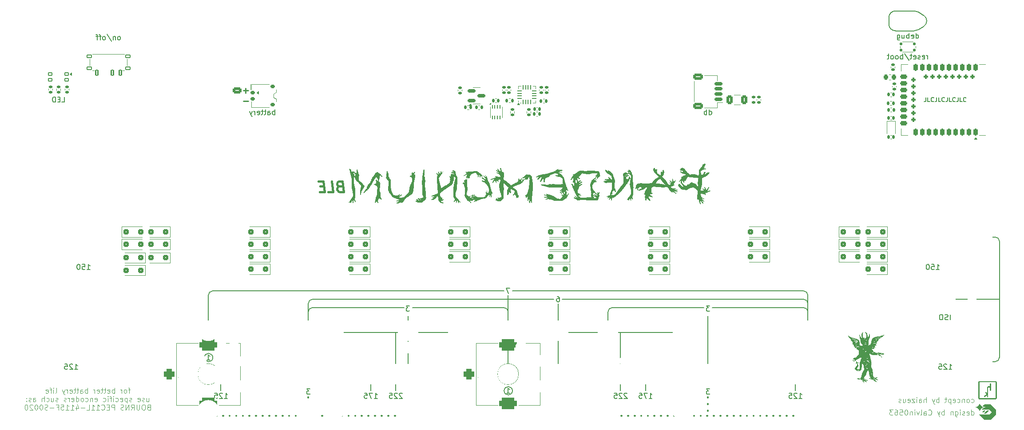
<source format=gbr>
%TF.GenerationSoftware,KiCad,Pcbnew,8.0.8*%
%TF.CreationDate,2025-05-09T16:56:52+02:00*%
%TF.ProjectId,pandemonium BLE e7 cutout,70616e64-656d-46f6-9e69-756d20424c45,rev?*%
%TF.SameCoordinates,Original*%
%TF.FileFunction,Legend,Bot*%
%TF.FilePolarity,Positive*%
%FSLAX46Y46*%
G04 Gerber Fmt 4.6, Leading zero omitted, Abs format (unit mm)*
G04 Created by KiCad (PCBNEW 8.0.8) date 2025-05-09 16:56:52*
%MOMM*%
%LPD*%
G01*
G04 APERTURE LIST*
G04 Aperture macros list*
%AMRoundRect*
0 Rectangle with rounded corners*
0 $1 Rounding radius*
0 $2 $3 $4 $5 $6 $7 $8 $9 X,Y pos of 4 corners*
0 Add a 4 corners polygon primitive as box body*
4,1,4,$2,$3,$4,$5,$6,$7,$8,$9,$2,$3,0*
0 Add four circle primitives for the rounded corners*
1,1,$1+$1,$2,$3*
1,1,$1+$1,$4,$5*
1,1,$1+$1,$6,$7*
1,1,$1+$1,$8,$9*
0 Add four rect primitives between the rounded corners*
20,1,$1+$1,$2,$3,$4,$5,0*
20,1,$1+$1,$4,$5,$6,$7,0*
20,1,$1+$1,$6,$7,$8,$9,0*
20,1,$1+$1,$8,$9,$2,$3,0*%
G04 Aperture macros list end*
%ADD10C,0.150000*%
%ADD11C,0.300000*%
%ADD12C,0.250000*%
%ADD13C,0.200000*%
%ADD14C,0.125000*%
%ADD15C,0.400000*%
%ADD16C,0.120000*%
%ADD17C,0.100000*%
%ADD18C,0.000000*%
%ADD19C,1.750000*%
%ADD20C,3.987800*%
%ADD21C,2.300000*%
%ADD22C,4.000000*%
%ADD23C,2.000000*%
%ADD24RoundRect,0.500000X-0.500000X-0.500000X0.500000X-0.500000X0.500000X0.500000X-0.500000X0.500000X0*%
%ADD25RoundRect,0.550000X-1.150000X-0.550000X1.150000X-0.550000X1.150000X0.550000X-1.150000X0.550000X0*%
%ADD26RoundRect,0.250000X0.300000X0.300000X-0.300000X0.300000X-0.300000X-0.300000X0.300000X-0.300000X0*%
%ADD27RoundRect,0.140000X0.170000X-0.140000X0.170000X0.140000X-0.170000X0.140000X-0.170000X-0.140000X0*%
%ADD28RoundRect,0.137500X0.137500X0.147500X-0.137500X0.147500X-0.137500X-0.147500X0.137500X-0.147500X0*%
%ADD29RoundRect,0.135000X0.185000X-0.135000X0.185000X0.135000X-0.185000X0.135000X-0.185000X-0.135000X0*%
%ADD30RoundRect,0.250000X-0.375000X-0.625000X0.375000X-0.625000X0.375000X0.625000X-0.375000X0.625000X0*%
%ADD31RoundRect,0.135000X0.135000X0.185000X-0.135000X0.185000X-0.135000X-0.185000X0.135000X-0.185000X0*%
%ADD32RoundRect,0.135000X-0.135000X-0.185000X0.135000X-0.185000X0.135000X0.185000X-0.135000X0.185000X0*%
%ADD33RoundRect,0.135000X-0.185000X0.135000X-0.185000X-0.135000X0.185000X-0.135000X0.185000X0.135000X0*%
%ADD34R,1.100000X0.600000*%
%ADD35RoundRect,0.250000X-0.300000X-0.300000X0.300000X-0.300000X0.300000X0.300000X-0.300000X0.300000X0*%
%ADD36RoundRect,0.150000X0.625000X-0.150000X0.625000X0.150000X-0.625000X0.150000X-0.625000X-0.150000X0*%
%ADD37RoundRect,0.250000X0.650000X-0.350000X0.650000X0.350000X-0.650000X0.350000X-0.650000X-0.350000X0*%
%ADD38RoundRect,0.140000X-0.170000X0.140000X-0.170000X-0.140000X0.170000X-0.140000X0.170000X0.140000X0*%
%ADD39RoundRect,0.218750X0.218750X0.256250X-0.218750X0.256250X-0.218750X-0.256250X0.218750X-0.256250X0*%
%ADD40C,0.990600*%
%ADD41C,0.787400*%
%ADD42RoundRect,0.140000X0.140000X0.170000X-0.140000X0.170000X-0.140000X-0.170000X0.140000X-0.170000X0*%
%ADD43RoundRect,0.150000X-0.587500X-0.150000X0.587500X-0.150000X0.587500X0.150000X-0.587500X0.150000X0*%
%ADD44RoundRect,0.250000X-0.625000X0.350000X-0.625000X-0.350000X0.625000X-0.350000X0.625000X0.350000X0*%
%ADD45O,1.750000X1.200000*%
%ADD46C,0.850000*%
%ADD47RoundRect,0.090000X-0.210000X-0.535000X0.210000X-0.535000X0.210000X0.535000X-0.210000X0.535000X0*%
%ADD48RoundRect,0.105000X-0.445000X0.245000X-0.445000X-0.245000X0.445000X-0.245000X0.445000X0.245000X0*%
%ADD49C,2.100000*%
%ADD50RoundRect,0.070000X-0.330000X0.280000X-0.330000X-0.280000X0.330000X-0.280000X0.330000X0.280000X0*%
%ADD51RoundRect,0.150000X-0.275000X0.150000X-0.275000X-0.150000X0.275000X-0.150000X0.275000X0.150000X0*%
%ADD52RoundRect,0.175000X-0.225000X0.175000X-0.225000X-0.175000X0.225000X-0.175000X0.225000X0.175000X0*%
%ADD53RoundRect,0.140000X-0.140000X-0.170000X0.140000X-0.170000X0.140000X0.170000X-0.140000X0.170000X0*%
%ADD54RoundRect,0.062500X-0.062500X0.287500X-0.062500X-0.287500X0.062500X-0.287500X0.062500X0.287500X0*%
%ADD55R,1.600000X0.800000*%
%ADD56RoundRect,0.062500X-0.375000X-0.062500X0.375000X-0.062500X0.375000X0.062500X-0.375000X0.062500X0*%
%ADD57RoundRect,0.062500X-0.062500X-0.375000X0.062500X-0.375000X0.062500X0.375000X-0.062500X0.375000X0*%
%ADD58R,1.600000X1.600000*%
%ADD59RoundRect,0.200000X0.200000X-0.500000X0.200000X0.500000X-0.200000X0.500000X-0.200000X-0.500000X0*%
%ADD60RoundRect,0.200000X-0.500000X-0.200000X0.500000X-0.200000X0.500000X0.200000X-0.500000X0.200000X0*%
%ADD61RoundRect,0.200000X-0.200000X-0.200000X0.200000X-0.200000X0.200000X0.200000X-0.200000X0.200000X0*%
%ADD62RoundRect,0.147500X-0.172500X0.147500X-0.172500X-0.147500X0.172500X-0.147500X0.172500X0.147500X0*%
G04 APERTURE END LIST*
D10*
X146050000Y-88106250D02*
X146050000Y-83343750D01*
D11*
X107950000Y-103187500D02*
X107890000Y-103187500D01*
X106690000Y-103187500D02*
X106630000Y-103187500D01*
X105430000Y-103187500D02*
X105370000Y-103187500D01*
X104170000Y-103187500D02*
X104110000Y-103187500D01*
X102910000Y-103187500D02*
X102850000Y-103187500D01*
X101650000Y-103187500D02*
X101590000Y-103187500D01*
X100390000Y-103187500D02*
X100330000Y-103187500D01*
X99130000Y-103187500D02*
X99070000Y-103187500D01*
X97870000Y-103187500D02*
X97810000Y-103187500D01*
X96610000Y-103187500D02*
X96550000Y-103187500D01*
X95350000Y-103187500D02*
X95290000Y-103187500D01*
X94090000Y-103187500D02*
X94030000Y-103187500D01*
X92830000Y-103187500D02*
X92770000Y-103187500D01*
X91570000Y-103187500D02*
X91510000Y-103187500D01*
X90310000Y-103187500D02*
X90250000Y-103187500D01*
X89050000Y-103187500D02*
X88990000Y-103187500D01*
X87790000Y-103187500D02*
X87730000Y-103187500D01*
X86530000Y-103187500D02*
X86470000Y-103187500D01*
X85270000Y-103187500D02*
X85210000Y-103187500D01*
X84010000Y-103187500D02*
X83950000Y-103187500D01*
X82750000Y-103187500D02*
X82690000Y-103187500D01*
X81490000Y-103187500D02*
X81430000Y-103187500D01*
X80230000Y-103187500D02*
X80170000Y-103187500D01*
X78970000Y-103187500D02*
X78910000Y-103187500D01*
X77710000Y-103187500D02*
X77650000Y-103187500D01*
X76450000Y-103187500D02*
X76390000Y-103187500D01*
X75190000Y-103187500D02*
X75130000Y-103187500D01*
X73930000Y-103187500D02*
X73870000Y-103187500D01*
X72670000Y-103187500D02*
X72610000Y-103187500D01*
X71410000Y-103187500D02*
X71350000Y-103187500D01*
X70150000Y-103187500D02*
X70090000Y-103187500D01*
D10*
X100806250Y-98425000D02*
X100806250Y-96837500D01*
X183356300Y-80962450D02*
G75*
G02*
X184150050Y-81756200I-100J-793850D01*
G01*
X126206250Y-79375000D02*
X70643750Y-79375000D01*
X108743750Y-82550000D02*
X126206250Y-82550000D01*
X219868750Y-69056250D02*
G75*
G02*
X220662450Y-69850000I-50J-793750D01*
G01*
X165100000Y-84137500D02*
X165100000Y-94456250D01*
X183356301Y-82549949D02*
X165893750Y-82550000D01*
X181768750Y-98425000D02*
X181768750Y-96837500D01*
D11*
X146050000Y-103187500D02*
X146110000Y-103187500D01*
X147310000Y-103187500D02*
X147370000Y-103187500D01*
X148570000Y-103187500D02*
X148630000Y-103187500D01*
X149830000Y-103187500D02*
X149890000Y-103187500D01*
X151090000Y-103187500D02*
X151150000Y-103187500D01*
X152350000Y-103187500D02*
X152410000Y-103187500D01*
X153610000Y-103187500D02*
X153670000Y-103187500D01*
X154870000Y-103187500D02*
X154930000Y-103187500D01*
X156130000Y-103187500D02*
X156190000Y-103187500D01*
X157390000Y-103187500D02*
X157450000Y-103187500D01*
X158650000Y-103187500D02*
X158710000Y-103187500D01*
X159910000Y-103187500D02*
X159970000Y-103187500D01*
X161170000Y-103187500D02*
X161230000Y-103187500D01*
X162430000Y-103187500D02*
X162490000Y-103187500D01*
X163690000Y-103187500D02*
X163750000Y-103187500D01*
X164950000Y-103187500D02*
X165010000Y-103187500D01*
X166210000Y-103187500D02*
X166270000Y-103187500D01*
X167470000Y-103187500D02*
X167530000Y-103187500D01*
X168730000Y-103187500D02*
X168790000Y-103187500D01*
X169990000Y-103187500D02*
X170050000Y-103187500D01*
X171250000Y-103187500D02*
X171310000Y-103187500D01*
X172510000Y-103187500D02*
X172570000Y-103187500D01*
X173770000Y-103187500D02*
X173830000Y-103187500D01*
X175030000Y-103187500D02*
X175090000Y-103187500D01*
X176290000Y-103187500D02*
X176350000Y-103187500D01*
X177550000Y-103187500D02*
X177610000Y-103187500D01*
X178810000Y-103187500D02*
X178870000Y-103187500D01*
X180070000Y-103187500D02*
X180130000Y-103187500D01*
X181330000Y-103187500D02*
X181390000Y-103187500D01*
X182590000Y-103187500D02*
X182650000Y-103187500D01*
X183850000Y-103187500D02*
X183910000Y-103187500D01*
D10*
X69850000Y-80168750D02*
G75*
G02*
X70643750Y-79375000I793800J-50D01*
G01*
X148431250Y-87312500D02*
X148431250Y-98425000D01*
X88899950Y-86518700D02*
X88899950Y-81756200D01*
X88899950Y-81756200D02*
G75*
G02*
X89693700Y-80962450I793850J-100D01*
G01*
X135731250Y-80962500D02*
X89693750Y-80962500D01*
X88899949Y-83343699D02*
G75*
G02*
X89693699Y-82549949I793851J-101D01*
G01*
X107156250Y-82550000D02*
X89693750Y-82550000D01*
X183356250Y-79375000D02*
X127793750Y-79375000D01*
X153193750Y-98425000D02*
X153193750Y-96837500D01*
X69850000Y-84931250D02*
X69850000Y-80168750D01*
X219868750Y-69056250D02*
X217487500Y-69056250D01*
X210343750Y-80962500D02*
X220662500Y-80962500D01*
D11*
X165109408Y-99692972D02*
X165109246Y-99752972D01*
X165106016Y-100952967D02*
X165105854Y-101012967D01*
X165102624Y-102212963D02*
X165102462Y-102272963D01*
D10*
X164306250Y-82550000D02*
X146843750Y-82550000D01*
X184150050Y-86518700D02*
X184150050Y-81756200D01*
X219868750Y-92868750D02*
X217487500Y-92868750D01*
X136525000Y-87312500D02*
X160337500Y-87312500D01*
X126206250Y-82550000D02*
G75*
G02*
X127000000Y-83343750I-50J-793800D01*
G01*
X146049949Y-83343699D02*
G75*
G02*
X146843699Y-82549949I793851J-101D01*
G01*
X72231250Y-98425000D02*
X72231250Y-96837500D01*
X70687352Y-92089534D02*
G75*
G02*
X69099852Y-92089534I-793750J0D01*
G01*
X69099852Y-92089534D02*
G75*
G02*
X70687352Y-92089534I793750J0D01*
G01*
X220662500Y-69850000D02*
X220662500Y-92075000D01*
X107950000Y-84137500D02*
X107950000Y-94456250D01*
D11*
X88909408Y-99692972D02*
X88909246Y-99752972D01*
X88906016Y-100952967D02*
X88905854Y-101012967D01*
X88902624Y-102212963D02*
X88902462Y-102272963D01*
D10*
X127000000Y-80168750D02*
X127000000Y-95250000D01*
X127825647Y-98434113D02*
G75*
G02*
X126238147Y-98434113I-793750J0D01*
G01*
X126238147Y-98434113D02*
G75*
G02*
X127825647Y-98434113I793750J0D01*
G01*
X183356301Y-82549949D02*
G75*
G02*
X184150051Y-83343699I-101J-793851D01*
G01*
X183356250Y-79375000D02*
G75*
G02*
X184150000Y-80168750I-50J-793800D01*
G01*
X220662500Y-92075000D02*
G75*
G02*
X219868750Y-92868800I-793800J0D01*
G01*
X137318750Y-80962500D02*
X183356250Y-80962500D01*
X184150000Y-84931250D02*
X184150000Y-80168750D01*
X105568750Y-87312500D02*
X105568750Y-98425000D01*
X93662500Y-87312500D02*
X117475000Y-87312500D01*
X136525000Y-81756250D02*
X136525000Y-95250000D01*
D12*
X76533137Y-43068695D02*
X77485518Y-43068695D01*
D10*
X211010416Y-94326069D02*
X211581844Y-94326069D01*
X211296130Y-94326069D02*
X211296130Y-93326069D01*
X211296130Y-93326069D02*
X211391368Y-93468926D01*
X211391368Y-93468926D02*
X211486606Y-93564164D01*
X211486606Y-93564164D02*
X211581844Y-93611783D01*
X210629463Y-93421307D02*
X210581844Y-93373688D01*
X210581844Y-93373688D02*
X210486606Y-93326069D01*
X210486606Y-93326069D02*
X210248511Y-93326069D01*
X210248511Y-93326069D02*
X210153273Y-93373688D01*
X210153273Y-93373688D02*
X210105654Y-93421307D01*
X210105654Y-93421307D02*
X210058035Y-93516545D01*
X210058035Y-93516545D02*
X210058035Y-93611783D01*
X210058035Y-93611783D02*
X210105654Y-93754640D01*
X210105654Y-93754640D02*
X210677082Y-94326069D01*
X210677082Y-94326069D02*
X210058035Y-94326069D01*
X209153273Y-93326069D02*
X209629463Y-93326069D01*
X209629463Y-93326069D02*
X209677082Y-93802259D01*
X209677082Y-93802259D02*
X209629463Y-93754640D01*
X209629463Y-93754640D02*
X209534225Y-93707021D01*
X209534225Y-93707021D02*
X209296130Y-93707021D01*
X209296130Y-93707021D02*
X209200892Y-93754640D01*
X209200892Y-93754640D02*
X209153273Y-93802259D01*
X209153273Y-93802259D02*
X209105654Y-93897497D01*
X209105654Y-93897497D02*
X209105654Y-94135592D01*
X209105654Y-94135592D02*
X209153273Y-94230830D01*
X209153273Y-94230830D02*
X209200892Y-94278450D01*
X209200892Y-94278450D02*
X209296130Y-94326069D01*
X209296130Y-94326069D02*
X209534225Y-94326069D01*
X209534225Y-94326069D02*
X209629463Y-94278450D01*
X209629463Y-94278450D02*
X209677082Y-94230830D01*
D13*
X41917857Y-43314719D02*
X42394047Y-43314719D01*
X42394047Y-43314719D02*
X42394047Y-42314719D01*
X41584523Y-42790909D02*
X41251190Y-42790909D01*
X41108333Y-43314719D02*
X41584523Y-43314719D01*
X41584523Y-43314719D02*
X41584523Y-42314719D01*
X41584523Y-42314719D02*
X41108333Y-42314719D01*
X40679761Y-43314719D02*
X40679761Y-42314719D01*
X40679761Y-42314719D02*
X40441666Y-42314719D01*
X40441666Y-42314719D02*
X40298809Y-42362338D01*
X40298809Y-42362338D02*
X40203571Y-42457576D01*
X40203571Y-42457576D02*
X40155952Y-42552814D01*
X40155952Y-42552814D02*
X40108333Y-42743290D01*
X40108333Y-42743290D02*
X40108333Y-42886147D01*
X40108333Y-42886147D02*
X40155952Y-43076623D01*
X40155952Y-43076623D02*
X40203571Y-43171861D01*
X40203571Y-43171861D02*
X40298809Y-43267100D01*
X40298809Y-43267100D02*
X40441666Y-43314719D01*
X40441666Y-43314719D02*
X40679761Y-43314719D01*
X165338095Y-45695969D02*
X165338095Y-44695969D01*
X165338095Y-45648350D02*
X165433333Y-45695969D01*
X165433333Y-45695969D02*
X165623809Y-45695969D01*
X165623809Y-45695969D02*
X165719047Y-45648350D01*
X165719047Y-45648350D02*
X165766666Y-45600730D01*
X165766666Y-45600730D02*
X165814285Y-45505492D01*
X165814285Y-45505492D02*
X165814285Y-45219778D01*
X165814285Y-45219778D02*
X165766666Y-45124540D01*
X165766666Y-45124540D02*
X165719047Y-45076921D01*
X165719047Y-45076921D02*
X165623809Y-45029302D01*
X165623809Y-45029302D02*
X165433333Y-45029302D01*
X165433333Y-45029302D02*
X165338095Y-45076921D01*
X164861904Y-45695969D02*
X164861904Y-44695969D01*
X164861904Y-45076921D02*
X164766666Y-45029302D01*
X164766666Y-45029302D02*
X164576190Y-45029302D01*
X164576190Y-45029302D02*
X164480952Y-45076921D01*
X164480952Y-45076921D02*
X164433333Y-45124540D01*
X164433333Y-45124540D02*
X164385714Y-45219778D01*
X164385714Y-45219778D02*
X164385714Y-45505492D01*
X164385714Y-45505492D02*
X164433333Y-45600730D01*
X164433333Y-45600730D02*
X164480952Y-45648350D01*
X164480952Y-45648350D02*
X164576190Y-45695969D01*
X164576190Y-45695969D02*
X164766666Y-45695969D01*
X164766666Y-45695969D02*
X164861904Y-45648350D01*
D14*
X54926490Y-98192008D02*
X54545538Y-98192008D01*
X54783633Y-98858675D02*
X54783633Y-98001532D01*
X54783633Y-98001532D02*
X54736014Y-97906294D01*
X54736014Y-97906294D02*
X54640776Y-97858675D01*
X54640776Y-97858675D02*
X54545538Y-97858675D01*
X54069347Y-98858675D02*
X54164585Y-98811056D01*
X54164585Y-98811056D02*
X54212204Y-98763436D01*
X54212204Y-98763436D02*
X54259823Y-98668198D01*
X54259823Y-98668198D02*
X54259823Y-98382484D01*
X54259823Y-98382484D02*
X54212204Y-98287246D01*
X54212204Y-98287246D02*
X54164585Y-98239627D01*
X54164585Y-98239627D02*
X54069347Y-98192008D01*
X54069347Y-98192008D02*
X53926490Y-98192008D01*
X53926490Y-98192008D02*
X53831252Y-98239627D01*
X53831252Y-98239627D02*
X53783633Y-98287246D01*
X53783633Y-98287246D02*
X53736014Y-98382484D01*
X53736014Y-98382484D02*
X53736014Y-98668198D01*
X53736014Y-98668198D02*
X53783633Y-98763436D01*
X53783633Y-98763436D02*
X53831252Y-98811056D01*
X53831252Y-98811056D02*
X53926490Y-98858675D01*
X53926490Y-98858675D02*
X54069347Y-98858675D01*
X53307442Y-98858675D02*
X53307442Y-98192008D01*
X53307442Y-98382484D02*
X53259823Y-98287246D01*
X53259823Y-98287246D02*
X53212204Y-98239627D01*
X53212204Y-98239627D02*
X53116966Y-98192008D01*
X53116966Y-98192008D02*
X53021728Y-98192008D01*
X51926489Y-98858675D02*
X51926489Y-97858675D01*
X51926489Y-98239627D02*
X51831251Y-98192008D01*
X51831251Y-98192008D02*
X51640775Y-98192008D01*
X51640775Y-98192008D02*
X51545537Y-98239627D01*
X51545537Y-98239627D02*
X51497918Y-98287246D01*
X51497918Y-98287246D02*
X51450299Y-98382484D01*
X51450299Y-98382484D02*
X51450299Y-98668198D01*
X51450299Y-98668198D02*
X51497918Y-98763436D01*
X51497918Y-98763436D02*
X51545537Y-98811056D01*
X51545537Y-98811056D02*
X51640775Y-98858675D01*
X51640775Y-98858675D02*
X51831251Y-98858675D01*
X51831251Y-98858675D02*
X51926489Y-98811056D01*
X50640775Y-98811056D02*
X50736013Y-98858675D01*
X50736013Y-98858675D02*
X50926489Y-98858675D01*
X50926489Y-98858675D02*
X51021727Y-98811056D01*
X51021727Y-98811056D02*
X51069346Y-98715817D01*
X51069346Y-98715817D02*
X51069346Y-98334865D01*
X51069346Y-98334865D02*
X51021727Y-98239627D01*
X51021727Y-98239627D02*
X50926489Y-98192008D01*
X50926489Y-98192008D02*
X50736013Y-98192008D01*
X50736013Y-98192008D02*
X50640775Y-98239627D01*
X50640775Y-98239627D02*
X50593156Y-98334865D01*
X50593156Y-98334865D02*
X50593156Y-98430103D01*
X50593156Y-98430103D02*
X51069346Y-98525341D01*
X50307441Y-98192008D02*
X49926489Y-98192008D01*
X50164584Y-97858675D02*
X50164584Y-98715817D01*
X50164584Y-98715817D02*
X50116965Y-98811056D01*
X50116965Y-98811056D02*
X50021727Y-98858675D01*
X50021727Y-98858675D02*
X49926489Y-98858675D01*
X49736012Y-98192008D02*
X49355060Y-98192008D01*
X49593155Y-97858675D02*
X49593155Y-98715817D01*
X49593155Y-98715817D02*
X49545536Y-98811056D01*
X49545536Y-98811056D02*
X49450298Y-98858675D01*
X49450298Y-98858675D02*
X49355060Y-98858675D01*
X48640774Y-98811056D02*
X48736012Y-98858675D01*
X48736012Y-98858675D02*
X48926488Y-98858675D01*
X48926488Y-98858675D02*
X49021726Y-98811056D01*
X49021726Y-98811056D02*
X49069345Y-98715817D01*
X49069345Y-98715817D02*
X49069345Y-98334865D01*
X49069345Y-98334865D02*
X49021726Y-98239627D01*
X49021726Y-98239627D02*
X48926488Y-98192008D01*
X48926488Y-98192008D02*
X48736012Y-98192008D01*
X48736012Y-98192008D02*
X48640774Y-98239627D01*
X48640774Y-98239627D02*
X48593155Y-98334865D01*
X48593155Y-98334865D02*
X48593155Y-98430103D01*
X48593155Y-98430103D02*
X49069345Y-98525341D01*
X48164583Y-98858675D02*
X48164583Y-98192008D01*
X48164583Y-98382484D02*
X48116964Y-98287246D01*
X48116964Y-98287246D02*
X48069345Y-98239627D01*
X48069345Y-98239627D02*
X47974107Y-98192008D01*
X47974107Y-98192008D02*
X47878869Y-98192008D01*
X46783630Y-98858675D02*
X46783630Y-97858675D01*
X46783630Y-98239627D02*
X46688392Y-98192008D01*
X46688392Y-98192008D02*
X46497916Y-98192008D01*
X46497916Y-98192008D02*
X46402678Y-98239627D01*
X46402678Y-98239627D02*
X46355059Y-98287246D01*
X46355059Y-98287246D02*
X46307440Y-98382484D01*
X46307440Y-98382484D02*
X46307440Y-98668198D01*
X46307440Y-98668198D02*
X46355059Y-98763436D01*
X46355059Y-98763436D02*
X46402678Y-98811056D01*
X46402678Y-98811056D02*
X46497916Y-98858675D01*
X46497916Y-98858675D02*
X46688392Y-98858675D01*
X46688392Y-98858675D02*
X46783630Y-98811056D01*
X45450297Y-98858675D02*
X45450297Y-98334865D01*
X45450297Y-98334865D02*
X45497916Y-98239627D01*
X45497916Y-98239627D02*
X45593154Y-98192008D01*
X45593154Y-98192008D02*
X45783630Y-98192008D01*
X45783630Y-98192008D02*
X45878868Y-98239627D01*
X45450297Y-98811056D02*
X45545535Y-98858675D01*
X45545535Y-98858675D02*
X45783630Y-98858675D01*
X45783630Y-98858675D02*
X45878868Y-98811056D01*
X45878868Y-98811056D02*
X45926487Y-98715817D01*
X45926487Y-98715817D02*
X45926487Y-98620579D01*
X45926487Y-98620579D02*
X45878868Y-98525341D01*
X45878868Y-98525341D02*
X45783630Y-98477722D01*
X45783630Y-98477722D02*
X45545535Y-98477722D01*
X45545535Y-98477722D02*
X45450297Y-98430103D01*
X45116963Y-98192008D02*
X44736011Y-98192008D01*
X44974106Y-97858675D02*
X44974106Y-98715817D01*
X44974106Y-98715817D02*
X44926487Y-98811056D01*
X44926487Y-98811056D02*
X44831249Y-98858675D01*
X44831249Y-98858675D02*
X44736011Y-98858675D01*
X44545534Y-98192008D02*
X44164582Y-98192008D01*
X44402677Y-97858675D02*
X44402677Y-98715817D01*
X44402677Y-98715817D02*
X44355058Y-98811056D01*
X44355058Y-98811056D02*
X44259820Y-98858675D01*
X44259820Y-98858675D02*
X44164582Y-98858675D01*
X43450296Y-98811056D02*
X43545534Y-98858675D01*
X43545534Y-98858675D02*
X43736010Y-98858675D01*
X43736010Y-98858675D02*
X43831248Y-98811056D01*
X43831248Y-98811056D02*
X43878867Y-98715817D01*
X43878867Y-98715817D02*
X43878867Y-98334865D01*
X43878867Y-98334865D02*
X43831248Y-98239627D01*
X43831248Y-98239627D02*
X43736010Y-98192008D01*
X43736010Y-98192008D02*
X43545534Y-98192008D01*
X43545534Y-98192008D02*
X43450296Y-98239627D01*
X43450296Y-98239627D02*
X43402677Y-98334865D01*
X43402677Y-98334865D02*
X43402677Y-98430103D01*
X43402677Y-98430103D02*
X43878867Y-98525341D01*
X42974105Y-98858675D02*
X42974105Y-98192008D01*
X42974105Y-98382484D02*
X42926486Y-98287246D01*
X42926486Y-98287246D02*
X42878867Y-98239627D01*
X42878867Y-98239627D02*
X42783629Y-98192008D01*
X42783629Y-98192008D02*
X42688391Y-98192008D01*
X42450295Y-98192008D02*
X42212200Y-98858675D01*
X41974105Y-98192008D02*
X42212200Y-98858675D01*
X42212200Y-98858675D02*
X42307438Y-99096770D01*
X42307438Y-99096770D02*
X42355057Y-99144389D01*
X42355057Y-99144389D02*
X42450295Y-99192008D01*
X40688390Y-98858675D02*
X40783628Y-98811056D01*
X40783628Y-98811056D02*
X40831247Y-98715817D01*
X40831247Y-98715817D02*
X40831247Y-97858675D01*
X40307437Y-98858675D02*
X40307437Y-98192008D01*
X40307437Y-97858675D02*
X40355056Y-97906294D01*
X40355056Y-97906294D02*
X40307437Y-97953913D01*
X40307437Y-97953913D02*
X40259818Y-97906294D01*
X40259818Y-97906294D02*
X40307437Y-97858675D01*
X40307437Y-97858675D02*
X40307437Y-97953913D01*
X39974104Y-98192008D02*
X39593152Y-98192008D01*
X39831247Y-98858675D02*
X39831247Y-98001532D01*
X39831247Y-98001532D02*
X39783628Y-97906294D01*
X39783628Y-97906294D02*
X39688390Y-97858675D01*
X39688390Y-97858675D02*
X39593152Y-97858675D01*
X38878866Y-98811056D02*
X38974104Y-98858675D01*
X38974104Y-98858675D02*
X39164580Y-98858675D01*
X39164580Y-98858675D02*
X39259818Y-98811056D01*
X39259818Y-98811056D02*
X39307437Y-98715817D01*
X39307437Y-98715817D02*
X39307437Y-98334865D01*
X39307437Y-98334865D02*
X39259818Y-98239627D01*
X39259818Y-98239627D02*
X39164580Y-98192008D01*
X39164580Y-98192008D02*
X38974104Y-98192008D01*
X38974104Y-98192008D02*
X38878866Y-98239627D01*
X38878866Y-98239627D02*
X38831247Y-98334865D01*
X38831247Y-98334865D02*
X38831247Y-98430103D01*
X38831247Y-98430103D02*
X39307437Y-98525341D01*
X58069346Y-99801952D02*
X58069346Y-100468619D01*
X58497917Y-99801952D02*
X58497917Y-100325761D01*
X58497917Y-100325761D02*
X58450298Y-100421000D01*
X58450298Y-100421000D02*
X58355060Y-100468619D01*
X58355060Y-100468619D02*
X58212203Y-100468619D01*
X58212203Y-100468619D02*
X58116965Y-100421000D01*
X58116965Y-100421000D02*
X58069346Y-100373380D01*
X57640774Y-100421000D02*
X57545536Y-100468619D01*
X57545536Y-100468619D02*
X57355060Y-100468619D01*
X57355060Y-100468619D02*
X57259822Y-100421000D01*
X57259822Y-100421000D02*
X57212203Y-100325761D01*
X57212203Y-100325761D02*
X57212203Y-100278142D01*
X57212203Y-100278142D02*
X57259822Y-100182904D01*
X57259822Y-100182904D02*
X57355060Y-100135285D01*
X57355060Y-100135285D02*
X57497917Y-100135285D01*
X57497917Y-100135285D02*
X57593155Y-100087666D01*
X57593155Y-100087666D02*
X57640774Y-99992428D01*
X57640774Y-99992428D02*
X57640774Y-99944809D01*
X57640774Y-99944809D02*
X57593155Y-99849571D01*
X57593155Y-99849571D02*
X57497917Y-99801952D01*
X57497917Y-99801952D02*
X57355060Y-99801952D01*
X57355060Y-99801952D02*
X57259822Y-99849571D01*
X56402679Y-100421000D02*
X56497917Y-100468619D01*
X56497917Y-100468619D02*
X56688393Y-100468619D01*
X56688393Y-100468619D02*
X56783631Y-100421000D01*
X56783631Y-100421000D02*
X56831250Y-100325761D01*
X56831250Y-100325761D02*
X56831250Y-99944809D01*
X56831250Y-99944809D02*
X56783631Y-99849571D01*
X56783631Y-99849571D02*
X56688393Y-99801952D01*
X56688393Y-99801952D02*
X56497917Y-99801952D01*
X56497917Y-99801952D02*
X56402679Y-99849571D01*
X56402679Y-99849571D02*
X56355060Y-99944809D01*
X56355060Y-99944809D02*
X56355060Y-100040047D01*
X56355060Y-100040047D02*
X56831250Y-100135285D01*
X55212202Y-100421000D02*
X55116964Y-100468619D01*
X55116964Y-100468619D02*
X54926488Y-100468619D01*
X54926488Y-100468619D02*
X54831250Y-100421000D01*
X54831250Y-100421000D02*
X54783631Y-100325761D01*
X54783631Y-100325761D02*
X54783631Y-100278142D01*
X54783631Y-100278142D02*
X54831250Y-100182904D01*
X54831250Y-100182904D02*
X54926488Y-100135285D01*
X54926488Y-100135285D02*
X55069345Y-100135285D01*
X55069345Y-100135285D02*
X55164583Y-100087666D01*
X55164583Y-100087666D02*
X55212202Y-99992428D01*
X55212202Y-99992428D02*
X55212202Y-99944809D01*
X55212202Y-99944809D02*
X55164583Y-99849571D01*
X55164583Y-99849571D02*
X55069345Y-99801952D01*
X55069345Y-99801952D02*
X54926488Y-99801952D01*
X54926488Y-99801952D02*
X54831250Y-99849571D01*
X54355059Y-99801952D02*
X54355059Y-100801952D01*
X54355059Y-99849571D02*
X54259821Y-99801952D01*
X54259821Y-99801952D02*
X54069345Y-99801952D01*
X54069345Y-99801952D02*
X53974107Y-99849571D01*
X53974107Y-99849571D02*
X53926488Y-99897190D01*
X53926488Y-99897190D02*
X53878869Y-99992428D01*
X53878869Y-99992428D02*
X53878869Y-100278142D01*
X53878869Y-100278142D02*
X53926488Y-100373380D01*
X53926488Y-100373380D02*
X53974107Y-100421000D01*
X53974107Y-100421000D02*
X54069345Y-100468619D01*
X54069345Y-100468619D02*
X54259821Y-100468619D01*
X54259821Y-100468619D02*
X54355059Y-100421000D01*
X53069345Y-100421000D02*
X53164583Y-100468619D01*
X53164583Y-100468619D02*
X53355059Y-100468619D01*
X53355059Y-100468619D02*
X53450297Y-100421000D01*
X53450297Y-100421000D02*
X53497916Y-100325761D01*
X53497916Y-100325761D02*
X53497916Y-99944809D01*
X53497916Y-99944809D02*
X53450297Y-99849571D01*
X53450297Y-99849571D02*
X53355059Y-99801952D01*
X53355059Y-99801952D02*
X53164583Y-99801952D01*
X53164583Y-99801952D02*
X53069345Y-99849571D01*
X53069345Y-99849571D02*
X53021726Y-99944809D01*
X53021726Y-99944809D02*
X53021726Y-100040047D01*
X53021726Y-100040047D02*
X53497916Y-100135285D01*
X52164583Y-100421000D02*
X52259821Y-100468619D01*
X52259821Y-100468619D02*
X52450297Y-100468619D01*
X52450297Y-100468619D02*
X52545535Y-100421000D01*
X52545535Y-100421000D02*
X52593154Y-100373380D01*
X52593154Y-100373380D02*
X52640773Y-100278142D01*
X52640773Y-100278142D02*
X52640773Y-99992428D01*
X52640773Y-99992428D02*
X52593154Y-99897190D01*
X52593154Y-99897190D02*
X52545535Y-99849571D01*
X52545535Y-99849571D02*
X52450297Y-99801952D01*
X52450297Y-99801952D02*
X52259821Y-99801952D01*
X52259821Y-99801952D02*
X52164583Y-99849571D01*
X51736011Y-100468619D02*
X51736011Y-99801952D01*
X51736011Y-99468619D02*
X51783630Y-99516238D01*
X51783630Y-99516238D02*
X51736011Y-99563857D01*
X51736011Y-99563857D02*
X51688392Y-99516238D01*
X51688392Y-99516238D02*
X51736011Y-99468619D01*
X51736011Y-99468619D02*
X51736011Y-99563857D01*
X51402678Y-99801952D02*
X51021726Y-99801952D01*
X51259821Y-100468619D02*
X51259821Y-99611476D01*
X51259821Y-99611476D02*
X51212202Y-99516238D01*
X51212202Y-99516238D02*
X51116964Y-99468619D01*
X51116964Y-99468619D02*
X51021726Y-99468619D01*
X50688392Y-100468619D02*
X50688392Y-99801952D01*
X50688392Y-99468619D02*
X50736011Y-99516238D01*
X50736011Y-99516238D02*
X50688392Y-99563857D01*
X50688392Y-99563857D02*
X50640773Y-99516238D01*
X50640773Y-99516238D02*
X50688392Y-99468619D01*
X50688392Y-99468619D02*
X50688392Y-99563857D01*
X49783631Y-100421000D02*
X49878869Y-100468619D01*
X49878869Y-100468619D02*
X50069345Y-100468619D01*
X50069345Y-100468619D02*
X50164583Y-100421000D01*
X50164583Y-100421000D02*
X50212202Y-100373380D01*
X50212202Y-100373380D02*
X50259821Y-100278142D01*
X50259821Y-100278142D02*
X50259821Y-99992428D01*
X50259821Y-99992428D02*
X50212202Y-99897190D01*
X50212202Y-99897190D02*
X50164583Y-99849571D01*
X50164583Y-99849571D02*
X50069345Y-99801952D01*
X50069345Y-99801952D02*
X49878869Y-99801952D01*
X49878869Y-99801952D02*
X49783631Y-99849571D01*
X48212202Y-100421000D02*
X48307440Y-100468619D01*
X48307440Y-100468619D02*
X48497916Y-100468619D01*
X48497916Y-100468619D02*
X48593154Y-100421000D01*
X48593154Y-100421000D02*
X48640773Y-100325761D01*
X48640773Y-100325761D02*
X48640773Y-99944809D01*
X48640773Y-99944809D02*
X48593154Y-99849571D01*
X48593154Y-99849571D02*
X48497916Y-99801952D01*
X48497916Y-99801952D02*
X48307440Y-99801952D01*
X48307440Y-99801952D02*
X48212202Y-99849571D01*
X48212202Y-99849571D02*
X48164583Y-99944809D01*
X48164583Y-99944809D02*
X48164583Y-100040047D01*
X48164583Y-100040047D02*
X48640773Y-100135285D01*
X47736011Y-99801952D02*
X47736011Y-100468619D01*
X47736011Y-99897190D02*
X47688392Y-99849571D01*
X47688392Y-99849571D02*
X47593154Y-99801952D01*
X47593154Y-99801952D02*
X47450297Y-99801952D01*
X47450297Y-99801952D02*
X47355059Y-99849571D01*
X47355059Y-99849571D02*
X47307440Y-99944809D01*
X47307440Y-99944809D02*
X47307440Y-100468619D01*
X46402678Y-100421000D02*
X46497916Y-100468619D01*
X46497916Y-100468619D02*
X46688392Y-100468619D01*
X46688392Y-100468619D02*
X46783630Y-100421000D01*
X46783630Y-100421000D02*
X46831249Y-100373380D01*
X46831249Y-100373380D02*
X46878868Y-100278142D01*
X46878868Y-100278142D02*
X46878868Y-99992428D01*
X46878868Y-99992428D02*
X46831249Y-99897190D01*
X46831249Y-99897190D02*
X46783630Y-99849571D01*
X46783630Y-99849571D02*
X46688392Y-99801952D01*
X46688392Y-99801952D02*
X46497916Y-99801952D01*
X46497916Y-99801952D02*
X46402678Y-99849571D01*
X45831249Y-100468619D02*
X45926487Y-100421000D01*
X45926487Y-100421000D02*
X45974106Y-100373380D01*
X45974106Y-100373380D02*
X46021725Y-100278142D01*
X46021725Y-100278142D02*
X46021725Y-99992428D01*
X46021725Y-99992428D02*
X45974106Y-99897190D01*
X45974106Y-99897190D02*
X45926487Y-99849571D01*
X45926487Y-99849571D02*
X45831249Y-99801952D01*
X45831249Y-99801952D02*
X45688392Y-99801952D01*
X45688392Y-99801952D02*
X45593154Y-99849571D01*
X45593154Y-99849571D02*
X45545535Y-99897190D01*
X45545535Y-99897190D02*
X45497916Y-99992428D01*
X45497916Y-99992428D02*
X45497916Y-100278142D01*
X45497916Y-100278142D02*
X45545535Y-100373380D01*
X45545535Y-100373380D02*
X45593154Y-100421000D01*
X45593154Y-100421000D02*
X45688392Y-100468619D01*
X45688392Y-100468619D02*
X45831249Y-100468619D01*
X44640773Y-100468619D02*
X44640773Y-99468619D01*
X44640773Y-100421000D02*
X44736011Y-100468619D01*
X44736011Y-100468619D02*
X44926487Y-100468619D01*
X44926487Y-100468619D02*
X45021725Y-100421000D01*
X45021725Y-100421000D02*
X45069344Y-100373380D01*
X45069344Y-100373380D02*
X45116963Y-100278142D01*
X45116963Y-100278142D02*
X45116963Y-99992428D01*
X45116963Y-99992428D02*
X45069344Y-99897190D01*
X45069344Y-99897190D02*
X45021725Y-99849571D01*
X45021725Y-99849571D02*
X44926487Y-99801952D01*
X44926487Y-99801952D02*
X44736011Y-99801952D01*
X44736011Y-99801952D02*
X44640773Y-99849571D01*
X43783630Y-100421000D02*
X43878868Y-100468619D01*
X43878868Y-100468619D02*
X44069344Y-100468619D01*
X44069344Y-100468619D02*
X44164582Y-100421000D01*
X44164582Y-100421000D02*
X44212201Y-100325761D01*
X44212201Y-100325761D02*
X44212201Y-99944809D01*
X44212201Y-99944809D02*
X44164582Y-99849571D01*
X44164582Y-99849571D02*
X44069344Y-99801952D01*
X44069344Y-99801952D02*
X43878868Y-99801952D01*
X43878868Y-99801952D02*
X43783630Y-99849571D01*
X43783630Y-99849571D02*
X43736011Y-99944809D01*
X43736011Y-99944809D02*
X43736011Y-100040047D01*
X43736011Y-100040047D02*
X44212201Y-100135285D01*
X43307439Y-100468619D02*
X43307439Y-99801952D01*
X43307439Y-99992428D02*
X43259820Y-99897190D01*
X43259820Y-99897190D02*
X43212201Y-99849571D01*
X43212201Y-99849571D02*
X43116963Y-99801952D01*
X43116963Y-99801952D02*
X43021725Y-99801952D01*
X42736010Y-100421000D02*
X42640772Y-100468619D01*
X42640772Y-100468619D02*
X42450296Y-100468619D01*
X42450296Y-100468619D02*
X42355058Y-100421000D01*
X42355058Y-100421000D02*
X42307439Y-100325761D01*
X42307439Y-100325761D02*
X42307439Y-100278142D01*
X42307439Y-100278142D02*
X42355058Y-100182904D01*
X42355058Y-100182904D02*
X42450296Y-100135285D01*
X42450296Y-100135285D02*
X42593153Y-100135285D01*
X42593153Y-100135285D02*
X42688391Y-100087666D01*
X42688391Y-100087666D02*
X42736010Y-99992428D01*
X42736010Y-99992428D02*
X42736010Y-99944809D01*
X42736010Y-99944809D02*
X42688391Y-99849571D01*
X42688391Y-99849571D02*
X42593153Y-99801952D01*
X42593153Y-99801952D02*
X42450296Y-99801952D01*
X42450296Y-99801952D02*
X42355058Y-99849571D01*
X41164581Y-100421000D02*
X41069343Y-100468619D01*
X41069343Y-100468619D02*
X40878867Y-100468619D01*
X40878867Y-100468619D02*
X40783629Y-100421000D01*
X40783629Y-100421000D02*
X40736010Y-100325761D01*
X40736010Y-100325761D02*
X40736010Y-100278142D01*
X40736010Y-100278142D02*
X40783629Y-100182904D01*
X40783629Y-100182904D02*
X40878867Y-100135285D01*
X40878867Y-100135285D02*
X41021724Y-100135285D01*
X41021724Y-100135285D02*
X41116962Y-100087666D01*
X41116962Y-100087666D02*
X41164581Y-99992428D01*
X41164581Y-99992428D02*
X41164581Y-99944809D01*
X41164581Y-99944809D02*
X41116962Y-99849571D01*
X41116962Y-99849571D02*
X41021724Y-99801952D01*
X41021724Y-99801952D02*
X40878867Y-99801952D01*
X40878867Y-99801952D02*
X40783629Y-99849571D01*
X39878867Y-99801952D02*
X39878867Y-100468619D01*
X40307438Y-99801952D02*
X40307438Y-100325761D01*
X40307438Y-100325761D02*
X40259819Y-100421000D01*
X40259819Y-100421000D02*
X40164581Y-100468619D01*
X40164581Y-100468619D02*
X40021724Y-100468619D01*
X40021724Y-100468619D02*
X39926486Y-100421000D01*
X39926486Y-100421000D02*
X39878867Y-100373380D01*
X38974105Y-100421000D02*
X39069343Y-100468619D01*
X39069343Y-100468619D02*
X39259819Y-100468619D01*
X39259819Y-100468619D02*
X39355057Y-100421000D01*
X39355057Y-100421000D02*
X39402676Y-100373380D01*
X39402676Y-100373380D02*
X39450295Y-100278142D01*
X39450295Y-100278142D02*
X39450295Y-99992428D01*
X39450295Y-99992428D02*
X39402676Y-99897190D01*
X39402676Y-99897190D02*
X39355057Y-99849571D01*
X39355057Y-99849571D02*
X39259819Y-99801952D01*
X39259819Y-99801952D02*
X39069343Y-99801952D01*
X39069343Y-99801952D02*
X38974105Y-99849571D01*
X38545533Y-100468619D02*
X38545533Y-99468619D01*
X38116962Y-100468619D02*
X38116962Y-99944809D01*
X38116962Y-99944809D02*
X38164581Y-99849571D01*
X38164581Y-99849571D02*
X38259819Y-99801952D01*
X38259819Y-99801952D02*
X38402676Y-99801952D01*
X38402676Y-99801952D02*
X38497914Y-99849571D01*
X38497914Y-99849571D02*
X38545533Y-99897190D01*
X36450295Y-100468619D02*
X36450295Y-99944809D01*
X36450295Y-99944809D02*
X36497914Y-99849571D01*
X36497914Y-99849571D02*
X36593152Y-99801952D01*
X36593152Y-99801952D02*
X36783628Y-99801952D01*
X36783628Y-99801952D02*
X36878866Y-99849571D01*
X36450295Y-100421000D02*
X36545533Y-100468619D01*
X36545533Y-100468619D02*
X36783628Y-100468619D01*
X36783628Y-100468619D02*
X36878866Y-100421000D01*
X36878866Y-100421000D02*
X36926485Y-100325761D01*
X36926485Y-100325761D02*
X36926485Y-100230523D01*
X36926485Y-100230523D02*
X36878866Y-100135285D01*
X36878866Y-100135285D02*
X36783628Y-100087666D01*
X36783628Y-100087666D02*
X36545533Y-100087666D01*
X36545533Y-100087666D02*
X36450295Y-100040047D01*
X36021723Y-100421000D02*
X35926485Y-100468619D01*
X35926485Y-100468619D02*
X35736009Y-100468619D01*
X35736009Y-100468619D02*
X35640771Y-100421000D01*
X35640771Y-100421000D02*
X35593152Y-100325761D01*
X35593152Y-100325761D02*
X35593152Y-100278142D01*
X35593152Y-100278142D02*
X35640771Y-100182904D01*
X35640771Y-100182904D02*
X35736009Y-100135285D01*
X35736009Y-100135285D02*
X35878866Y-100135285D01*
X35878866Y-100135285D02*
X35974104Y-100087666D01*
X35974104Y-100087666D02*
X36021723Y-99992428D01*
X36021723Y-99992428D02*
X36021723Y-99944809D01*
X36021723Y-99944809D02*
X35974104Y-99849571D01*
X35974104Y-99849571D02*
X35878866Y-99801952D01*
X35878866Y-99801952D02*
X35736009Y-99801952D01*
X35736009Y-99801952D02*
X35640771Y-99849571D01*
X35164580Y-100373380D02*
X35116961Y-100421000D01*
X35116961Y-100421000D02*
X35164580Y-100468619D01*
X35164580Y-100468619D02*
X35212199Y-100421000D01*
X35212199Y-100421000D02*
X35164580Y-100373380D01*
X35164580Y-100373380D02*
X35164580Y-100468619D01*
X35164580Y-99849571D02*
X35116961Y-99897190D01*
X35116961Y-99897190D02*
X35164580Y-99944809D01*
X35164580Y-99944809D02*
X35212199Y-99897190D01*
X35212199Y-99897190D02*
X35164580Y-99849571D01*
X35164580Y-99849571D02*
X35164580Y-99944809D01*
X58450297Y-101554753D02*
X58307440Y-101602372D01*
X58307440Y-101602372D02*
X58259821Y-101649991D01*
X58259821Y-101649991D02*
X58212202Y-101745229D01*
X58212202Y-101745229D02*
X58212202Y-101888086D01*
X58212202Y-101888086D02*
X58259821Y-101983324D01*
X58259821Y-101983324D02*
X58307440Y-102030944D01*
X58307440Y-102030944D02*
X58402678Y-102078563D01*
X58402678Y-102078563D02*
X58783630Y-102078563D01*
X58783630Y-102078563D02*
X58783630Y-101078563D01*
X58783630Y-101078563D02*
X58450297Y-101078563D01*
X58450297Y-101078563D02*
X58355059Y-101126182D01*
X58355059Y-101126182D02*
X58307440Y-101173801D01*
X58307440Y-101173801D02*
X58259821Y-101269039D01*
X58259821Y-101269039D02*
X58259821Y-101364277D01*
X58259821Y-101364277D02*
X58307440Y-101459515D01*
X58307440Y-101459515D02*
X58355059Y-101507134D01*
X58355059Y-101507134D02*
X58450297Y-101554753D01*
X58450297Y-101554753D02*
X58783630Y-101554753D01*
X57593154Y-101078563D02*
X57402678Y-101078563D01*
X57402678Y-101078563D02*
X57307440Y-101126182D01*
X57307440Y-101126182D02*
X57212202Y-101221420D01*
X57212202Y-101221420D02*
X57164583Y-101411896D01*
X57164583Y-101411896D02*
X57164583Y-101745229D01*
X57164583Y-101745229D02*
X57212202Y-101935705D01*
X57212202Y-101935705D02*
X57307440Y-102030944D01*
X57307440Y-102030944D02*
X57402678Y-102078563D01*
X57402678Y-102078563D02*
X57593154Y-102078563D01*
X57593154Y-102078563D02*
X57688392Y-102030944D01*
X57688392Y-102030944D02*
X57783630Y-101935705D01*
X57783630Y-101935705D02*
X57831249Y-101745229D01*
X57831249Y-101745229D02*
X57831249Y-101411896D01*
X57831249Y-101411896D02*
X57783630Y-101221420D01*
X57783630Y-101221420D02*
X57688392Y-101126182D01*
X57688392Y-101126182D02*
X57593154Y-101078563D01*
X56736011Y-101078563D02*
X56736011Y-101888086D01*
X56736011Y-101888086D02*
X56688392Y-101983324D01*
X56688392Y-101983324D02*
X56640773Y-102030944D01*
X56640773Y-102030944D02*
X56545535Y-102078563D01*
X56545535Y-102078563D02*
X56355059Y-102078563D01*
X56355059Y-102078563D02*
X56259821Y-102030944D01*
X56259821Y-102030944D02*
X56212202Y-101983324D01*
X56212202Y-101983324D02*
X56164583Y-101888086D01*
X56164583Y-101888086D02*
X56164583Y-101078563D01*
X55116964Y-102078563D02*
X55450297Y-101602372D01*
X55688392Y-102078563D02*
X55688392Y-101078563D01*
X55688392Y-101078563D02*
X55307440Y-101078563D01*
X55307440Y-101078563D02*
X55212202Y-101126182D01*
X55212202Y-101126182D02*
X55164583Y-101173801D01*
X55164583Y-101173801D02*
X55116964Y-101269039D01*
X55116964Y-101269039D02*
X55116964Y-101411896D01*
X55116964Y-101411896D02*
X55164583Y-101507134D01*
X55164583Y-101507134D02*
X55212202Y-101554753D01*
X55212202Y-101554753D02*
X55307440Y-101602372D01*
X55307440Y-101602372D02*
X55688392Y-101602372D01*
X54688392Y-102078563D02*
X54688392Y-101078563D01*
X54688392Y-101078563D02*
X54116964Y-102078563D01*
X54116964Y-102078563D02*
X54116964Y-101078563D01*
X53688392Y-102030944D02*
X53545535Y-102078563D01*
X53545535Y-102078563D02*
X53307440Y-102078563D01*
X53307440Y-102078563D02*
X53212202Y-102030944D01*
X53212202Y-102030944D02*
X53164583Y-101983324D01*
X53164583Y-101983324D02*
X53116964Y-101888086D01*
X53116964Y-101888086D02*
X53116964Y-101792848D01*
X53116964Y-101792848D02*
X53164583Y-101697610D01*
X53164583Y-101697610D02*
X53212202Y-101649991D01*
X53212202Y-101649991D02*
X53307440Y-101602372D01*
X53307440Y-101602372D02*
X53497916Y-101554753D01*
X53497916Y-101554753D02*
X53593154Y-101507134D01*
X53593154Y-101507134D02*
X53640773Y-101459515D01*
X53640773Y-101459515D02*
X53688392Y-101364277D01*
X53688392Y-101364277D02*
X53688392Y-101269039D01*
X53688392Y-101269039D02*
X53640773Y-101173801D01*
X53640773Y-101173801D02*
X53593154Y-101126182D01*
X53593154Y-101126182D02*
X53497916Y-101078563D01*
X53497916Y-101078563D02*
X53259821Y-101078563D01*
X53259821Y-101078563D02*
X53116964Y-101126182D01*
X51926487Y-102078563D02*
X51926487Y-101078563D01*
X51926487Y-101078563D02*
X51545535Y-101078563D01*
X51545535Y-101078563D02*
X51450297Y-101126182D01*
X51450297Y-101126182D02*
X51402678Y-101173801D01*
X51402678Y-101173801D02*
X51355059Y-101269039D01*
X51355059Y-101269039D02*
X51355059Y-101411896D01*
X51355059Y-101411896D02*
X51402678Y-101507134D01*
X51402678Y-101507134D02*
X51450297Y-101554753D01*
X51450297Y-101554753D02*
X51545535Y-101602372D01*
X51545535Y-101602372D02*
X51926487Y-101602372D01*
X50926487Y-101554753D02*
X50593154Y-101554753D01*
X50450297Y-102078563D02*
X50926487Y-102078563D01*
X50926487Y-102078563D02*
X50926487Y-101078563D01*
X50926487Y-101078563D02*
X50450297Y-101078563D01*
X49450297Y-101983324D02*
X49497916Y-102030944D01*
X49497916Y-102030944D02*
X49640773Y-102078563D01*
X49640773Y-102078563D02*
X49736011Y-102078563D01*
X49736011Y-102078563D02*
X49878868Y-102030944D01*
X49878868Y-102030944D02*
X49974106Y-101935705D01*
X49974106Y-101935705D02*
X50021725Y-101840467D01*
X50021725Y-101840467D02*
X50069344Y-101649991D01*
X50069344Y-101649991D02*
X50069344Y-101507134D01*
X50069344Y-101507134D02*
X50021725Y-101316658D01*
X50021725Y-101316658D02*
X49974106Y-101221420D01*
X49974106Y-101221420D02*
X49878868Y-101126182D01*
X49878868Y-101126182D02*
X49736011Y-101078563D01*
X49736011Y-101078563D02*
X49640773Y-101078563D01*
X49640773Y-101078563D02*
X49497916Y-101126182D01*
X49497916Y-101126182D02*
X49450297Y-101173801D01*
X48497916Y-102078563D02*
X49069344Y-102078563D01*
X48783630Y-102078563D02*
X48783630Y-101078563D01*
X48783630Y-101078563D02*
X48878868Y-101221420D01*
X48878868Y-101221420D02*
X48974106Y-101316658D01*
X48974106Y-101316658D02*
X49069344Y-101364277D01*
X47545535Y-102078563D02*
X48116963Y-102078563D01*
X47831249Y-102078563D02*
X47831249Y-101078563D01*
X47831249Y-101078563D02*
X47926487Y-101221420D01*
X47926487Y-101221420D02*
X48021725Y-101316658D01*
X48021725Y-101316658D02*
X48116963Y-101364277D01*
X46640773Y-102078563D02*
X47116963Y-102078563D01*
X47116963Y-102078563D02*
X47116963Y-101078563D01*
X46307439Y-101697610D02*
X45545535Y-101697610D01*
X44640773Y-101411896D02*
X44640773Y-102078563D01*
X44878868Y-101030944D02*
X45116963Y-101745229D01*
X45116963Y-101745229D02*
X44497916Y-101745229D01*
X43593154Y-102078563D02*
X44164582Y-102078563D01*
X43878868Y-102078563D02*
X43878868Y-101078563D01*
X43878868Y-101078563D02*
X43974106Y-101221420D01*
X43974106Y-101221420D02*
X44069344Y-101316658D01*
X44069344Y-101316658D02*
X44164582Y-101364277D01*
X42640773Y-102078563D02*
X43212201Y-102078563D01*
X42926487Y-102078563D02*
X42926487Y-101078563D01*
X42926487Y-101078563D02*
X43021725Y-101221420D01*
X43021725Y-101221420D02*
X43116963Y-101316658D01*
X43116963Y-101316658D02*
X43212201Y-101364277D01*
X41736011Y-101078563D02*
X42212201Y-101078563D01*
X42212201Y-101078563D02*
X42259820Y-101554753D01*
X42259820Y-101554753D02*
X42212201Y-101507134D01*
X42212201Y-101507134D02*
X42116963Y-101459515D01*
X42116963Y-101459515D02*
X41878868Y-101459515D01*
X41878868Y-101459515D02*
X41783630Y-101507134D01*
X41783630Y-101507134D02*
X41736011Y-101554753D01*
X41736011Y-101554753D02*
X41688392Y-101649991D01*
X41688392Y-101649991D02*
X41688392Y-101888086D01*
X41688392Y-101888086D02*
X41736011Y-101983324D01*
X41736011Y-101983324D02*
X41783630Y-102030944D01*
X41783630Y-102030944D02*
X41878868Y-102078563D01*
X41878868Y-102078563D02*
X42116963Y-102078563D01*
X42116963Y-102078563D02*
X42212201Y-102030944D01*
X42212201Y-102030944D02*
X42259820Y-101983324D01*
X40926487Y-101554753D02*
X41259820Y-101554753D01*
X41259820Y-102078563D02*
X41259820Y-101078563D01*
X41259820Y-101078563D02*
X40783630Y-101078563D01*
X40402677Y-101697610D02*
X39640773Y-101697610D01*
X39212201Y-102030944D02*
X39069344Y-102078563D01*
X39069344Y-102078563D02*
X38831249Y-102078563D01*
X38831249Y-102078563D02*
X38736011Y-102030944D01*
X38736011Y-102030944D02*
X38688392Y-101983324D01*
X38688392Y-101983324D02*
X38640773Y-101888086D01*
X38640773Y-101888086D02*
X38640773Y-101792848D01*
X38640773Y-101792848D02*
X38688392Y-101697610D01*
X38688392Y-101697610D02*
X38736011Y-101649991D01*
X38736011Y-101649991D02*
X38831249Y-101602372D01*
X38831249Y-101602372D02*
X39021725Y-101554753D01*
X39021725Y-101554753D02*
X39116963Y-101507134D01*
X39116963Y-101507134D02*
X39164582Y-101459515D01*
X39164582Y-101459515D02*
X39212201Y-101364277D01*
X39212201Y-101364277D02*
X39212201Y-101269039D01*
X39212201Y-101269039D02*
X39164582Y-101173801D01*
X39164582Y-101173801D02*
X39116963Y-101126182D01*
X39116963Y-101126182D02*
X39021725Y-101078563D01*
X39021725Y-101078563D02*
X38783630Y-101078563D01*
X38783630Y-101078563D02*
X38640773Y-101126182D01*
X38021725Y-101078563D02*
X37926487Y-101078563D01*
X37926487Y-101078563D02*
X37831249Y-101126182D01*
X37831249Y-101126182D02*
X37783630Y-101173801D01*
X37783630Y-101173801D02*
X37736011Y-101269039D01*
X37736011Y-101269039D02*
X37688392Y-101459515D01*
X37688392Y-101459515D02*
X37688392Y-101697610D01*
X37688392Y-101697610D02*
X37736011Y-101888086D01*
X37736011Y-101888086D02*
X37783630Y-101983324D01*
X37783630Y-101983324D02*
X37831249Y-102030944D01*
X37831249Y-102030944D02*
X37926487Y-102078563D01*
X37926487Y-102078563D02*
X38021725Y-102078563D01*
X38021725Y-102078563D02*
X38116963Y-102030944D01*
X38116963Y-102030944D02*
X38164582Y-101983324D01*
X38164582Y-101983324D02*
X38212201Y-101888086D01*
X38212201Y-101888086D02*
X38259820Y-101697610D01*
X38259820Y-101697610D02*
X38259820Y-101459515D01*
X38259820Y-101459515D02*
X38212201Y-101269039D01*
X38212201Y-101269039D02*
X38164582Y-101173801D01*
X38164582Y-101173801D02*
X38116963Y-101126182D01*
X38116963Y-101126182D02*
X38021725Y-101078563D01*
X37069344Y-101078563D02*
X36974106Y-101078563D01*
X36974106Y-101078563D02*
X36878868Y-101126182D01*
X36878868Y-101126182D02*
X36831249Y-101173801D01*
X36831249Y-101173801D02*
X36783630Y-101269039D01*
X36783630Y-101269039D02*
X36736011Y-101459515D01*
X36736011Y-101459515D02*
X36736011Y-101697610D01*
X36736011Y-101697610D02*
X36783630Y-101888086D01*
X36783630Y-101888086D02*
X36831249Y-101983324D01*
X36831249Y-101983324D02*
X36878868Y-102030944D01*
X36878868Y-102030944D02*
X36974106Y-102078563D01*
X36974106Y-102078563D02*
X37069344Y-102078563D01*
X37069344Y-102078563D02*
X37164582Y-102030944D01*
X37164582Y-102030944D02*
X37212201Y-101983324D01*
X37212201Y-101983324D02*
X37259820Y-101888086D01*
X37259820Y-101888086D02*
X37307439Y-101697610D01*
X37307439Y-101697610D02*
X37307439Y-101459515D01*
X37307439Y-101459515D02*
X37259820Y-101269039D01*
X37259820Y-101269039D02*
X37212201Y-101173801D01*
X37212201Y-101173801D02*
X37164582Y-101126182D01*
X37164582Y-101126182D02*
X37069344Y-101078563D01*
X36355058Y-101173801D02*
X36307439Y-101126182D01*
X36307439Y-101126182D02*
X36212201Y-101078563D01*
X36212201Y-101078563D02*
X35974106Y-101078563D01*
X35974106Y-101078563D02*
X35878868Y-101126182D01*
X35878868Y-101126182D02*
X35831249Y-101173801D01*
X35831249Y-101173801D02*
X35783630Y-101269039D01*
X35783630Y-101269039D02*
X35783630Y-101364277D01*
X35783630Y-101364277D02*
X35831249Y-101507134D01*
X35831249Y-101507134D02*
X36402677Y-102078563D01*
X36402677Y-102078563D02*
X35783630Y-102078563D01*
X35164582Y-101078563D02*
X35069344Y-101078563D01*
X35069344Y-101078563D02*
X34974106Y-101126182D01*
X34974106Y-101126182D02*
X34926487Y-101173801D01*
X34926487Y-101173801D02*
X34878868Y-101269039D01*
X34878868Y-101269039D02*
X34831249Y-101459515D01*
X34831249Y-101459515D02*
X34831249Y-101697610D01*
X34831249Y-101697610D02*
X34878868Y-101888086D01*
X34878868Y-101888086D02*
X34926487Y-101983324D01*
X34926487Y-101983324D02*
X34974106Y-102030944D01*
X34974106Y-102030944D02*
X35069344Y-102078563D01*
X35069344Y-102078563D02*
X35164582Y-102078563D01*
X35164582Y-102078563D02*
X35259820Y-102030944D01*
X35259820Y-102030944D02*
X35307439Y-101983324D01*
X35307439Y-101983324D02*
X35355058Y-101888086D01*
X35355058Y-101888086D02*
X35402677Y-101697610D01*
X35402677Y-101697610D02*
X35402677Y-101459515D01*
X35402677Y-101459515D02*
X35355058Y-101269039D01*
X35355058Y-101269039D02*
X35307439Y-101173801D01*
X35307439Y-101173801D02*
X35259820Y-101126182D01*
X35259820Y-101126182D02*
X35164582Y-101078563D01*
X215310919Y-103058619D02*
X215310919Y-102058619D01*
X215310919Y-103011000D02*
X215406157Y-103058619D01*
X215406157Y-103058619D02*
X215596633Y-103058619D01*
X215596633Y-103058619D02*
X215691871Y-103011000D01*
X215691871Y-103011000D02*
X215739490Y-102963380D01*
X215739490Y-102963380D02*
X215787109Y-102868142D01*
X215787109Y-102868142D02*
X215787109Y-102582428D01*
X215787109Y-102582428D02*
X215739490Y-102487190D01*
X215739490Y-102487190D02*
X215691871Y-102439571D01*
X215691871Y-102439571D02*
X215596633Y-102391952D01*
X215596633Y-102391952D02*
X215406157Y-102391952D01*
X215406157Y-102391952D02*
X215310919Y-102439571D01*
X214453776Y-103011000D02*
X214549014Y-103058619D01*
X214549014Y-103058619D02*
X214739490Y-103058619D01*
X214739490Y-103058619D02*
X214834728Y-103011000D01*
X214834728Y-103011000D02*
X214882347Y-102915761D01*
X214882347Y-102915761D02*
X214882347Y-102534809D01*
X214882347Y-102534809D02*
X214834728Y-102439571D01*
X214834728Y-102439571D02*
X214739490Y-102391952D01*
X214739490Y-102391952D02*
X214549014Y-102391952D01*
X214549014Y-102391952D02*
X214453776Y-102439571D01*
X214453776Y-102439571D02*
X214406157Y-102534809D01*
X214406157Y-102534809D02*
X214406157Y-102630047D01*
X214406157Y-102630047D02*
X214882347Y-102725285D01*
X214025204Y-103011000D02*
X213929966Y-103058619D01*
X213929966Y-103058619D02*
X213739490Y-103058619D01*
X213739490Y-103058619D02*
X213644252Y-103011000D01*
X213644252Y-103011000D02*
X213596633Y-102915761D01*
X213596633Y-102915761D02*
X213596633Y-102868142D01*
X213596633Y-102868142D02*
X213644252Y-102772904D01*
X213644252Y-102772904D02*
X213739490Y-102725285D01*
X213739490Y-102725285D02*
X213882347Y-102725285D01*
X213882347Y-102725285D02*
X213977585Y-102677666D01*
X213977585Y-102677666D02*
X214025204Y-102582428D01*
X214025204Y-102582428D02*
X214025204Y-102534809D01*
X214025204Y-102534809D02*
X213977585Y-102439571D01*
X213977585Y-102439571D02*
X213882347Y-102391952D01*
X213882347Y-102391952D02*
X213739490Y-102391952D01*
X213739490Y-102391952D02*
X213644252Y-102439571D01*
X213168061Y-103058619D02*
X213168061Y-102391952D01*
X213168061Y-102058619D02*
X213215680Y-102106238D01*
X213215680Y-102106238D02*
X213168061Y-102153857D01*
X213168061Y-102153857D02*
X213120442Y-102106238D01*
X213120442Y-102106238D02*
X213168061Y-102058619D01*
X213168061Y-102058619D02*
X213168061Y-102153857D01*
X212263300Y-102391952D02*
X212263300Y-103201476D01*
X212263300Y-103201476D02*
X212310919Y-103296714D01*
X212310919Y-103296714D02*
X212358538Y-103344333D01*
X212358538Y-103344333D02*
X212453776Y-103391952D01*
X212453776Y-103391952D02*
X212596633Y-103391952D01*
X212596633Y-103391952D02*
X212691871Y-103344333D01*
X212263300Y-103011000D02*
X212358538Y-103058619D01*
X212358538Y-103058619D02*
X212549014Y-103058619D01*
X212549014Y-103058619D02*
X212644252Y-103011000D01*
X212644252Y-103011000D02*
X212691871Y-102963380D01*
X212691871Y-102963380D02*
X212739490Y-102868142D01*
X212739490Y-102868142D02*
X212739490Y-102582428D01*
X212739490Y-102582428D02*
X212691871Y-102487190D01*
X212691871Y-102487190D02*
X212644252Y-102439571D01*
X212644252Y-102439571D02*
X212549014Y-102391952D01*
X212549014Y-102391952D02*
X212358538Y-102391952D01*
X212358538Y-102391952D02*
X212263300Y-102439571D01*
X211787109Y-102391952D02*
X211787109Y-103058619D01*
X211787109Y-102487190D02*
X211739490Y-102439571D01*
X211739490Y-102439571D02*
X211644252Y-102391952D01*
X211644252Y-102391952D02*
X211501395Y-102391952D01*
X211501395Y-102391952D02*
X211406157Y-102439571D01*
X211406157Y-102439571D02*
X211358538Y-102534809D01*
X211358538Y-102534809D02*
X211358538Y-103058619D01*
X210120442Y-103058619D02*
X210120442Y-102058619D01*
X210120442Y-102439571D02*
X210025204Y-102391952D01*
X210025204Y-102391952D02*
X209834728Y-102391952D01*
X209834728Y-102391952D02*
X209739490Y-102439571D01*
X209739490Y-102439571D02*
X209691871Y-102487190D01*
X209691871Y-102487190D02*
X209644252Y-102582428D01*
X209644252Y-102582428D02*
X209644252Y-102868142D01*
X209644252Y-102868142D02*
X209691871Y-102963380D01*
X209691871Y-102963380D02*
X209739490Y-103011000D01*
X209739490Y-103011000D02*
X209834728Y-103058619D01*
X209834728Y-103058619D02*
X210025204Y-103058619D01*
X210025204Y-103058619D02*
X210120442Y-103011000D01*
X209310918Y-102391952D02*
X209072823Y-103058619D01*
X208834728Y-102391952D02*
X209072823Y-103058619D01*
X209072823Y-103058619D02*
X209168061Y-103296714D01*
X209168061Y-103296714D02*
X209215680Y-103344333D01*
X209215680Y-103344333D02*
X209310918Y-103391952D01*
X207120442Y-102963380D02*
X207168061Y-103011000D01*
X207168061Y-103011000D02*
X207310918Y-103058619D01*
X207310918Y-103058619D02*
X207406156Y-103058619D01*
X207406156Y-103058619D02*
X207549013Y-103011000D01*
X207549013Y-103011000D02*
X207644251Y-102915761D01*
X207644251Y-102915761D02*
X207691870Y-102820523D01*
X207691870Y-102820523D02*
X207739489Y-102630047D01*
X207739489Y-102630047D02*
X207739489Y-102487190D01*
X207739489Y-102487190D02*
X207691870Y-102296714D01*
X207691870Y-102296714D02*
X207644251Y-102201476D01*
X207644251Y-102201476D02*
X207549013Y-102106238D01*
X207549013Y-102106238D02*
X207406156Y-102058619D01*
X207406156Y-102058619D02*
X207310918Y-102058619D01*
X207310918Y-102058619D02*
X207168061Y-102106238D01*
X207168061Y-102106238D02*
X207120442Y-102153857D01*
X206263299Y-103058619D02*
X206263299Y-102534809D01*
X206263299Y-102534809D02*
X206310918Y-102439571D01*
X206310918Y-102439571D02*
X206406156Y-102391952D01*
X206406156Y-102391952D02*
X206596632Y-102391952D01*
X206596632Y-102391952D02*
X206691870Y-102439571D01*
X206263299Y-103011000D02*
X206358537Y-103058619D01*
X206358537Y-103058619D02*
X206596632Y-103058619D01*
X206596632Y-103058619D02*
X206691870Y-103011000D01*
X206691870Y-103011000D02*
X206739489Y-102915761D01*
X206739489Y-102915761D02*
X206739489Y-102820523D01*
X206739489Y-102820523D02*
X206691870Y-102725285D01*
X206691870Y-102725285D02*
X206596632Y-102677666D01*
X206596632Y-102677666D02*
X206358537Y-102677666D01*
X206358537Y-102677666D02*
X206263299Y-102630047D01*
X205644251Y-103058619D02*
X205739489Y-103011000D01*
X205739489Y-103011000D02*
X205787108Y-102915761D01*
X205787108Y-102915761D02*
X205787108Y-102058619D01*
X205358536Y-102391952D02*
X205120441Y-103058619D01*
X205120441Y-103058619D02*
X204882346Y-102391952D01*
X204501393Y-103058619D02*
X204501393Y-102391952D01*
X204501393Y-102058619D02*
X204549012Y-102106238D01*
X204549012Y-102106238D02*
X204501393Y-102153857D01*
X204501393Y-102153857D02*
X204453774Y-102106238D01*
X204453774Y-102106238D02*
X204501393Y-102058619D01*
X204501393Y-102058619D02*
X204501393Y-102153857D01*
X204025203Y-102391952D02*
X204025203Y-103058619D01*
X204025203Y-102487190D02*
X203977584Y-102439571D01*
X203977584Y-102439571D02*
X203882346Y-102391952D01*
X203882346Y-102391952D02*
X203739489Y-102391952D01*
X203739489Y-102391952D02*
X203644251Y-102439571D01*
X203644251Y-102439571D02*
X203596632Y-102534809D01*
X203596632Y-102534809D02*
X203596632Y-103058619D01*
X202929965Y-102058619D02*
X202834727Y-102058619D01*
X202834727Y-102058619D02*
X202739489Y-102106238D01*
X202739489Y-102106238D02*
X202691870Y-102153857D01*
X202691870Y-102153857D02*
X202644251Y-102249095D01*
X202644251Y-102249095D02*
X202596632Y-102439571D01*
X202596632Y-102439571D02*
X202596632Y-102677666D01*
X202596632Y-102677666D02*
X202644251Y-102868142D01*
X202644251Y-102868142D02*
X202691870Y-102963380D01*
X202691870Y-102963380D02*
X202739489Y-103011000D01*
X202739489Y-103011000D02*
X202834727Y-103058619D01*
X202834727Y-103058619D02*
X202929965Y-103058619D01*
X202929965Y-103058619D02*
X203025203Y-103011000D01*
X203025203Y-103011000D02*
X203072822Y-102963380D01*
X203072822Y-102963380D02*
X203120441Y-102868142D01*
X203120441Y-102868142D02*
X203168060Y-102677666D01*
X203168060Y-102677666D02*
X203168060Y-102439571D01*
X203168060Y-102439571D02*
X203120441Y-102249095D01*
X203120441Y-102249095D02*
X203072822Y-102153857D01*
X203072822Y-102153857D02*
X203025203Y-102106238D01*
X203025203Y-102106238D02*
X202929965Y-102058619D01*
X201691870Y-102058619D02*
X202168060Y-102058619D01*
X202168060Y-102058619D02*
X202215679Y-102534809D01*
X202215679Y-102534809D02*
X202168060Y-102487190D01*
X202168060Y-102487190D02*
X202072822Y-102439571D01*
X202072822Y-102439571D02*
X201834727Y-102439571D01*
X201834727Y-102439571D02*
X201739489Y-102487190D01*
X201739489Y-102487190D02*
X201691870Y-102534809D01*
X201691870Y-102534809D02*
X201644251Y-102630047D01*
X201644251Y-102630047D02*
X201644251Y-102868142D01*
X201644251Y-102868142D02*
X201691870Y-102963380D01*
X201691870Y-102963380D02*
X201739489Y-103011000D01*
X201739489Y-103011000D02*
X201834727Y-103058619D01*
X201834727Y-103058619D02*
X202072822Y-103058619D01*
X202072822Y-103058619D02*
X202168060Y-103011000D01*
X202168060Y-103011000D02*
X202215679Y-102963380D01*
X200787108Y-102058619D02*
X200977584Y-102058619D01*
X200977584Y-102058619D02*
X201072822Y-102106238D01*
X201072822Y-102106238D02*
X201120441Y-102153857D01*
X201120441Y-102153857D02*
X201215679Y-102296714D01*
X201215679Y-102296714D02*
X201263298Y-102487190D01*
X201263298Y-102487190D02*
X201263298Y-102868142D01*
X201263298Y-102868142D02*
X201215679Y-102963380D01*
X201215679Y-102963380D02*
X201168060Y-103011000D01*
X201168060Y-103011000D02*
X201072822Y-103058619D01*
X201072822Y-103058619D02*
X200882346Y-103058619D01*
X200882346Y-103058619D02*
X200787108Y-103011000D01*
X200787108Y-103011000D02*
X200739489Y-102963380D01*
X200739489Y-102963380D02*
X200691870Y-102868142D01*
X200691870Y-102868142D02*
X200691870Y-102630047D01*
X200691870Y-102630047D02*
X200739489Y-102534809D01*
X200739489Y-102534809D02*
X200787108Y-102487190D01*
X200787108Y-102487190D02*
X200882346Y-102439571D01*
X200882346Y-102439571D02*
X201072822Y-102439571D01*
X201072822Y-102439571D02*
X201168060Y-102487190D01*
X201168060Y-102487190D02*
X201215679Y-102534809D01*
X201215679Y-102534809D02*
X201263298Y-102630047D01*
X200358536Y-102058619D02*
X199739489Y-102058619D01*
X199739489Y-102058619D02*
X200072822Y-102439571D01*
X200072822Y-102439571D02*
X199929965Y-102439571D01*
X199929965Y-102439571D02*
X199834727Y-102487190D01*
X199834727Y-102487190D02*
X199787108Y-102534809D01*
X199787108Y-102534809D02*
X199739489Y-102630047D01*
X199739489Y-102630047D02*
X199739489Y-102868142D01*
X199739489Y-102868142D02*
X199787108Y-102963380D01*
X199787108Y-102963380D02*
X199834727Y-103011000D01*
X199834727Y-103011000D02*
X199929965Y-103058619D01*
X199929965Y-103058619D02*
X200215679Y-103058619D01*
X200215679Y-103058619D02*
X200310917Y-103011000D01*
X200310917Y-103011000D02*
X200358536Y-102963380D01*
D10*
X149669344Y-98977557D02*
X149621725Y-98929938D01*
X149621725Y-98929938D02*
X149526487Y-98882319D01*
X149526487Y-98882319D02*
X149288392Y-98882319D01*
X149288392Y-98882319D02*
X149193154Y-98929938D01*
X149193154Y-98929938D02*
X149145535Y-98977557D01*
X149145535Y-98977557D02*
X149097916Y-99072795D01*
X149097916Y-99072795D02*
X149097916Y-99168033D01*
X149097916Y-99168033D02*
X149145535Y-99310890D01*
X149145535Y-99310890D02*
X149716963Y-99882319D01*
X149716963Y-99882319D02*
X149097916Y-99882319D01*
X148716963Y-98977557D02*
X148669344Y-98929938D01*
X148669344Y-98929938D02*
X148574106Y-98882319D01*
X148574106Y-98882319D02*
X148336011Y-98882319D01*
X148336011Y-98882319D02*
X148240773Y-98929938D01*
X148240773Y-98929938D02*
X148193154Y-98977557D01*
X148193154Y-98977557D02*
X148145535Y-99072795D01*
X148145535Y-99072795D02*
X148145535Y-99168033D01*
X148145535Y-99168033D02*
X148193154Y-99310890D01*
X148193154Y-99310890D02*
X148764582Y-99882319D01*
X148764582Y-99882319D02*
X148145535Y-99882319D01*
X147240773Y-98882319D02*
X147716963Y-98882319D01*
X147716963Y-98882319D02*
X147764582Y-99358509D01*
X147764582Y-99358509D02*
X147716963Y-99310890D01*
X147716963Y-99310890D02*
X147621725Y-99263271D01*
X147621725Y-99263271D02*
X147383630Y-99263271D01*
X147383630Y-99263271D02*
X147288392Y-99310890D01*
X147288392Y-99310890D02*
X147240773Y-99358509D01*
X147240773Y-99358509D02*
X147193154Y-99453747D01*
X147193154Y-99453747D02*
X147193154Y-99691842D01*
X147193154Y-99691842D02*
X147240773Y-99787080D01*
X147240773Y-99787080D02*
X147288392Y-99834700D01*
X147288392Y-99834700D02*
X147383630Y-99882319D01*
X147383630Y-99882319D02*
X147621725Y-99882319D01*
X147621725Y-99882319D02*
X147716963Y-99834700D01*
X147716963Y-99834700D02*
X147764582Y-99787080D01*
D13*
X52871428Y-31408469D02*
X52966666Y-31360850D01*
X52966666Y-31360850D02*
X53014285Y-31313230D01*
X53014285Y-31313230D02*
X53061904Y-31217992D01*
X53061904Y-31217992D02*
X53061904Y-30932278D01*
X53061904Y-30932278D02*
X53014285Y-30837040D01*
X53014285Y-30837040D02*
X52966666Y-30789421D01*
X52966666Y-30789421D02*
X52871428Y-30741802D01*
X52871428Y-30741802D02*
X52728571Y-30741802D01*
X52728571Y-30741802D02*
X52633333Y-30789421D01*
X52633333Y-30789421D02*
X52585714Y-30837040D01*
X52585714Y-30837040D02*
X52538095Y-30932278D01*
X52538095Y-30932278D02*
X52538095Y-31217992D01*
X52538095Y-31217992D02*
X52585714Y-31313230D01*
X52585714Y-31313230D02*
X52633333Y-31360850D01*
X52633333Y-31360850D02*
X52728571Y-31408469D01*
X52728571Y-31408469D02*
X52871428Y-31408469D01*
X52109523Y-30741802D02*
X52109523Y-31408469D01*
X52109523Y-30837040D02*
X52061904Y-30789421D01*
X52061904Y-30789421D02*
X51966666Y-30741802D01*
X51966666Y-30741802D02*
X51823809Y-30741802D01*
X51823809Y-30741802D02*
X51728571Y-30789421D01*
X51728571Y-30789421D02*
X51680952Y-30884659D01*
X51680952Y-30884659D02*
X51680952Y-31408469D01*
X50490476Y-30360850D02*
X51347618Y-31646564D01*
X50014285Y-31408469D02*
X50109523Y-31360850D01*
X50109523Y-31360850D02*
X50157142Y-31313230D01*
X50157142Y-31313230D02*
X50204761Y-31217992D01*
X50204761Y-31217992D02*
X50204761Y-30932278D01*
X50204761Y-30932278D02*
X50157142Y-30837040D01*
X50157142Y-30837040D02*
X50109523Y-30789421D01*
X50109523Y-30789421D02*
X50014285Y-30741802D01*
X50014285Y-30741802D02*
X49871428Y-30741802D01*
X49871428Y-30741802D02*
X49776190Y-30789421D01*
X49776190Y-30789421D02*
X49728571Y-30837040D01*
X49728571Y-30837040D02*
X49680952Y-30932278D01*
X49680952Y-30932278D02*
X49680952Y-31217992D01*
X49680952Y-31217992D02*
X49728571Y-31313230D01*
X49728571Y-31313230D02*
X49776190Y-31360850D01*
X49776190Y-31360850D02*
X49871428Y-31408469D01*
X49871428Y-31408469D02*
X50014285Y-31408469D01*
X49395237Y-30741802D02*
X49014285Y-30741802D01*
X49252380Y-31408469D02*
X49252380Y-30551326D01*
X49252380Y-30551326D02*
X49204761Y-30456088D01*
X49204761Y-30456088D02*
X49109523Y-30408469D01*
X49109523Y-30408469D02*
X49014285Y-30408469D01*
X48823808Y-30741802D02*
X48442856Y-30741802D01*
X48680951Y-31408469D02*
X48680951Y-30551326D01*
X48680951Y-30551326D02*
X48633332Y-30456088D01*
X48633332Y-30456088D02*
X48538094Y-30408469D01*
X48538094Y-30408469D02*
X48442856Y-30408469D01*
D10*
X153860416Y-99882319D02*
X154431844Y-99882319D01*
X154146130Y-99882319D02*
X154146130Y-98882319D01*
X154146130Y-98882319D02*
X154241368Y-99025176D01*
X154241368Y-99025176D02*
X154336606Y-99120414D01*
X154336606Y-99120414D02*
X154431844Y-99168033D01*
X153527082Y-98882319D02*
X152860416Y-98882319D01*
X152860416Y-98882319D02*
X153288987Y-99882319D01*
X152003273Y-98882319D02*
X152479463Y-98882319D01*
X152479463Y-98882319D02*
X152527082Y-99358509D01*
X152527082Y-99358509D02*
X152479463Y-99310890D01*
X152479463Y-99310890D02*
X152384225Y-99263271D01*
X152384225Y-99263271D02*
X152146130Y-99263271D01*
X152146130Y-99263271D02*
X152050892Y-99310890D01*
X152050892Y-99310890D02*
X152003273Y-99358509D01*
X152003273Y-99358509D02*
X151955654Y-99453747D01*
X151955654Y-99453747D02*
X151955654Y-99691842D01*
X151955654Y-99691842D02*
X152003273Y-99787080D01*
X152003273Y-99787080D02*
X152050892Y-99834700D01*
X152050892Y-99834700D02*
X152146130Y-99882319D01*
X152146130Y-99882319D02*
X152384225Y-99882319D01*
X152384225Y-99882319D02*
X152479463Y-99834700D01*
X152479463Y-99834700D02*
X152527082Y-99787080D01*
X182435416Y-99882319D02*
X183006844Y-99882319D01*
X182721130Y-99882319D02*
X182721130Y-98882319D01*
X182721130Y-98882319D02*
X182816368Y-99025176D01*
X182816368Y-99025176D02*
X182911606Y-99120414D01*
X182911606Y-99120414D02*
X183006844Y-99168033D01*
X182054463Y-98977557D02*
X182006844Y-98929938D01*
X182006844Y-98929938D02*
X181911606Y-98882319D01*
X181911606Y-98882319D02*
X181673511Y-98882319D01*
X181673511Y-98882319D02*
X181578273Y-98929938D01*
X181578273Y-98929938D02*
X181530654Y-98977557D01*
X181530654Y-98977557D02*
X181483035Y-99072795D01*
X181483035Y-99072795D02*
X181483035Y-99168033D01*
X181483035Y-99168033D02*
X181530654Y-99310890D01*
X181530654Y-99310890D02*
X182102082Y-99882319D01*
X182102082Y-99882319D02*
X181483035Y-99882319D01*
X180578273Y-98882319D02*
X181054463Y-98882319D01*
X181054463Y-98882319D02*
X181102082Y-99358509D01*
X181102082Y-99358509D02*
X181054463Y-99310890D01*
X181054463Y-99310890D02*
X180959225Y-99263271D01*
X180959225Y-99263271D02*
X180721130Y-99263271D01*
X180721130Y-99263271D02*
X180625892Y-99310890D01*
X180625892Y-99310890D02*
X180578273Y-99358509D01*
X180578273Y-99358509D02*
X180530654Y-99453747D01*
X180530654Y-99453747D02*
X180530654Y-99691842D01*
X180530654Y-99691842D02*
X180578273Y-99787080D01*
X180578273Y-99787080D02*
X180625892Y-99834700D01*
X180625892Y-99834700D02*
X180721130Y-99882319D01*
X180721130Y-99882319D02*
X180959225Y-99882319D01*
X180959225Y-99882319D02*
X181054463Y-99834700D01*
X181054463Y-99834700D02*
X181102082Y-99787080D01*
X108167460Y-82213569D02*
X107548413Y-82213569D01*
X107548413Y-82213569D02*
X107881746Y-82594521D01*
X107881746Y-82594521D02*
X107738889Y-82594521D01*
X107738889Y-82594521D02*
X107643651Y-82642140D01*
X107643651Y-82642140D02*
X107596032Y-82689759D01*
X107596032Y-82689759D02*
X107548413Y-82784997D01*
X107548413Y-82784997D02*
X107548413Y-83023092D01*
X107548413Y-83023092D02*
X107596032Y-83118330D01*
X107596032Y-83118330D02*
X107643651Y-83165950D01*
X107643651Y-83165950D02*
X107738889Y-83213569D01*
X107738889Y-83213569D02*
X108024603Y-83213569D01*
X108024603Y-83213569D02*
X108119841Y-83165950D01*
X108119841Y-83165950D02*
X108167460Y-83118330D01*
X72897916Y-99882319D02*
X73469344Y-99882319D01*
X73183630Y-99882319D02*
X73183630Y-98882319D01*
X73183630Y-98882319D02*
X73278868Y-99025176D01*
X73278868Y-99025176D02*
X73374106Y-99120414D01*
X73374106Y-99120414D02*
X73469344Y-99168033D01*
X72516963Y-98977557D02*
X72469344Y-98929938D01*
X72469344Y-98929938D02*
X72374106Y-98882319D01*
X72374106Y-98882319D02*
X72136011Y-98882319D01*
X72136011Y-98882319D02*
X72040773Y-98929938D01*
X72040773Y-98929938D02*
X71993154Y-98977557D01*
X71993154Y-98977557D02*
X71945535Y-99072795D01*
X71945535Y-99072795D02*
X71945535Y-99168033D01*
X71945535Y-99168033D02*
X71993154Y-99310890D01*
X71993154Y-99310890D02*
X72564582Y-99882319D01*
X72564582Y-99882319D02*
X71945535Y-99882319D01*
X71040773Y-98882319D02*
X71516963Y-98882319D01*
X71516963Y-98882319D02*
X71564582Y-99358509D01*
X71564582Y-99358509D02*
X71516963Y-99310890D01*
X71516963Y-99310890D02*
X71421725Y-99263271D01*
X71421725Y-99263271D02*
X71183630Y-99263271D01*
X71183630Y-99263271D02*
X71088392Y-99310890D01*
X71088392Y-99310890D02*
X71040773Y-99358509D01*
X71040773Y-99358509D02*
X70993154Y-99453747D01*
X70993154Y-99453747D02*
X70993154Y-99691842D01*
X70993154Y-99691842D02*
X71040773Y-99787080D01*
X71040773Y-99787080D02*
X71088392Y-99834700D01*
X71088392Y-99834700D02*
X71183630Y-99882319D01*
X71183630Y-99882319D02*
X71421725Y-99882319D01*
X71421725Y-99882319D02*
X71516963Y-99834700D01*
X71516963Y-99834700D02*
X71564582Y-99787080D01*
D15*
X94814881Y-59388069D02*
X94541071Y-59483307D01*
X94541071Y-59483307D02*
X94457738Y-59578545D01*
X94457738Y-59578545D02*
X94386309Y-59769021D01*
X94386309Y-59769021D02*
X94422024Y-60054735D01*
X94422024Y-60054735D02*
X94541071Y-60245211D01*
X94541071Y-60245211D02*
X94648214Y-60340450D01*
X94648214Y-60340450D02*
X94850595Y-60435688D01*
X94850595Y-60435688D02*
X95612500Y-60435688D01*
X95612500Y-60435688D02*
X95362500Y-58435688D01*
X95362500Y-58435688D02*
X94695833Y-58435688D01*
X94695833Y-58435688D02*
X94517262Y-58530926D01*
X94517262Y-58530926D02*
X94433928Y-58626164D01*
X94433928Y-58626164D02*
X94362500Y-58816640D01*
X94362500Y-58816640D02*
X94386309Y-59007116D01*
X94386309Y-59007116D02*
X94505357Y-59197592D01*
X94505357Y-59197592D02*
X94612500Y-59292830D01*
X94612500Y-59292830D02*
X94814881Y-59388069D01*
X94814881Y-59388069D02*
X95481547Y-59388069D01*
X92660119Y-60435688D02*
X93612500Y-60435688D01*
X93612500Y-60435688D02*
X93362500Y-58435688D01*
X91862499Y-59388069D02*
X91195833Y-59388069D01*
X91041071Y-60435688D02*
X91993452Y-60435688D01*
X91993452Y-60435688D02*
X91743452Y-58435688D01*
X91743452Y-58435688D02*
X90791071Y-58435688D01*
D10*
X69564285Y-92529819D02*
X70135713Y-92529819D01*
X69849999Y-92529819D02*
X69849999Y-91529819D01*
X69849999Y-91529819D02*
X69945237Y-91672676D01*
X69945237Y-91672676D02*
X70040475Y-91767914D01*
X70040475Y-91767914D02*
X70135713Y-91815533D01*
D14*
X215310919Y-100629750D02*
X215406157Y-100677369D01*
X215406157Y-100677369D02*
X215596633Y-100677369D01*
X215596633Y-100677369D02*
X215691871Y-100629750D01*
X215691871Y-100629750D02*
X215739490Y-100582130D01*
X215739490Y-100582130D02*
X215787109Y-100486892D01*
X215787109Y-100486892D02*
X215787109Y-100201178D01*
X215787109Y-100201178D02*
X215739490Y-100105940D01*
X215739490Y-100105940D02*
X215691871Y-100058321D01*
X215691871Y-100058321D02*
X215596633Y-100010702D01*
X215596633Y-100010702D02*
X215406157Y-100010702D01*
X215406157Y-100010702D02*
X215310919Y-100058321D01*
X214739490Y-100677369D02*
X214834728Y-100629750D01*
X214834728Y-100629750D02*
X214882347Y-100582130D01*
X214882347Y-100582130D02*
X214929966Y-100486892D01*
X214929966Y-100486892D02*
X214929966Y-100201178D01*
X214929966Y-100201178D02*
X214882347Y-100105940D01*
X214882347Y-100105940D02*
X214834728Y-100058321D01*
X214834728Y-100058321D02*
X214739490Y-100010702D01*
X214739490Y-100010702D02*
X214596633Y-100010702D01*
X214596633Y-100010702D02*
X214501395Y-100058321D01*
X214501395Y-100058321D02*
X214453776Y-100105940D01*
X214453776Y-100105940D02*
X214406157Y-100201178D01*
X214406157Y-100201178D02*
X214406157Y-100486892D01*
X214406157Y-100486892D02*
X214453776Y-100582130D01*
X214453776Y-100582130D02*
X214501395Y-100629750D01*
X214501395Y-100629750D02*
X214596633Y-100677369D01*
X214596633Y-100677369D02*
X214739490Y-100677369D01*
X213977585Y-100010702D02*
X213977585Y-100677369D01*
X213977585Y-100105940D02*
X213929966Y-100058321D01*
X213929966Y-100058321D02*
X213834728Y-100010702D01*
X213834728Y-100010702D02*
X213691871Y-100010702D01*
X213691871Y-100010702D02*
X213596633Y-100058321D01*
X213596633Y-100058321D02*
X213549014Y-100153559D01*
X213549014Y-100153559D02*
X213549014Y-100677369D01*
X212644252Y-100629750D02*
X212739490Y-100677369D01*
X212739490Y-100677369D02*
X212929966Y-100677369D01*
X212929966Y-100677369D02*
X213025204Y-100629750D01*
X213025204Y-100629750D02*
X213072823Y-100582130D01*
X213072823Y-100582130D02*
X213120442Y-100486892D01*
X213120442Y-100486892D02*
X213120442Y-100201178D01*
X213120442Y-100201178D02*
X213072823Y-100105940D01*
X213072823Y-100105940D02*
X213025204Y-100058321D01*
X213025204Y-100058321D02*
X212929966Y-100010702D01*
X212929966Y-100010702D02*
X212739490Y-100010702D01*
X212739490Y-100010702D02*
X212644252Y-100058321D01*
X211834728Y-100629750D02*
X211929966Y-100677369D01*
X211929966Y-100677369D02*
X212120442Y-100677369D01*
X212120442Y-100677369D02*
X212215680Y-100629750D01*
X212215680Y-100629750D02*
X212263299Y-100534511D01*
X212263299Y-100534511D02*
X212263299Y-100153559D01*
X212263299Y-100153559D02*
X212215680Y-100058321D01*
X212215680Y-100058321D02*
X212120442Y-100010702D01*
X212120442Y-100010702D02*
X211929966Y-100010702D01*
X211929966Y-100010702D02*
X211834728Y-100058321D01*
X211834728Y-100058321D02*
X211787109Y-100153559D01*
X211787109Y-100153559D02*
X211787109Y-100248797D01*
X211787109Y-100248797D02*
X212263299Y-100344035D01*
X211358537Y-100010702D02*
X211358537Y-101010702D01*
X211358537Y-100058321D02*
X211263299Y-100010702D01*
X211263299Y-100010702D02*
X211072823Y-100010702D01*
X211072823Y-100010702D02*
X210977585Y-100058321D01*
X210977585Y-100058321D02*
X210929966Y-100105940D01*
X210929966Y-100105940D02*
X210882347Y-100201178D01*
X210882347Y-100201178D02*
X210882347Y-100486892D01*
X210882347Y-100486892D02*
X210929966Y-100582130D01*
X210929966Y-100582130D02*
X210977585Y-100629750D01*
X210977585Y-100629750D02*
X211072823Y-100677369D01*
X211072823Y-100677369D02*
X211263299Y-100677369D01*
X211263299Y-100677369D02*
X211358537Y-100629750D01*
X210596632Y-100010702D02*
X210215680Y-100010702D01*
X210453775Y-99677369D02*
X210453775Y-100534511D01*
X210453775Y-100534511D02*
X210406156Y-100629750D01*
X210406156Y-100629750D02*
X210310918Y-100677369D01*
X210310918Y-100677369D02*
X210215680Y-100677369D01*
X209120441Y-100677369D02*
X209120441Y-99677369D01*
X209120441Y-100058321D02*
X209025203Y-100010702D01*
X209025203Y-100010702D02*
X208834727Y-100010702D01*
X208834727Y-100010702D02*
X208739489Y-100058321D01*
X208739489Y-100058321D02*
X208691870Y-100105940D01*
X208691870Y-100105940D02*
X208644251Y-100201178D01*
X208644251Y-100201178D02*
X208644251Y-100486892D01*
X208644251Y-100486892D02*
X208691870Y-100582130D01*
X208691870Y-100582130D02*
X208739489Y-100629750D01*
X208739489Y-100629750D02*
X208834727Y-100677369D01*
X208834727Y-100677369D02*
X209025203Y-100677369D01*
X209025203Y-100677369D02*
X209120441Y-100629750D01*
X208310917Y-100010702D02*
X208072822Y-100677369D01*
X207834727Y-100010702D02*
X208072822Y-100677369D01*
X208072822Y-100677369D02*
X208168060Y-100915464D01*
X208168060Y-100915464D02*
X208215679Y-100963083D01*
X208215679Y-100963083D02*
X208310917Y-101010702D01*
X206691869Y-100677369D02*
X206691869Y-99677369D01*
X206263298Y-100677369D02*
X206263298Y-100153559D01*
X206263298Y-100153559D02*
X206310917Y-100058321D01*
X206310917Y-100058321D02*
X206406155Y-100010702D01*
X206406155Y-100010702D02*
X206549012Y-100010702D01*
X206549012Y-100010702D02*
X206644250Y-100058321D01*
X206644250Y-100058321D02*
X206691869Y-100105940D01*
X205358536Y-100677369D02*
X205358536Y-100153559D01*
X205358536Y-100153559D02*
X205406155Y-100058321D01*
X205406155Y-100058321D02*
X205501393Y-100010702D01*
X205501393Y-100010702D02*
X205691869Y-100010702D01*
X205691869Y-100010702D02*
X205787107Y-100058321D01*
X205358536Y-100629750D02*
X205453774Y-100677369D01*
X205453774Y-100677369D02*
X205691869Y-100677369D01*
X205691869Y-100677369D02*
X205787107Y-100629750D01*
X205787107Y-100629750D02*
X205834726Y-100534511D01*
X205834726Y-100534511D02*
X205834726Y-100439273D01*
X205834726Y-100439273D02*
X205787107Y-100344035D01*
X205787107Y-100344035D02*
X205691869Y-100296416D01*
X205691869Y-100296416D02*
X205453774Y-100296416D01*
X205453774Y-100296416D02*
X205358536Y-100248797D01*
X204882345Y-100677369D02*
X204882345Y-100010702D01*
X204882345Y-99677369D02*
X204929964Y-99724988D01*
X204929964Y-99724988D02*
X204882345Y-99772607D01*
X204882345Y-99772607D02*
X204834726Y-99724988D01*
X204834726Y-99724988D02*
X204882345Y-99677369D01*
X204882345Y-99677369D02*
X204882345Y-99772607D01*
X204501393Y-100010702D02*
X203977584Y-100010702D01*
X203977584Y-100010702D02*
X204501393Y-100677369D01*
X204501393Y-100677369D02*
X203977584Y-100677369D01*
X203215679Y-100629750D02*
X203310917Y-100677369D01*
X203310917Y-100677369D02*
X203501393Y-100677369D01*
X203501393Y-100677369D02*
X203596631Y-100629750D01*
X203596631Y-100629750D02*
X203644250Y-100534511D01*
X203644250Y-100534511D02*
X203644250Y-100153559D01*
X203644250Y-100153559D02*
X203596631Y-100058321D01*
X203596631Y-100058321D02*
X203501393Y-100010702D01*
X203501393Y-100010702D02*
X203310917Y-100010702D01*
X203310917Y-100010702D02*
X203215679Y-100058321D01*
X203215679Y-100058321D02*
X203168060Y-100153559D01*
X203168060Y-100153559D02*
X203168060Y-100248797D01*
X203168060Y-100248797D02*
X203644250Y-100344035D01*
X202310917Y-100010702D02*
X202310917Y-100677369D01*
X202739488Y-100010702D02*
X202739488Y-100534511D01*
X202739488Y-100534511D02*
X202691869Y-100629750D01*
X202691869Y-100629750D02*
X202596631Y-100677369D01*
X202596631Y-100677369D02*
X202453774Y-100677369D01*
X202453774Y-100677369D02*
X202358536Y-100629750D01*
X202358536Y-100629750D02*
X202310917Y-100582130D01*
X201882345Y-100629750D02*
X201787107Y-100677369D01*
X201787107Y-100677369D02*
X201596631Y-100677369D01*
X201596631Y-100677369D02*
X201501393Y-100629750D01*
X201501393Y-100629750D02*
X201453774Y-100534511D01*
X201453774Y-100534511D02*
X201453774Y-100486892D01*
X201453774Y-100486892D02*
X201501393Y-100391654D01*
X201501393Y-100391654D02*
X201596631Y-100344035D01*
X201596631Y-100344035D02*
X201739488Y-100344035D01*
X201739488Y-100344035D02*
X201834726Y-100296416D01*
X201834726Y-100296416D02*
X201882345Y-100201178D01*
X201882345Y-100201178D02*
X201882345Y-100153559D01*
X201882345Y-100153559D02*
X201834726Y-100058321D01*
X201834726Y-100058321D02*
X201739488Y-100010702D01*
X201739488Y-100010702D02*
X201596631Y-100010702D01*
X201596631Y-100010702D02*
X201501393Y-100058321D01*
D10*
X44322916Y-94326069D02*
X44894344Y-94326069D01*
X44608630Y-94326069D02*
X44608630Y-93326069D01*
X44608630Y-93326069D02*
X44703868Y-93468926D01*
X44703868Y-93468926D02*
X44799106Y-93564164D01*
X44799106Y-93564164D02*
X44894344Y-93611783D01*
X43941963Y-93421307D02*
X43894344Y-93373688D01*
X43894344Y-93373688D02*
X43799106Y-93326069D01*
X43799106Y-93326069D02*
X43561011Y-93326069D01*
X43561011Y-93326069D02*
X43465773Y-93373688D01*
X43465773Y-93373688D02*
X43418154Y-93421307D01*
X43418154Y-93421307D02*
X43370535Y-93516545D01*
X43370535Y-93516545D02*
X43370535Y-93611783D01*
X43370535Y-93611783D02*
X43418154Y-93754640D01*
X43418154Y-93754640D02*
X43989582Y-94326069D01*
X43989582Y-94326069D02*
X43370535Y-94326069D01*
X42465773Y-93326069D02*
X42941963Y-93326069D01*
X42941963Y-93326069D02*
X42989582Y-93802259D01*
X42989582Y-93802259D02*
X42941963Y-93754640D01*
X42941963Y-93754640D02*
X42846725Y-93707021D01*
X42846725Y-93707021D02*
X42608630Y-93707021D01*
X42608630Y-93707021D02*
X42513392Y-93754640D01*
X42513392Y-93754640D02*
X42465773Y-93802259D01*
X42465773Y-93802259D02*
X42418154Y-93897497D01*
X42418154Y-93897497D02*
X42418154Y-94135592D01*
X42418154Y-94135592D02*
X42465773Y-94230830D01*
X42465773Y-94230830D02*
X42513392Y-94278450D01*
X42513392Y-94278450D02*
X42608630Y-94326069D01*
X42608630Y-94326069D02*
X42846725Y-94326069D01*
X42846725Y-94326069D02*
X42941963Y-94278450D01*
X42941963Y-94278450D02*
X42989582Y-94230830D01*
D13*
X206985714Y-35077219D02*
X206985714Y-34410552D01*
X206985714Y-34601028D02*
X206938095Y-34505790D01*
X206938095Y-34505790D02*
X206890476Y-34458171D01*
X206890476Y-34458171D02*
X206795238Y-34410552D01*
X206795238Y-34410552D02*
X206700000Y-34410552D01*
X205985714Y-35029600D02*
X206080952Y-35077219D01*
X206080952Y-35077219D02*
X206271428Y-35077219D01*
X206271428Y-35077219D02*
X206366666Y-35029600D01*
X206366666Y-35029600D02*
X206414285Y-34934361D01*
X206414285Y-34934361D02*
X206414285Y-34553409D01*
X206414285Y-34553409D02*
X206366666Y-34458171D01*
X206366666Y-34458171D02*
X206271428Y-34410552D01*
X206271428Y-34410552D02*
X206080952Y-34410552D01*
X206080952Y-34410552D02*
X205985714Y-34458171D01*
X205985714Y-34458171D02*
X205938095Y-34553409D01*
X205938095Y-34553409D02*
X205938095Y-34648647D01*
X205938095Y-34648647D02*
X206414285Y-34743885D01*
X205557142Y-35029600D02*
X205461904Y-35077219D01*
X205461904Y-35077219D02*
X205271428Y-35077219D01*
X205271428Y-35077219D02*
X205176190Y-35029600D01*
X205176190Y-35029600D02*
X205128571Y-34934361D01*
X205128571Y-34934361D02*
X205128571Y-34886742D01*
X205128571Y-34886742D02*
X205176190Y-34791504D01*
X205176190Y-34791504D02*
X205271428Y-34743885D01*
X205271428Y-34743885D02*
X205414285Y-34743885D01*
X205414285Y-34743885D02*
X205509523Y-34696266D01*
X205509523Y-34696266D02*
X205557142Y-34601028D01*
X205557142Y-34601028D02*
X205557142Y-34553409D01*
X205557142Y-34553409D02*
X205509523Y-34458171D01*
X205509523Y-34458171D02*
X205414285Y-34410552D01*
X205414285Y-34410552D02*
X205271428Y-34410552D01*
X205271428Y-34410552D02*
X205176190Y-34458171D01*
X204319047Y-35029600D02*
X204414285Y-35077219D01*
X204414285Y-35077219D02*
X204604761Y-35077219D01*
X204604761Y-35077219D02*
X204699999Y-35029600D01*
X204699999Y-35029600D02*
X204747618Y-34934361D01*
X204747618Y-34934361D02*
X204747618Y-34553409D01*
X204747618Y-34553409D02*
X204699999Y-34458171D01*
X204699999Y-34458171D02*
X204604761Y-34410552D01*
X204604761Y-34410552D02*
X204414285Y-34410552D01*
X204414285Y-34410552D02*
X204319047Y-34458171D01*
X204319047Y-34458171D02*
X204271428Y-34553409D01*
X204271428Y-34553409D02*
X204271428Y-34648647D01*
X204271428Y-34648647D02*
X204747618Y-34743885D01*
X203985713Y-34410552D02*
X203604761Y-34410552D01*
X203842856Y-34077219D02*
X203842856Y-34934361D01*
X203842856Y-34934361D02*
X203795237Y-35029600D01*
X203795237Y-35029600D02*
X203699999Y-35077219D01*
X203699999Y-35077219D02*
X203604761Y-35077219D01*
X202557142Y-34029600D02*
X203414284Y-35315314D01*
X202223808Y-35077219D02*
X202223808Y-34077219D01*
X202223808Y-34458171D02*
X202128570Y-34410552D01*
X202128570Y-34410552D02*
X201938094Y-34410552D01*
X201938094Y-34410552D02*
X201842856Y-34458171D01*
X201842856Y-34458171D02*
X201795237Y-34505790D01*
X201795237Y-34505790D02*
X201747618Y-34601028D01*
X201747618Y-34601028D02*
X201747618Y-34886742D01*
X201747618Y-34886742D02*
X201795237Y-34981980D01*
X201795237Y-34981980D02*
X201842856Y-35029600D01*
X201842856Y-35029600D02*
X201938094Y-35077219D01*
X201938094Y-35077219D02*
X202128570Y-35077219D01*
X202128570Y-35077219D02*
X202223808Y-35029600D01*
X201176189Y-35077219D02*
X201271427Y-35029600D01*
X201271427Y-35029600D02*
X201319046Y-34981980D01*
X201319046Y-34981980D02*
X201366665Y-34886742D01*
X201366665Y-34886742D02*
X201366665Y-34601028D01*
X201366665Y-34601028D02*
X201319046Y-34505790D01*
X201319046Y-34505790D02*
X201271427Y-34458171D01*
X201271427Y-34458171D02*
X201176189Y-34410552D01*
X201176189Y-34410552D02*
X201033332Y-34410552D01*
X201033332Y-34410552D02*
X200938094Y-34458171D01*
X200938094Y-34458171D02*
X200890475Y-34505790D01*
X200890475Y-34505790D02*
X200842856Y-34601028D01*
X200842856Y-34601028D02*
X200842856Y-34886742D01*
X200842856Y-34886742D02*
X200890475Y-34981980D01*
X200890475Y-34981980D02*
X200938094Y-35029600D01*
X200938094Y-35029600D02*
X201033332Y-35077219D01*
X201033332Y-35077219D02*
X201176189Y-35077219D01*
X200271427Y-35077219D02*
X200366665Y-35029600D01*
X200366665Y-35029600D02*
X200414284Y-34981980D01*
X200414284Y-34981980D02*
X200461903Y-34886742D01*
X200461903Y-34886742D02*
X200461903Y-34601028D01*
X200461903Y-34601028D02*
X200414284Y-34505790D01*
X200414284Y-34505790D02*
X200366665Y-34458171D01*
X200366665Y-34458171D02*
X200271427Y-34410552D01*
X200271427Y-34410552D02*
X200128570Y-34410552D01*
X200128570Y-34410552D02*
X200033332Y-34458171D01*
X200033332Y-34458171D02*
X199985713Y-34505790D01*
X199985713Y-34505790D02*
X199938094Y-34601028D01*
X199938094Y-34601028D02*
X199938094Y-34886742D01*
X199938094Y-34886742D02*
X199985713Y-34981980D01*
X199985713Y-34981980D02*
X200033332Y-35029600D01*
X200033332Y-35029600D02*
X200128570Y-35077219D01*
X200128570Y-35077219D02*
X200271427Y-35077219D01*
X199652379Y-34410552D02*
X199271427Y-34410552D01*
X199509522Y-34077219D02*
X199509522Y-34934361D01*
X199509522Y-34934361D02*
X199461903Y-35029600D01*
X199461903Y-35029600D02*
X199366665Y-35077219D01*
X199366665Y-35077219D02*
X199271427Y-35077219D01*
D10*
X136334523Y-80417319D02*
X136524999Y-80417319D01*
X136524999Y-80417319D02*
X136620237Y-80464938D01*
X136620237Y-80464938D02*
X136667856Y-80512557D01*
X136667856Y-80512557D02*
X136763094Y-80655414D01*
X136763094Y-80655414D02*
X136810713Y-80845890D01*
X136810713Y-80845890D02*
X136810713Y-81226842D01*
X136810713Y-81226842D02*
X136763094Y-81322080D01*
X136763094Y-81322080D02*
X136715475Y-81369700D01*
X136715475Y-81369700D02*
X136620237Y-81417319D01*
X136620237Y-81417319D02*
X136429761Y-81417319D01*
X136429761Y-81417319D02*
X136334523Y-81369700D01*
X136334523Y-81369700D02*
X136286904Y-81322080D01*
X136286904Y-81322080D02*
X136239285Y-81226842D01*
X136239285Y-81226842D02*
X136239285Y-80988747D01*
X136239285Y-80988747D02*
X136286904Y-80893509D01*
X136286904Y-80893509D02*
X136334523Y-80845890D01*
X136334523Y-80845890D02*
X136429761Y-80798271D01*
X136429761Y-80798271D02*
X136620237Y-80798271D01*
X136620237Y-80798271D02*
X136715475Y-80845890D01*
X136715475Y-80845890D02*
X136763094Y-80893509D01*
X136763094Y-80893509D02*
X136810713Y-80988747D01*
D13*
X82525893Y-45695969D02*
X82525893Y-44695969D01*
X82525893Y-45076921D02*
X82430655Y-45029302D01*
X82430655Y-45029302D02*
X82240179Y-45029302D01*
X82240179Y-45029302D02*
X82144941Y-45076921D01*
X82144941Y-45076921D02*
X82097322Y-45124540D01*
X82097322Y-45124540D02*
X82049703Y-45219778D01*
X82049703Y-45219778D02*
X82049703Y-45505492D01*
X82049703Y-45505492D02*
X82097322Y-45600730D01*
X82097322Y-45600730D02*
X82144941Y-45648350D01*
X82144941Y-45648350D02*
X82240179Y-45695969D01*
X82240179Y-45695969D02*
X82430655Y-45695969D01*
X82430655Y-45695969D02*
X82525893Y-45648350D01*
X81192560Y-45695969D02*
X81192560Y-45172159D01*
X81192560Y-45172159D02*
X81240179Y-45076921D01*
X81240179Y-45076921D02*
X81335417Y-45029302D01*
X81335417Y-45029302D02*
X81525893Y-45029302D01*
X81525893Y-45029302D02*
X81621131Y-45076921D01*
X81192560Y-45648350D02*
X81287798Y-45695969D01*
X81287798Y-45695969D02*
X81525893Y-45695969D01*
X81525893Y-45695969D02*
X81621131Y-45648350D01*
X81621131Y-45648350D02*
X81668750Y-45553111D01*
X81668750Y-45553111D02*
X81668750Y-45457873D01*
X81668750Y-45457873D02*
X81621131Y-45362635D01*
X81621131Y-45362635D02*
X81525893Y-45315016D01*
X81525893Y-45315016D02*
X81287798Y-45315016D01*
X81287798Y-45315016D02*
X81192560Y-45267397D01*
X80859226Y-45029302D02*
X80478274Y-45029302D01*
X80716369Y-44695969D02*
X80716369Y-45553111D01*
X80716369Y-45553111D02*
X80668750Y-45648350D01*
X80668750Y-45648350D02*
X80573512Y-45695969D01*
X80573512Y-45695969D02*
X80478274Y-45695969D01*
X80287797Y-45029302D02*
X79906845Y-45029302D01*
X80144940Y-44695969D02*
X80144940Y-45553111D01*
X80144940Y-45553111D02*
X80097321Y-45648350D01*
X80097321Y-45648350D02*
X80002083Y-45695969D01*
X80002083Y-45695969D02*
X79906845Y-45695969D01*
X79192559Y-45648350D02*
X79287797Y-45695969D01*
X79287797Y-45695969D02*
X79478273Y-45695969D01*
X79478273Y-45695969D02*
X79573511Y-45648350D01*
X79573511Y-45648350D02*
X79621130Y-45553111D01*
X79621130Y-45553111D02*
X79621130Y-45172159D01*
X79621130Y-45172159D02*
X79573511Y-45076921D01*
X79573511Y-45076921D02*
X79478273Y-45029302D01*
X79478273Y-45029302D02*
X79287797Y-45029302D01*
X79287797Y-45029302D02*
X79192559Y-45076921D01*
X79192559Y-45076921D02*
X79144940Y-45172159D01*
X79144940Y-45172159D02*
X79144940Y-45267397D01*
X79144940Y-45267397D02*
X79621130Y-45362635D01*
X78716368Y-45695969D02*
X78716368Y-45029302D01*
X78716368Y-45219778D02*
X78668749Y-45124540D01*
X78668749Y-45124540D02*
X78621130Y-45076921D01*
X78621130Y-45076921D02*
X78525892Y-45029302D01*
X78525892Y-45029302D02*
X78430654Y-45029302D01*
X78192558Y-45029302D02*
X77954463Y-45695969D01*
X77716368Y-45029302D02*
X77954463Y-45695969D01*
X77954463Y-45695969D02*
X78049701Y-45934064D01*
X78049701Y-45934064D02*
X78097320Y-45981683D01*
X78097320Y-45981683D02*
X78192558Y-46029302D01*
D10*
X106806844Y-98977557D02*
X106759225Y-98929938D01*
X106759225Y-98929938D02*
X106663987Y-98882319D01*
X106663987Y-98882319D02*
X106425892Y-98882319D01*
X106425892Y-98882319D02*
X106330654Y-98929938D01*
X106330654Y-98929938D02*
X106283035Y-98977557D01*
X106283035Y-98977557D02*
X106235416Y-99072795D01*
X106235416Y-99072795D02*
X106235416Y-99168033D01*
X106235416Y-99168033D02*
X106283035Y-99310890D01*
X106283035Y-99310890D02*
X106854463Y-99882319D01*
X106854463Y-99882319D02*
X106235416Y-99882319D01*
X105854463Y-98977557D02*
X105806844Y-98929938D01*
X105806844Y-98929938D02*
X105711606Y-98882319D01*
X105711606Y-98882319D02*
X105473511Y-98882319D01*
X105473511Y-98882319D02*
X105378273Y-98929938D01*
X105378273Y-98929938D02*
X105330654Y-98977557D01*
X105330654Y-98977557D02*
X105283035Y-99072795D01*
X105283035Y-99072795D02*
X105283035Y-99168033D01*
X105283035Y-99168033D02*
X105330654Y-99310890D01*
X105330654Y-99310890D02*
X105902082Y-99882319D01*
X105902082Y-99882319D02*
X105283035Y-99882319D01*
X104378273Y-98882319D02*
X104854463Y-98882319D01*
X104854463Y-98882319D02*
X104902082Y-99358509D01*
X104902082Y-99358509D02*
X104854463Y-99310890D01*
X104854463Y-99310890D02*
X104759225Y-99263271D01*
X104759225Y-99263271D02*
X104521130Y-99263271D01*
X104521130Y-99263271D02*
X104425892Y-99310890D01*
X104425892Y-99310890D02*
X104378273Y-99358509D01*
X104378273Y-99358509D02*
X104330654Y-99453747D01*
X104330654Y-99453747D02*
X104330654Y-99691842D01*
X104330654Y-99691842D02*
X104378273Y-99787080D01*
X104378273Y-99787080D02*
X104425892Y-99834700D01*
X104425892Y-99834700D02*
X104521130Y-99882319D01*
X104521130Y-99882319D02*
X104759225Y-99882319D01*
X104759225Y-99882319D02*
X104854463Y-99834700D01*
X104854463Y-99834700D02*
X104902082Y-99787080D01*
X126714285Y-98879819D02*
X127285713Y-98879819D01*
X126999999Y-98879819D02*
X126999999Y-97879819D01*
X126999999Y-97879819D02*
X127095237Y-98022676D01*
X127095237Y-98022676D02*
X127190475Y-98117914D01*
X127190475Y-98117914D02*
X127285713Y-98165533D01*
X46704166Y-75276069D02*
X47275594Y-75276069D01*
X46989880Y-75276069D02*
X46989880Y-74276069D01*
X46989880Y-74276069D02*
X47085118Y-74418926D01*
X47085118Y-74418926D02*
X47180356Y-74514164D01*
X47180356Y-74514164D02*
X47275594Y-74561783D01*
X45799404Y-74276069D02*
X46275594Y-74276069D01*
X46275594Y-74276069D02*
X46323213Y-74752259D01*
X46323213Y-74752259D02*
X46275594Y-74704640D01*
X46275594Y-74704640D02*
X46180356Y-74657021D01*
X46180356Y-74657021D02*
X45942261Y-74657021D01*
X45942261Y-74657021D02*
X45847023Y-74704640D01*
X45847023Y-74704640D02*
X45799404Y-74752259D01*
X45799404Y-74752259D02*
X45751785Y-74847497D01*
X45751785Y-74847497D02*
X45751785Y-75085592D01*
X45751785Y-75085592D02*
X45799404Y-75180830D01*
X45799404Y-75180830D02*
X45847023Y-75228450D01*
X45847023Y-75228450D02*
X45942261Y-75276069D01*
X45942261Y-75276069D02*
X46180356Y-75276069D01*
X46180356Y-75276069D02*
X46275594Y-75228450D01*
X46275594Y-75228450D02*
X46323213Y-75180830D01*
X45132737Y-74276069D02*
X45037499Y-74276069D01*
X45037499Y-74276069D02*
X44942261Y-74323688D01*
X44942261Y-74323688D02*
X44894642Y-74371307D01*
X44894642Y-74371307D02*
X44847023Y-74466545D01*
X44847023Y-74466545D02*
X44799404Y-74657021D01*
X44799404Y-74657021D02*
X44799404Y-74895116D01*
X44799404Y-74895116D02*
X44847023Y-75085592D01*
X44847023Y-75085592D02*
X44894642Y-75180830D01*
X44894642Y-75180830D02*
X44942261Y-75228450D01*
X44942261Y-75228450D02*
X45037499Y-75276069D01*
X45037499Y-75276069D02*
X45132737Y-75276069D01*
X45132737Y-75276069D02*
X45227975Y-75228450D01*
X45227975Y-75228450D02*
X45275594Y-75180830D01*
X45275594Y-75180830D02*
X45323213Y-75085592D01*
X45323213Y-75085592D02*
X45370832Y-74895116D01*
X45370832Y-74895116D02*
X45370832Y-74657021D01*
X45370832Y-74657021D02*
X45323213Y-74466545D01*
X45323213Y-74466545D02*
X45275594Y-74371307D01*
X45275594Y-74371307D02*
X45227975Y-74323688D01*
X45227975Y-74323688D02*
X45132737Y-74276069D01*
X101472916Y-99882319D02*
X102044344Y-99882319D01*
X101758630Y-99882319D02*
X101758630Y-98882319D01*
X101758630Y-98882319D02*
X101853868Y-99025176D01*
X101853868Y-99025176D02*
X101949106Y-99120414D01*
X101949106Y-99120414D02*
X102044344Y-99168033D01*
X101139582Y-98882319D02*
X100472916Y-98882319D01*
X100472916Y-98882319D02*
X100901487Y-99882319D01*
X99615773Y-98882319D02*
X100091963Y-98882319D01*
X100091963Y-98882319D02*
X100139582Y-99358509D01*
X100139582Y-99358509D02*
X100091963Y-99310890D01*
X100091963Y-99310890D02*
X99996725Y-99263271D01*
X99996725Y-99263271D02*
X99758630Y-99263271D01*
X99758630Y-99263271D02*
X99663392Y-99310890D01*
X99663392Y-99310890D02*
X99615773Y-99358509D01*
X99615773Y-99358509D02*
X99568154Y-99453747D01*
X99568154Y-99453747D02*
X99568154Y-99691842D01*
X99568154Y-99691842D02*
X99615773Y-99787080D01*
X99615773Y-99787080D02*
X99663392Y-99834700D01*
X99663392Y-99834700D02*
X99758630Y-99882319D01*
X99758630Y-99882319D02*
X99996725Y-99882319D01*
X99996725Y-99882319D02*
X100091963Y-99834700D01*
X100091963Y-99834700D02*
X100139582Y-99787080D01*
X165433332Y-98088569D02*
X164814285Y-98088569D01*
X164814285Y-98088569D02*
X165147618Y-98469521D01*
X165147618Y-98469521D02*
X165004761Y-98469521D01*
X165004761Y-98469521D02*
X164909523Y-98517140D01*
X164909523Y-98517140D02*
X164861904Y-98564759D01*
X164861904Y-98564759D02*
X164814285Y-98659997D01*
X164814285Y-98659997D02*
X164814285Y-98898092D01*
X164814285Y-98898092D02*
X164861904Y-98993330D01*
X164861904Y-98993330D02*
X164909523Y-99040950D01*
X164909523Y-99040950D02*
X165004761Y-99088569D01*
X165004761Y-99088569D02*
X165290475Y-99088569D01*
X165290475Y-99088569D02*
X165385713Y-99040950D01*
X165385713Y-99040950D02*
X165433332Y-98993330D01*
D12*
X77454361Y-41099270D02*
X76501981Y-41099270D01*
X76978171Y-41575460D02*
X76978171Y-40623079D01*
D10*
X165433332Y-82213569D02*
X164814285Y-82213569D01*
X164814285Y-82213569D02*
X165147618Y-82594521D01*
X165147618Y-82594521D02*
X165004761Y-82594521D01*
X165004761Y-82594521D02*
X164909523Y-82642140D01*
X164909523Y-82642140D02*
X164861904Y-82689759D01*
X164861904Y-82689759D02*
X164814285Y-82784997D01*
X164814285Y-82784997D02*
X164814285Y-83023092D01*
X164814285Y-83023092D02*
X164861904Y-83118330D01*
X164861904Y-83118330D02*
X164909523Y-83165950D01*
X164909523Y-83165950D02*
X165004761Y-83213569D01*
X165004761Y-83213569D02*
X165290475Y-83213569D01*
X165290475Y-83213569D02*
X165385713Y-83165950D01*
X165385713Y-83165950D02*
X165433332Y-83118330D01*
X89233332Y-98088569D02*
X88614285Y-98088569D01*
X88614285Y-98088569D02*
X88947618Y-98469521D01*
X88947618Y-98469521D02*
X88804761Y-98469521D01*
X88804761Y-98469521D02*
X88709523Y-98517140D01*
X88709523Y-98517140D02*
X88661904Y-98564759D01*
X88661904Y-98564759D02*
X88614285Y-98659997D01*
X88614285Y-98659997D02*
X88614285Y-98898092D01*
X88614285Y-98898092D02*
X88661904Y-98993330D01*
X88661904Y-98993330D02*
X88709523Y-99040950D01*
X88709523Y-99040950D02*
X88804761Y-99088569D01*
X88804761Y-99088569D02*
X89090475Y-99088569D01*
X89090475Y-99088569D02*
X89185713Y-99040950D01*
X89185713Y-99040950D02*
X89233332Y-98993330D01*
X127333332Y-78829819D02*
X126666666Y-78829819D01*
X126666666Y-78829819D02*
X127095237Y-79829819D01*
X211283319Y-84872444D02*
X211283319Y-83872444D01*
X210854748Y-84824825D02*
X210711891Y-84872444D01*
X210711891Y-84872444D02*
X210473796Y-84872444D01*
X210473796Y-84872444D02*
X210378558Y-84824825D01*
X210378558Y-84824825D02*
X210330939Y-84777205D01*
X210330939Y-84777205D02*
X210283320Y-84681967D01*
X210283320Y-84681967D02*
X210283320Y-84586729D01*
X210283320Y-84586729D02*
X210330939Y-84491491D01*
X210330939Y-84491491D02*
X210378558Y-84443872D01*
X210378558Y-84443872D02*
X210473796Y-84396253D01*
X210473796Y-84396253D02*
X210664272Y-84348634D01*
X210664272Y-84348634D02*
X210759510Y-84301015D01*
X210759510Y-84301015D02*
X210807129Y-84253396D01*
X210807129Y-84253396D02*
X210854748Y-84158158D01*
X210854748Y-84158158D02*
X210854748Y-84062920D01*
X210854748Y-84062920D02*
X210807129Y-83967682D01*
X210807129Y-83967682D02*
X210759510Y-83920063D01*
X210759510Y-83920063D02*
X210664272Y-83872444D01*
X210664272Y-83872444D02*
X210426177Y-83872444D01*
X210426177Y-83872444D02*
X210283320Y-83920063D01*
X209664272Y-83872444D02*
X209473796Y-83872444D01*
X209473796Y-83872444D02*
X209378558Y-83920063D01*
X209378558Y-83920063D02*
X209283320Y-84015301D01*
X209283320Y-84015301D02*
X209235701Y-84205777D01*
X209235701Y-84205777D02*
X209235701Y-84539110D01*
X209235701Y-84539110D02*
X209283320Y-84729586D01*
X209283320Y-84729586D02*
X209378558Y-84824825D01*
X209378558Y-84824825D02*
X209473796Y-84872444D01*
X209473796Y-84872444D02*
X209664272Y-84872444D01*
X209664272Y-84872444D02*
X209759510Y-84824825D01*
X209759510Y-84824825D02*
X209854748Y-84729586D01*
X209854748Y-84729586D02*
X209902367Y-84539110D01*
X209902367Y-84539110D02*
X209902367Y-84205777D01*
X209902367Y-84205777D02*
X209854748Y-84015301D01*
X209854748Y-84015301D02*
X209759510Y-83920063D01*
X209759510Y-83920063D02*
X209664272Y-83872444D01*
X206648511Y-42424795D02*
X206648511Y-42996223D01*
X206648511Y-42996223D02*
X206610416Y-43110509D01*
X206610416Y-43110509D02*
X206534225Y-43186700D01*
X206534225Y-43186700D02*
X206419940Y-43224795D01*
X206419940Y-43224795D02*
X206343749Y-43224795D01*
X207410416Y-43224795D02*
X207029464Y-43224795D01*
X207029464Y-43224795D02*
X207029464Y-42424795D01*
X208134226Y-43148604D02*
X208096130Y-43186700D01*
X208096130Y-43186700D02*
X207981845Y-43224795D01*
X207981845Y-43224795D02*
X207905654Y-43224795D01*
X207905654Y-43224795D02*
X207791368Y-43186700D01*
X207791368Y-43186700D02*
X207715178Y-43110509D01*
X207715178Y-43110509D02*
X207677083Y-43034319D01*
X207677083Y-43034319D02*
X207638987Y-42881938D01*
X207638987Y-42881938D02*
X207638987Y-42767652D01*
X207638987Y-42767652D02*
X207677083Y-42615271D01*
X207677083Y-42615271D02*
X207715178Y-42539080D01*
X207715178Y-42539080D02*
X207791368Y-42462890D01*
X207791368Y-42462890D02*
X207905654Y-42424795D01*
X207905654Y-42424795D02*
X207981845Y-42424795D01*
X207981845Y-42424795D02*
X208096130Y-42462890D01*
X208096130Y-42462890D02*
X208134226Y-42500985D01*
X208705654Y-42424795D02*
X208705654Y-42996223D01*
X208705654Y-42996223D02*
X208667559Y-43110509D01*
X208667559Y-43110509D02*
X208591368Y-43186700D01*
X208591368Y-43186700D02*
X208477083Y-43224795D01*
X208477083Y-43224795D02*
X208400892Y-43224795D01*
X209467559Y-43224795D02*
X209086607Y-43224795D01*
X209086607Y-43224795D02*
X209086607Y-42424795D01*
X210191369Y-43148604D02*
X210153273Y-43186700D01*
X210153273Y-43186700D02*
X210038988Y-43224795D01*
X210038988Y-43224795D02*
X209962797Y-43224795D01*
X209962797Y-43224795D02*
X209848511Y-43186700D01*
X209848511Y-43186700D02*
X209772321Y-43110509D01*
X209772321Y-43110509D02*
X209734226Y-43034319D01*
X209734226Y-43034319D02*
X209696130Y-42881938D01*
X209696130Y-42881938D02*
X209696130Y-42767652D01*
X209696130Y-42767652D02*
X209734226Y-42615271D01*
X209734226Y-42615271D02*
X209772321Y-42539080D01*
X209772321Y-42539080D02*
X209848511Y-42462890D01*
X209848511Y-42462890D02*
X209962797Y-42424795D01*
X209962797Y-42424795D02*
X210038988Y-42424795D01*
X210038988Y-42424795D02*
X210153273Y-42462890D01*
X210153273Y-42462890D02*
X210191369Y-42500985D01*
X210762797Y-42424795D02*
X210762797Y-42996223D01*
X210762797Y-42996223D02*
X210724702Y-43110509D01*
X210724702Y-43110509D02*
X210648511Y-43186700D01*
X210648511Y-43186700D02*
X210534226Y-43224795D01*
X210534226Y-43224795D02*
X210458035Y-43224795D01*
X211524702Y-43224795D02*
X211143750Y-43224795D01*
X211143750Y-43224795D02*
X211143750Y-42424795D01*
X212248512Y-43148604D02*
X212210416Y-43186700D01*
X212210416Y-43186700D02*
X212096131Y-43224795D01*
X212096131Y-43224795D02*
X212019940Y-43224795D01*
X212019940Y-43224795D02*
X211905654Y-43186700D01*
X211905654Y-43186700D02*
X211829464Y-43110509D01*
X211829464Y-43110509D02*
X211791369Y-43034319D01*
X211791369Y-43034319D02*
X211753273Y-42881938D01*
X211753273Y-42881938D02*
X211753273Y-42767652D01*
X211753273Y-42767652D02*
X211791369Y-42615271D01*
X211791369Y-42615271D02*
X211829464Y-42539080D01*
X211829464Y-42539080D02*
X211905654Y-42462890D01*
X211905654Y-42462890D02*
X212019940Y-42424795D01*
X212019940Y-42424795D02*
X212096131Y-42424795D01*
X212096131Y-42424795D02*
X212210416Y-42462890D01*
X212210416Y-42462890D02*
X212248512Y-42500985D01*
X212819940Y-42424795D02*
X212819940Y-42996223D01*
X212819940Y-42996223D02*
X212781845Y-43110509D01*
X212781845Y-43110509D02*
X212705654Y-43186700D01*
X212705654Y-43186700D02*
X212591369Y-43224795D01*
X212591369Y-43224795D02*
X212515178Y-43224795D01*
X213581845Y-43224795D02*
X213200893Y-43224795D01*
X213200893Y-43224795D02*
X213200893Y-42424795D01*
X214305655Y-43148604D02*
X214267559Y-43186700D01*
X214267559Y-43186700D02*
X214153274Y-43224795D01*
X214153274Y-43224795D02*
X214077083Y-43224795D01*
X214077083Y-43224795D02*
X213962797Y-43186700D01*
X213962797Y-43186700D02*
X213886607Y-43110509D01*
X213886607Y-43110509D02*
X213848512Y-43034319D01*
X213848512Y-43034319D02*
X213810416Y-42881938D01*
X213810416Y-42881938D02*
X213810416Y-42767652D01*
X213810416Y-42767652D02*
X213848512Y-42615271D01*
X213848512Y-42615271D02*
X213886607Y-42539080D01*
X213886607Y-42539080D02*
X213962797Y-42462890D01*
X213962797Y-42462890D02*
X214077083Y-42424795D01*
X214077083Y-42424795D02*
X214153274Y-42424795D01*
X214153274Y-42424795D02*
X214267559Y-42462890D01*
X214267559Y-42462890D02*
X214305655Y-42500985D01*
D13*
X204771428Y-31114719D02*
X204771428Y-30114719D01*
X204771428Y-31067100D02*
X204866666Y-31114719D01*
X204866666Y-31114719D02*
X205057142Y-31114719D01*
X205057142Y-31114719D02*
X205152380Y-31067100D01*
X205152380Y-31067100D02*
X205199999Y-31019480D01*
X205199999Y-31019480D02*
X205247618Y-30924242D01*
X205247618Y-30924242D02*
X205247618Y-30638528D01*
X205247618Y-30638528D02*
X205199999Y-30543290D01*
X205199999Y-30543290D02*
X205152380Y-30495671D01*
X205152380Y-30495671D02*
X205057142Y-30448052D01*
X205057142Y-30448052D02*
X204866666Y-30448052D01*
X204866666Y-30448052D02*
X204771428Y-30495671D01*
X203914285Y-31067100D02*
X204009523Y-31114719D01*
X204009523Y-31114719D02*
X204199999Y-31114719D01*
X204199999Y-31114719D02*
X204295237Y-31067100D01*
X204295237Y-31067100D02*
X204342856Y-30971861D01*
X204342856Y-30971861D02*
X204342856Y-30590909D01*
X204342856Y-30590909D02*
X204295237Y-30495671D01*
X204295237Y-30495671D02*
X204199999Y-30448052D01*
X204199999Y-30448052D02*
X204009523Y-30448052D01*
X204009523Y-30448052D02*
X203914285Y-30495671D01*
X203914285Y-30495671D02*
X203866666Y-30590909D01*
X203866666Y-30590909D02*
X203866666Y-30686147D01*
X203866666Y-30686147D02*
X204342856Y-30781385D01*
X203438094Y-31114719D02*
X203438094Y-30114719D01*
X203438094Y-30495671D02*
X203342856Y-30448052D01*
X203342856Y-30448052D02*
X203152380Y-30448052D01*
X203152380Y-30448052D02*
X203057142Y-30495671D01*
X203057142Y-30495671D02*
X203009523Y-30543290D01*
X203009523Y-30543290D02*
X202961904Y-30638528D01*
X202961904Y-30638528D02*
X202961904Y-30924242D01*
X202961904Y-30924242D02*
X203009523Y-31019480D01*
X203009523Y-31019480D02*
X203057142Y-31067100D01*
X203057142Y-31067100D02*
X203152380Y-31114719D01*
X203152380Y-31114719D02*
X203342856Y-31114719D01*
X203342856Y-31114719D02*
X203438094Y-31067100D01*
X202104761Y-30448052D02*
X202104761Y-31114719D01*
X202533332Y-30448052D02*
X202533332Y-30971861D01*
X202533332Y-30971861D02*
X202485713Y-31067100D01*
X202485713Y-31067100D02*
X202390475Y-31114719D01*
X202390475Y-31114719D02*
X202247618Y-31114719D01*
X202247618Y-31114719D02*
X202152380Y-31067100D01*
X202152380Y-31067100D02*
X202104761Y-31019480D01*
X201199999Y-30448052D02*
X201199999Y-31257576D01*
X201199999Y-31257576D02*
X201247618Y-31352814D01*
X201247618Y-31352814D02*
X201295237Y-31400433D01*
X201295237Y-31400433D02*
X201390475Y-31448052D01*
X201390475Y-31448052D02*
X201533332Y-31448052D01*
X201533332Y-31448052D02*
X201628570Y-31400433D01*
X201199999Y-31067100D02*
X201295237Y-31114719D01*
X201295237Y-31114719D02*
X201485713Y-31114719D01*
X201485713Y-31114719D02*
X201580951Y-31067100D01*
X201580951Y-31067100D02*
X201628570Y-31019480D01*
X201628570Y-31019480D02*
X201676189Y-30924242D01*
X201676189Y-30924242D02*
X201676189Y-30638528D01*
X201676189Y-30638528D02*
X201628570Y-30543290D01*
X201628570Y-30543290D02*
X201580951Y-30495671D01*
X201580951Y-30495671D02*
X201485713Y-30448052D01*
X201485713Y-30448052D02*
X201295237Y-30448052D01*
X201295237Y-30448052D02*
X201199999Y-30495671D01*
D10*
X208629166Y-75276069D02*
X209200594Y-75276069D01*
X208914880Y-75276069D02*
X208914880Y-74276069D01*
X208914880Y-74276069D02*
X209010118Y-74418926D01*
X209010118Y-74418926D02*
X209105356Y-74514164D01*
X209105356Y-74514164D02*
X209200594Y-74561783D01*
X207724404Y-74276069D02*
X208200594Y-74276069D01*
X208200594Y-74276069D02*
X208248213Y-74752259D01*
X208248213Y-74752259D02*
X208200594Y-74704640D01*
X208200594Y-74704640D02*
X208105356Y-74657021D01*
X208105356Y-74657021D02*
X207867261Y-74657021D01*
X207867261Y-74657021D02*
X207772023Y-74704640D01*
X207772023Y-74704640D02*
X207724404Y-74752259D01*
X207724404Y-74752259D02*
X207676785Y-74847497D01*
X207676785Y-74847497D02*
X207676785Y-75085592D01*
X207676785Y-75085592D02*
X207724404Y-75180830D01*
X207724404Y-75180830D02*
X207772023Y-75228450D01*
X207772023Y-75228450D02*
X207867261Y-75276069D01*
X207867261Y-75276069D02*
X208105356Y-75276069D01*
X208105356Y-75276069D02*
X208200594Y-75228450D01*
X208200594Y-75228450D02*
X208248213Y-75180830D01*
X207057737Y-74276069D02*
X206962499Y-74276069D01*
X206962499Y-74276069D02*
X206867261Y-74323688D01*
X206867261Y-74323688D02*
X206819642Y-74371307D01*
X206819642Y-74371307D02*
X206772023Y-74466545D01*
X206772023Y-74466545D02*
X206724404Y-74657021D01*
X206724404Y-74657021D02*
X206724404Y-74895116D01*
X206724404Y-74895116D02*
X206772023Y-75085592D01*
X206772023Y-75085592D02*
X206819642Y-75180830D01*
X206819642Y-75180830D02*
X206867261Y-75228450D01*
X206867261Y-75228450D02*
X206962499Y-75276069D01*
X206962499Y-75276069D02*
X207057737Y-75276069D01*
X207057737Y-75276069D02*
X207152975Y-75228450D01*
X207152975Y-75228450D02*
X207200594Y-75180830D01*
X207200594Y-75180830D02*
X207248213Y-75085592D01*
X207248213Y-75085592D02*
X207295832Y-74895116D01*
X207295832Y-74895116D02*
X207295832Y-74657021D01*
X207295832Y-74657021D02*
X207248213Y-74466545D01*
X207248213Y-74466545D02*
X207200594Y-74371307D01*
X207200594Y-74371307D02*
X207152975Y-74323688D01*
X207152975Y-74323688D02*
X207057737Y-74276069D01*
D16*
%TO.C,SW2*%
X120900000Y-101150000D02*
X120900000Y-89350000D01*
X121200000Y-95250000D02*
X121500000Y-95550000D01*
X121200000Y-95850000D02*
X121200000Y-95250000D01*
X121500000Y-95550000D02*
X121200000Y-95850000D01*
X125000000Y-89350000D02*
X120900000Y-89350000D01*
X125000000Y-101150000D02*
X120900000Y-101150000D01*
X129000000Y-89350000D02*
X133100000Y-89350000D01*
X133100000Y-91750000D02*
X133100000Y-89350000D01*
X133100000Y-96350000D02*
X133100000Y-93750000D01*
X133100000Y-101150000D02*
X129000000Y-101150000D01*
X133100000Y-101150000D02*
X133100000Y-98750000D01*
X129000000Y-95250000D02*
G75*
G02*
X125000000Y-95250000I-2000000J0D01*
G01*
X125000000Y-95250000D02*
G75*
G02*
X129000000Y-95250000I2000000J0D01*
G01*
%TO.C,SW1*%
X63750000Y-101150000D02*
X63750000Y-89350000D01*
X64050000Y-95250000D02*
X64350000Y-95550000D01*
X64050000Y-95850000D02*
X64050000Y-95250000D01*
X64350000Y-95550000D02*
X64050000Y-95850000D01*
X67850000Y-89350000D02*
X63750000Y-89350000D01*
X67850000Y-101150000D02*
X63750000Y-101150000D01*
X71850000Y-89350000D02*
X75950000Y-89350000D01*
X75950000Y-91750000D02*
X75950000Y-89350000D01*
X75950000Y-96350000D02*
X75950000Y-93750000D01*
X75950000Y-101150000D02*
X71850000Y-101150000D01*
X75950000Y-101150000D02*
X75950000Y-98750000D01*
X71850000Y-95250000D02*
G75*
G02*
X67850000Y-95250000I-2000000J0D01*
G01*
X67850000Y-95250000D02*
G75*
G02*
X71850000Y-95250000I2000000J0D01*
G01*
%TO.C,D6*%
X138735000Y-71825000D02*
X134875000Y-71825000D01*
X138735000Y-71825000D02*
X138735000Y-73825000D01*
X138735000Y-73825000D02*
X134875000Y-73825000D01*
%TO.C,C19*%
X126806250Y-40879102D02*
X126806250Y-41094774D01*
X127526250Y-40879102D02*
X127526250Y-41094774D01*
D17*
%TO.C,SW3*%
X201700000Y-32971250D02*
X201700000Y-32571250D01*
X202200000Y-33746250D02*
X204200000Y-33746250D01*
X204200000Y-31796250D02*
X202200000Y-31796250D01*
X204700000Y-32571250D02*
X204700000Y-32971250D01*
D16*
%TO.C,R4*%
X117415858Y-40888772D02*
X117415858Y-41196054D01*
X118175858Y-40888772D02*
X118175858Y-41196054D01*
%TO.C,F2*%
X170054186Y-41952500D02*
X171258314Y-41952500D01*
X170054186Y-43772500D02*
X171258314Y-43772500D01*
%TO.C,D17*%
X81585000Y-67062500D02*
X77725000Y-67062500D01*
X81585000Y-67062500D02*
X81585000Y-69062500D01*
X81585000Y-69062500D02*
X77725000Y-69062500D01*
%TO.C,R2*%
X119229717Y-43918996D02*
X119536999Y-43918996D01*
X119229717Y-44678996D02*
X119536999Y-44678996D01*
%TO.C,R8*%
X200130988Y-43109114D02*
X199823706Y-43109114D01*
X200130988Y-43869114D02*
X199823706Y-43869114D01*
%TO.C,D35*%
X119685000Y-71825000D02*
X115825000Y-71825000D01*
X119685000Y-71825000D02*
X119685000Y-73825000D01*
X119685000Y-73825000D02*
X115825000Y-73825000D01*
%TO.C,D9*%
X157785000Y-69443750D02*
X153925000Y-69443750D01*
X157785000Y-69443750D02*
X157785000Y-71443750D01*
X157785000Y-71443750D02*
X153925000Y-71443750D01*
%TO.C,D24*%
X138735000Y-74206250D02*
X134875000Y-74206250D01*
X138735000Y-74206250D02*
X138735000Y-76206250D01*
X138735000Y-76206250D02*
X134875000Y-76206250D01*
%TO.C,R16*%
X127413750Y-45367842D02*
X127413750Y-45060560D01*
X128173750Y-45367842D02*
X128173750Y-45060560D01*
%TO.C,Y1*%
X199225000Y-46925000D02*
X199225000Y-49325000D01*
X200825000Y-46925000D02*
X199225000Y-46925000D01*
X200825000Y-49325000D02*
X200825000Y-46925000D01*
%TO.C,D31*%
X190071250Y-69443750D02*
X193931250Y-69443750D01*
X190071250Y-71443750D02*
X190071250Y-69443750D01*
X190071250Y-71443750D02*
X193931250Y-71443750D01*
%TO.C,D13*%
X157785000Y-71825000D02*
X153925000Y-71825000D01*
X157785000Y-71825000D02*
X157785000Y-73825000D01*
X157785000Y-73825000D02*
X153925000Y-73825000D01*
%TO.C,R12*%
X39360282Y-41028641D02*
X39360282Y-40721359D01*
X40120282Y-41028641D02*
X40120282Y-40721359D01*
%TO.C,R3*%
X121293180Y-43934538D02*
X121600462Y-43934538D01*
X121293180Y-44694538D02*
X121600462Y-44694538D01*
%TO.C,D18*%
X176835000Y-67062500D02*
X172975000Y-67062500D01*
X176835000Y-67062500D02*
X176835000Y-69062500D01*
X176835000Y-69062500D02*
X172975000Y-69062500D01*
%TO.C,D12*%
X62535000Y-67062500D02*
X58675000Y-67062500D01*
X62535000Y-67062500D02*
X62535000Y-69062500D01*
X62535000Y-69062500D02*
X58675000Y-69062500D01*
%TO.C,C18*%
X125846250Y-40879102D02*
X125846250Y-41094774D01*
X126566250Y-40879102D02*
X126566250Y-41094774D01*
%TO.C,D20*%
X176835000Y-71825000D02*
X172975000Y-71825000D01*
X176835000Y-71825000D02*
X176835000Y-73825000D01*
X176835000Y-73825000D02*
X172975000Y-73825000D01*
%TO.C,R10*%
X42482500Y-41028641D02*
X42482500Y-40721359D01*
X43242500Y-41028641D02*
X43242500Y-40721359D01*
%TO.C,D37*%
X199253750Y-71825000D02*
X195393750Y-71825000D01*
X199253750Y-71825000D02*
X199253750Y-73825000D01*
X199253750Y-73825000D02*
X195393750Y-73825000D01*
%TO.C,D32*%
X199253750Y-69443750D02*
X195393750Y-69443750D01*
X199253750Y-69443750D02*
X199253750Y-71443750D01*
X199253750Y-71443750D02*
X195393750Y-71443750D01*
%TO.C,J5*%
X162415000Y-39335000D02*
X162415000Y-43215000D01*
X166885000Y-38165000D02*
X164385000Y-38165000D01*
X166885000Y-39215000D02*
X166885000Y-38165000D01*
X166885000Y-43335000D02*
X166885000Y-44385000D01*
X166885000Y-44385000D02*
X164385000Y-44385000D01*
X167875000Y-43335000D02*
X166885000Y-43335000D01*
%TO.C,C8*%
X200237327Y-40413572D02*
X200237327Y-40197900D01*
X200957327Y-40413572D02*
X200957327Y-40197900D01*
%TO.C,L1*%
X199637228Y-37990629D02*
X199962786Y-37990629D01*
X199637228Y-39010629D02*
X199962786Y-39010629D01*
%TO.C,D29*%
X119685000Y-69443750D02*
X115825000Y-69443750D01*
X119685000Y-69443750D02*
X119685000Y-71443750D01*
X119685000Y-71443750D02*
X115825000Y-71443750D01*
%TO.C,D2*%
X138735000Y-69443750D02*
X134875000Y-69443750D01*
X138735000Y-69443750D02*
X138735000Y-71443750D01*
X138735000Y-71443750D02*
X134875000Y-71443750D01*
D13*
%TO.C,J1*%
X199580500Y-28386749D02*
X199580500Y-27175751D01*
X200880500Y-25875750D02*
X204402392Y-25875750D01*
X204402392Y-29686750D02*
X200880500Y-29686750D01*
X205176732Y-26091072D02*
X206226877Y-26724047D01*
X206226877Y-28838453D02*
X205176732Y-29471428D01*
X206819500Y-27773201D02*
X206819500Y-27789299D01*
X199580500Y-27175751D02*
G75*
G02*
X200880499Y-25875750I1300000J1D01*
G01*
X200880500Y-29686750D02*
G75*
G02*
X199580500Y-28386748I0J1300000D01*
G01*
X204402392Y-25875750D02*
G75*
G02*
X205176732Y-26091072I-2J-1500008D01*
G01*
X205176732Y-29471428D02*
G75*
G02*
X204402392Y-29686750I-774342J1284686D01*
G01*
X206226877Y-26724047D02*
G75*
G02*
X206819500Y-27773201I-632373J-1049152D01*
G01*
X206819500Y-27789299D02*
G75*
G02*
X206226877Y-28838453I-1224996J-2D01*
G01*
D16*
%TO.C,C9*%
X199915949Y-49619298D02*
X200131621Y-49619298D01*
X199915949Y-50339298D02*
X200131621Y-50339298D01*
%TO.C,Q1*%
X120320858Y-40508750D02*
X120970858Y-40508750D01*
X120320858Y-43628750D02*
X120970858Y-43628750D01*
X121620858Y-40508750D02*
X120970858Y-40508750D01*
X121620858Y-43628750D02*
X120970858Y-43628750D01*
X120048358Y-43908750D02*
X119568358Y-43908750D01*
X119808358Y-43578750D01*
X120048358Y-43908750D01*
G36*
X120048358Y-43908750D02*
G01*
X119568358Y-43908750D01*
X119808358Y-43578750D01*
X120048358Y-43908750D01*
G37*
%TO.C,D15*%
X81585000Y-71825000D02*
X77725000Y-71825000D01*
X81585000Y-71825000D02*
X81585000Y-73825000D01*
X81585000Y-73825000D02*
X77725000Y-73825000D01*
%TO.C,D28*%
X100635000Y-67062500D02*
X96775000Y-67062500D01*
X100635000Y-67062500D02*
X100635000Y-69062500D01*
X100635000Y-69062500D02*
X96775000Y-69062500D01*
%TO.C,D34*%
X100635000Y-71825000D02*
X96775000Y-71825000D01*
X100635000Y-71825000D02*
X100635000Y-73825000D01*
X100635000Y-73825000D02*
X96775000Y-73825000D01*
%TO.C,D16*%
X176835000Y-69443750D02*
X172975000Y-69443750D01*
X176835000Y-69443750D02*
X176835000Y-71443750D01*
X176835000Y-71443750D02*
X172975000Y-71443750D01*
%TO.C,R1*%
X200159434Y-44382106D02*
X199852152Y-44382106D01*
X200159434Y-45142106D02*
X199852152Y-45142106D01*
%TO.C,R13*%
X127120312Y-42607500D02*
X127427594Y-42607500D01*
X127120312Y-43367500D02*
X127427594Y-43367500D01*
%TO.C,D40*%
X157785000Y-74206250D02*
X153925000Y-74206250D01*
X157785000Y-74206250D02*
X157785000Y-76206250D01*
X157785000Y-76206250D02*
X153925000Y-76206250D01*
%TO.C,D23*%
X119685000Y-67062500D02*
X115825000Y-67062500D01*
X119685000Y-67062500D02*
X119685000Y-69062500D01*
X119685000Y-69062500D02*
X115825000Y-69062500D01*
%TO.C,D4*%
X138735000Y-67062500D02*
X134875000Y-67062500D01*
X138735000Y-67062500D02*
X138735000Y-69062500D01*
X138735000Y-69062500D02*
X134875000Y-69062500D01*
%TO.C,SW4*%
X47250000Y-35068750D02*
X47250000Y-36368750D01*
X47750000Y-34168750D02*
X53850000Y-34168750D01*
X48100000Y-37268750D02*
X47750000Y-37268750D01*
X53850000Y-37268750D02*
X53500000Y-37268750D01*
X54350000Y-36368750D02*
X54350000Y-35068750D01*
%TO.C,C7*%
X199983919Y-36528201D02*
X199983919Y-36743873D01*
X200703919Y-36528201D02*
X200703919Y-36743873D01*
%TO.C,LED1*%
X43756892Y-38183750D02*
X43426892Y-37943750D01*
X43756892Y-37703750D01*
X43756892Y-38183750D01*
G36*
X43756892Y-38183750D02*
G01*
X43426892Y-37943750D01*
X43756892Y-37703750D01*
X43756892Y-38183750D01*
G37*
%TO.C,R15*%
X133943641Y-42707500D02*
X133636359Y-42707500D01*
X133943641Y-43467500D02*
X133636359Y-43467500D01*
%TO.C,C16*%
X132946250Y-40878461D02*
X132946250Y-41094133D01*
X133666250Y-40878461D02*
X133666250Y-41094133D01*
D18*
%TO.C,G\u002A\u002A\u002A*%
G36*
X217865000Y-102358750D02*
G01*
X217722517Y-102501250D01*
X217528767Y-102501250D01*
X217335017Y-102501250D01*
X217477500Y-102358750D01*
X217619984Y-102216250D01*
X217813734Y-102216250D01*
X218007484Y-102216250D01*
X217865000Y-102358750D01*
G37*
G36*
X218355000Y-102501250D02*
G01*
X218070009Y-102786250D01*
X217878130Y-102786250D01*
X217872576Y-102786249D01*
X217842332Y-102786217D01*
X217813649Y-102786140D01*
X217786910Y-102786023D01*
X217762497Y-102785869D01*
X217740791Y-102785682D01*
X217722175Y-102785465D01*
X217707031Y-102785223D01*
X217695741Y-102784959D01*
X217688687Y-102784676D01*
X217686250Y-102784379D01*
X217687104Y-102783380D01*
X217691203Y-102779077D01*
X217698523Y-102771562D01*
X217708875Y-102761023D01*
X217722073Y-102747647D01*
X217737929Y-102731624D01*
X217756256Y-102713143D01*
X217776867Y-102692390D01*
X217799576Y-102669556D01*
X217824193Y-102644828D01*
X217850533Y-102618394D01*
X217878408Y-102590444D01*
X217907631Y-102561166D01*
X217938014Y-102530748D01*
X217969371Y-102499379D01*
X218252492Y-102216250D01*
X218446242Y-102216250D01*
X218639992Y-102216250D01*
X218355000Y-102501250D01*
G37*
G36*
X219509373Y-101520622D02*
G01*
X219998751Y-102009995D01*
X219998751Y-102501245D01*
X219998750Y-102992495D01*
X219509378Y-103481872D01*
X219020005Y-103971250D01*
X218406250Y-103971250D01*
X217792496Y-103971250D01*
X217302500Y-103481250D01*
X216812505Y-102991250D01*
X217792508Y-102991250D01*
X218772510Y-102991250D01*
X219017500Y-102746250D01*
X219262491Y-102501250D01*
X219017500Y-102256250D01*
X218772510Y-102011249D01*
X218043130Y-102011250D01*
X217992244Y-102011246D01*
X217933284Y-102011232D01*
X217875798Y-102011208D01*
X217819980Y-102011175D01*
X217766027Y-102011133D01*
X217714135Y-102011082D01*
X217664499Y-102011023D01*
X217617316Y-102010956D01*
X217572782Y-102010882D01*
X217531092Y-102010801D01*
X217492442Y-102010713D01*
X217457029Y-102010619D01*
X217425049Y-102010520D01*
X217396696Y-102010415D01*
X217372168Y-102010305D01*
X217351660Y-102010191D01*
X217335369Y-102010073D01*
X217323489Y-102009951D01*
X217316218Y-102009826D01*
X217313750Y-102009699D01*
X217315485Y-102006247D01*
X217320413Y-101999773D01*
X217328110Y-101990709D01*
X217338156Y-101979490D01*
X217350129Y-101966547D01*
X217363607Y-101952316D01*
X217378169Y-101937229D01*
X217393392Y-101921718D01*
X217408854Y-101906219D01*
X217424135Y-101891163D01*
X217438811Y-101876985D01*
X217452462Y-101864117D01*
X217464666Y-101852993D01*
X217475000Y-101844046D01*
X217514186Y-101812568D01*
X217576865Y-101766915D01*
X217641388Y-101725596D01*
X217708055Y-101688458D01*
X217777163Y-101655353D01*
X217849012Y-101626129D01*
X217923902Y-101600636D01*
X218002131Y-101578723D01*
X218009537Y-101576819D01*
X218021032Y-101573701D01*
X218029975Y-101571059D01*
X218035598Y-101569126D01*
X218037131Y-101568134D01*
X218035088Y-101567372D01*
X218029180Y-101565719D01*
X218021250Y-101563806D01*
X218013916Y-101562090D01*
X217995260Y-101557366D01*
X217973820Y-101551555D01*
X217950918Y-101545041D01*
X217927879Y-101538203D01*
X217906028Y-101531422D01*
X217886687Y-101525080D01*
X217876592Y-101521604D01*
X217802870Y-101493387D01*
X217731441Y-101461005D01*
X217662626Y-101424629D01*
X217596748Y-101384427D01*
X217534129Y-101340566D01*
X217531883Y-101338882D01*
X217522217Y-101331620D01*
X217514223Y-101325590D01*
X217508678Y-101321381D01*
X217506359Y-101319578D01*
X217506667Y-101319110D01*
X217509802Y-101315646D01*
X217516094Y-101309042D01*
X217525284Y-101299563D01*
X217537110Y-101287472D01*
X217551312Y-101273034D01*
X217567630Y-101256514D01*
X217585803Y-101238177D01*
X217605571Y-101218285D01*
X217626674Y-101197105D01*
X217648851Y-101174899D01*
X217792484Y-101031250D01*
X218406240Y-101031250D01*
X219019996Y-101031250D01*
X219509373Y-101520622D01*
G37*
G36*
X216922633Y-100777526D02*
G01*
X216934095Y-100821947D01*
X216956004Y-100891845D01*
X216982027Y-100959001D01*
X217012235Y-101023573D01*
X217046698Y-101085720D01*
X217085486Y-101145601D01*
X217107928Y-101176540D01*
X217152221Y-101231217D01*
X217200122Y-101282750D01*
X217251353Y-101330949D01*
X217305639Y-101375620D01*
X217362703Y-101416572D01*
X217422267Y-101453612D01*
X217484056Y-101486548D01*
X217547792Y-101515187D01*
X217613199Y-101539337D01*
X217680000Y-101558806D01*
X217682816Y-101559523D01*
X217694637Y-101562631D01*
X217704478Y-101565370D01*
X217711379Y-101567467D01*
X217714382Y-101568648D01*
X217713819Y-101569400D01*
X217709496Y-101571172D01*
X217701873Y-101573493D01*
X217691882Y-101576056D01*
X217669310Y-101581790D01*
X217624785Y-101595016D01*
X217579041Y-101610919D01*
X217533604Y-101628953D01*
X217490000Y-101648568D01*
X217443531Y-101672312D01*
X217382212Y-101708404D01*
X217323695Y-101748462D01*
X217268161Y-101792282D01*
X217215792Y-101839661D01*
X217166769Y-101890392D01*
X217121273Y-101944272D01*
X217079486Y-102001096D01*
X217041589Y-102060661D01*
X217007763Y-102122761D01*
X216978191Y-102187192D01*
X216953053Y-102253750D01*
X216949736Y-102263682D01*
X216945921Y-102275553D01*
X216942218Y-102287713D01*
X216938363Y-102301074D01*
X216934094Y-102316551D01*
X216929150Y-102335055D01*
X216923268Y-102357500D01*
X216922782Y-102359346D01*
X216921798Y-102362407D01*
X216920835Y-102363258D01*
X216919645Y-102361372D01*
X216917978Y-102356220D01*
X216915588Y-102347275D01*
X216912226Y-102334008D01*
X216910940Y-102329028D01*
X216906542Y-102313065D01*
X216901245Y-102294947D01*
X216895601Y-102276544D01*
X216890168Y-102259724D01*
X216871623Y-102208626D01*
X216843302Y-102143124D01*
X216810812Y-102080121D01*
X216774331Y-102019779D01*
X216734035Y-101962264D01*
X216690100Y-101907740D01*
X216642702Y-101856371D01*
X216592017Y-101808322D01*
X216538222Y-101763756D01*
X216481493Y-101722839D01*
X216422005Y-101685734D01*
X216359936Y-101652607D01*
X216295462Y-101623620D01*
X216228758Y-101598940D01*
X216160000Y-101578729D01*
X216152061Y-101576637D01*
X216140844Y-101573474D01*
X216132323Y-101570802D01*
X216127219Y-101568852D01*
X216126250Y-101567856D01*
X216126442Y-101567795D01*
X216130658Y-101566625D01*
X216138555Y-101564549D01*
X216149073Y-101561842D01*
X216161157Y-101558778D01*
X216188562Y-101551417D01*
X216250692Y-101531385D01*
X216312438Y-101506960D01*
X216373023Y-101478524D01*
X216431664Y-101446460D01*
X216487583Y-101411150D01*
X216540000Y-101372978D01*
X216564275Y-101353228D01*
X216594244Y-101327048D01*
X216624219Y-101299067D01*
X216653107Y-101270344D01*
X216679815Y-101241937D01*
X216703248Y-101214905D01*
X216722393Y-101190997D01*
X216764985Y-101132171D01*
X216803327Y-101070764D01*
X216837333Y-101006939D01*
X216866923Y-100940859D01*
X216892014Y-100872685D01*
X216912523Y-100802581D01*
X216913983Y-100796920D01*
X216916981Y-100785758D01*
X216919137Y-100778752D01*
X216920660Y-100775386D01*
X216921756Y-100775149D01*
X216922633Y-100777526D01*
G37*
D16*
%TO.C,D11*%
X157785000Y-67062500D02*
X153925000Y-67062500D01*
X157785000Y-67062500D02*
X157785000Y-69062500D01*
X157785000Y-69062500D02*
X153925000Y-69062500D01*
%TO.C,J3*%
X77828750Y-39858750D02*
X77828750Y-40908750D01*
X78028750Y-39858750D02*
X81408750Y-39858750D01*
X78028750Y-40908750D02*
X78028750Y-39858750D01*
X78028750Y-43228750D02*
X78028750Y-44278750D01*
X78028750Y-44278750D02*
X81408750Y-44278750D01*
X82298750Y-41728750D02*
X82798750Y-41428750D01*
X82298750Y-42408750D02*
X82298750Y-41728750D01*
X82798750Y-41428750D02*
X82798750Y-40928750D01*
X82798750Y-42708750D02*
X82298750Y-42408750D01*
X82798750Y-43208750D02*
X82798750Y-42708750D01*
X79400642Y-41708750D02*
X79070642Y-41468750D01*
X79400642Y-41228750D01*
X79400642Y-41708750D01*
G36*
X79400642Y-41708750D02*
G01*
X79070642Y-41468750D01*
X79400642Y-41228750D01*
X79400642Y-41708750D01*
G37*
%TO.C,D3*%
X62535000Y-69443750D02*
X58675000Y-69443750D01*
X62535000Y-69443750D02*
X62535000Y-71443750D01*
X62535000Y-71443750D02*
X58675000Y-71443750D01*
D18*
%TO.C,G\u002A\u002A\u002A*%
G36*
X131050664Y-55555172D02*
G01*
X131054594Y-55562729D01*
X131033915Y-55571921D01*
X131020615Y-55570108D01*
X131017166Y-55555172D01*
X131020848Y-55552165D01*
X131050664Y-55555172D01*
G37*
G36*
X131427519Y-56208387D02*
G01*
X131431449Y-56215944D01*
X131410769Y-56225136D01*
X131397469Y-56223323D01*
X131394020Y-56208387D01*
X131397703Y-56205380D01*
X131427519Y-56208387D01*
G37*
G36*
X131653631Y-55906903D02*
G01*
X131657562Y-55914460D01*
X131636882Y-55923652D01*
X131623582Y-55921839D01*
X131620133Y-55906903D01*
X131623815Y-55903896D01*
X131653631Y-55906903D01*
G37*
G36*
X130737326Y-55903699D02*
G01*
X130757555Y-55938308D01*
X130753349Y-55957208D01*
X130727721Y-55968142D01*
X130694650Y-55943307D01*
X130690263Y-55913174D01*
X130717776Y-55898529D01*
X130737326Y-55903699D01*
G37*
G36*
X122051756Y-57264261D02*
G01*
X122060616Y-57284980D01*
X122106198Y-57363457D01*
X122157071Y-57422007D01*
X122199786Y-57470831D01*
X122203560Y-57508554D01*
X122174176Y-57527790D01*
X122120004Y-57523273D01*
X122049414Y-57489735D01*
X121985572Y-57447905D01*
X122002846Y-57539982D01*
X122004740Y-57550755D01*
X122008293Y-57609964D01*
X121995277Y-57632060D01*
X121956533Y-57613130D01*
X121915188Y-57548017D01*
X121879201Y-57440552D01*
X121872943Y-57418508D01*
X121837285Y-57336907D01*
X121794095Y-57286210D01*
X121758538Y-57266091D01*
X121733946Y-57273522D01*
X121711530Y-57321519D01*
X121705782Y-57340231D01*
X121695732Y-57424757D01*
X121700342Y-57525284D01*
X121705974Y-57574968D01*
X121707466Y-57628732D01*
X121695993Y-57652093D01*
X121668638Y-57657183D01*
X121631374Y-57644438D01*
X121592844Y-57591113D01*
X121562121Y-57493565D01*
X121537992Y-57348925D01*
X121523670Y-57259182D01*
X121512428Y-57217520D01*
X121713044Y-57217520D01*
X121725606Y-57230082D01*
X121738168Y-57217520D01*
X121725606Y-57204958D01*
X121713044Y-57217520D01*
X121512428Y-57217520D01*
X121501103Y-57175553D01*
X121475747Y-57131888D01*
X121449702Y-57133319D01*
X121447963Y-57136483D01*
X121439455Y-57176444D01*
X121429814Y-57250337D01*
X121420807Y-57345195D01*
X121405270Y-57470259D01*
X121378134Y-57563246D01*
X121338183Y-57615631D01*
X121283187Y-57632060D01*
X121249906Y-57612577D01*
X121223971Y-57555134D01*
X121211786Y-57472136D01*
X121216618Y-57376139D01*
X121218935Y-57343462D01*
X121203609Y-57275171D01*
X121155389Y-57194158D01*
X121119095Y-57142476D01*
X121054855Y-57048911D01*
X120992847Y-56956634D01*
X120903235Y-56821367D01*
X120708712Y-56837590D01*
X120699008Y-56838453D01*
X120572389Y-56857131D01*
X120432841Y-56888458D01*
X120296086Y-56927939D01*
X120177848Y-56971079D01*
X120093850Y-57013381D01*
X120088922Y-57016752D01*
X120040811Y-57054784D01*
X119971716Y-57114339D01*
X119894852Y-57184079D01*
X119842994Y-57234814D01*
X119774362Y-57319411D01*
X119732409Y-57408169D01*
X119711062Y-57516212D01*
X119704247Y-57658662D01*
X119700038Y-57719166D01*
X119678066Y-57800177D01*
X119641210Y-57846491D01*
X119593836Y-57850522D01*
X119579254Y-57842001D01*
X119560281Y-57802980D01*
X119557941Y-57727103D01*
X119560587Y-57640789D01*
X119559437Y-57532442D01*
X119553671Y-57441532D01*
X119544069Y-57378978D01*
X119531410Y-57355700D01*
X119525252Y-57361497D01*
X119506574Y-57404477D01*
X119482588Y-57480205D01*
X119456958Y-57577759D01*
X119446912Y-57618846D01*
X119419696Y-57724587D01*
X119395087Y-57813062D01*
X119377425Y-57868423D01*
X119375448Y-57873486D01*
X119343330Y-57921096D01*
X119294854Y-57928992D01*
X119260580Y-57916397D01*
X119242899Y-57883284D01*
X119252203Y-57819045D01*
X119270261Y-57714948D01*
X119292005Y-57601979D01*
X119313645Y-57499650D01*
X119331394Y-57427467D01*
X119335056Y-57413674D01*
X119344686Y-57347882D01*
X119338734Y-57305248D01*
X119326523Y-57300519D01*
X119300351Y-57332373D01*
X119265827Y-57407369D01*
X119224488Y-57521988D01*
X119177876Y-57672716D01*
X119174592Y-57683913D01*
X119136306Y-57797327D01*
X119100680Y-57865505D01*
X119064592Y-57892749D01*
X119024917Y-57883359D01*
X119014215Y-57875071D01*
X119002089Y-57848427D01*
X119003980Y-57798904D01*
X119019478Y-57713699D01*
X119031846Y-57648336D01*
X119044881Y-57562229D01*
X119049939Y-57502906D01*
X119054237Y-57471495D01*
X119076997Y-57397714D01*
X119112780Y-57315991D01*
X119136532Y-57264754D01*
X119159600Y-57199158D01*
X119163579Y-57160374D01*
X119131795Y-57138752D01*
X119066334Y-57150314D01*
X118970285Y-57194469D01*
X118846580Y-57270200D01*
X118795246Y-57302695D01*
X118696525Y-57353843D01*
X118618018Y-57378799D01*
X118566180Y-57375975D01*
X118547466Y-57343783D01*
X118567761Y-57307065D01*
X118616556Y-57270799D01*
X118617943Y-57270071D01*
X118684667Y-57224846D01*
X118748455Y-57167157D01*
X118790003Y-57128252D01*
X118865623Y-57067735D01*
X118949444Y-57008360D01*
X119040470Y-56946130D01*
X119102076Y-56896052D01*
X119126309Y-56860270D01*
X119116585Y-56833447D01*
X119076321Y-56810250D01*
X119030897Y-56784133D01*
X118967266Y-56728245D01*
X118918598Y-56665230D01*
X118899197Y-56611164D01*
X118902316Y-56599205D01*
X118933360Y-56579804D01*
X118978140Y-56580072D01*
X119012253Y-56601991D01*
X119014617Y-56605052D01*
X119056489Y-56621643D01*
X119128934Y-56626097D01*
X119215902Y-56618567D01*
X119301341Y-56599209D01*
X119349606Y-56587802D01*
X119446333Y-56572243D01*
X119569356Y-56556977D01*
X119705199Y-56543326D01*
X119840386Y-56532612D01*
X119961440Y-56526158D01*
X120054884Y-56525284D01*
X120154836Y-56527913D01*
X120326215Y-56528754D01*
X120465865Y-56523011D01*
X120585982Y-56509997D01*
X120698762Y-56489025D01*
X120753110Y-56477551D01*
X120844855Y-56463615D01*
X120926627Y-56462819D01*
X121006772Y-56478021D01*
X121093631Y-56512080D01*
X121195549Y-56567854D01*
X121320870Y-56648203D01*
X121477937Y-56755984D01*
X121482042Y-56758846D01*
X121657217Y-56883265D01*
X121794066Y-56986086D01*
X121897267Y-57071453D01*
X121971498Y-57143509D01*
X122021435Y-57206397D01*
X122027264Y-57217520D01*
X122051756Y-57264261D01*
G37*
G36*
X111083712Y-62064441D02*
G01*
X110947565Y-62172731D01*
X110846384Y-62250592D01*
X110747920Y-62327418D01*
X110667113Y-62391546D01*
X110615166Y-62434162D01*
X110588962Y-62455836D01*
X110553940Y-62478509D01*
X110512638Y-62492618D01*
X110454063Y-62500220D01*
X110367225Y-62503369D01*
X110241132Y-62504121D01*
X110130692Y-62505265D01*
X110032633Y-62508257D01*
X109963907Y-62512619D01*
X109934972Y-62517880D01*
X109919250Y-62527944D01*
X109864038Y-62522437D01*
X109787431Y-62474641D01*
X109724863Y-62428160D01*
X109640678Y-62375133D01*
X109528079Y-62313318D01*
X109463316Y-62290753D01*
X109383618Y-62280088D01*
X109355268Y-62279084D01*
X109313135Y-62265719D01*
X109301966Y-62230570D01*
X109304509Y-62207725D01*
X109339557Y-62161467D01*
X109415039Y-62143684D01*
X109530029Y-62154685D01*
X109563641Y-62160802D01*
X109639092Y-62170988D01*
X109667109Y-62167406D01*
X109647324Y-62150316D01*
X109579369Y-62119978D01*
X109544341Y-62105244D01*
X109492256Y-62074815D01*
X109481819Y-62045227D01*
X109507980Y-62008598D01*
X109523674Y-61985382D01*
X109498106Y-61978450D01*
X109482953Y-61976638D01*
X109447188Y-61948563D01*
X109440710Y-61902631D01*
X109468704Y-61859775D01*
X109497722Y-61840960D01*
X109529722Y-61827708D01*
X109547378Y-61829579D01*
X109617212Y-61850827D01*
X109707327Y-61889967D01*
X109802040Y-61939724D01*
X109885669Y-61992822D01*
X109944231Y-62033327D01*
X109995542Y-62065217D01*
X110018328Y-62074389D01*
X110021482Y-62063692D01*
X110009740Y-62021566D01*
X109981959Y-61968248D01*
X109948804Y-61922498D01*
X109947976Y-61921921D01*
X110181453Y-61921921D01*
X110181936Y-61924269D01*
X110206847Y-61950291D01*
X110257837Y-61984144D01*
X110298858Y-62005667D01*
X110331561Y-62012104D01*
X110347837Y-61991628D01*
X110352069Y-61974407D01*
X110345341Y-61929405D01*
X110341133Y-61924648D01*
X110303505Y-61909537D01*
X110249966Y-61903388D01*
X110202090Y-61907188D01*
X110181453Y-61921921D01*
X109947976Y-61921921D01*
X109920942Y-61903079D01*
X109907848Y-61900729D01*
X109859627Y-61868545D01*
X109809498Y-61811382D01*
X109770130Y-61745610D01*
X109754192Y-61687600D01*
X109755183Y-61667420D01*
X109773012Y-61634747D01*
X109824761Y-61626719D01*
X109881664Y-61635421D01*
X109944098Y-61663605D01*
X109974230Y-61678950D01*
X110054801Y-61696088D01*
X110153463Y-61700189D01*
X110250702Y-61691011D01*
X110327002Y-61668315D01*
X110352980Y-61656807D01*
X110432031Y-61628602D01*
X110520463Y-61603176D01*
X110563524Y-61592000D01*
X110642756Y-61569350D01*
X110696328Y-61551296D01*
X110729363Y-61538395D01*
X110790542Y-61516729D01*
X110808438Y-61509122D01*
X110828399Y-61485299D01*
X110829429Y-61441865D01*
X110810904Y-61370111D01*
X110772196Y-61261328D01*
X110741270Y-61174956D01*
X110705141Y-61055928D01*
X110677237Y-60933774D01*
X110656674Y-60800654D01*
X110642568Y-60648731D01*
X110634034Y-60470163D01*
X110630189Y-60257112D01*
X110630149Y-60001738D01*
X110630424Y-59917533D01*
X110629424Y-59714053D01*
X110626193Y-59528490D01*
X110620968Y-59368925D01*
X110613985Y-59243434D01*
X110605481Y-59160096D01*
X110604809Y-59155721D01*
X110591250Y-59056026D01*
X110582347Y-58969117D01*
X110579998Y-58913365D01*
X110580024Y-58912798D01*
X110581235Y-58870228D01*
X110583144Y-58784859D01*
X110585609Y-58663904D01*
X110588488Y-58514577D01*
X110591636Y-58344090D01*
X110594912Y-58159656D01*
X110595776Y-58110931D01*
X110600381Y-57882913D01*
X110605311Y-57700147D01*
X110610892Y-57558436D01*
X110617448Y-57453584D01*
X110625304Y-57381391D01*
X110634784Y-57337661D01*
X110646211Y-57318197D01*
X110659912Y-57318799D01*
X110673831Y-57319078D01*
X110685860Y-57288092D01*
X110686259Y-57280170D01*
X110689955Y-57235710D01*
X110697622Y-57178886D01*
X110711111Y-57097372D01*
X110732271Y-56978845D01*
X110746851Y-56899081D01*
X110760397Y-56830522D01*
X110772323Y-56783275D01*
X110786728Y-56741641D01*
X110807711Y-56689923D01*
X110815896Y-56664895D01*
X110827384Y-56570422D01*
X110821077Y-56464124D01*
X110797781Y-56371867D01*
X110796003Y-56338620D01*
X110835326Y-56312809D01*
X110853828Y-56305740D01*
X110878934Y-56277958D01*
X110875457Y-56222607D01*
X110871436Y-56199173D01*
X110874938Y-56160074D01*
X110904226Y-56150150D01*
X110935085Y-56153140D01*
X110992390Y-56185095D01*
X111033926Y-56258687D01*
X111035065Y-56261903D01*
X111046406Y-56324170D01*
X111054303Y-56424926D01*
X111058788Y-56553456D01*
X111059891Y-56699047D01*
X111057644Y-56850983D01*
X111052078Y-56998551D01*
X111043222Y-57131037D01*
X111031108Y-57237724D01*
X111001263Y-57433795D01*
X111068336Y-57495988D01*
X111118604Y-57553870D01*
X111149144Y-57624829D01*
X111159565Y-57718473D01*
X111152947Y-57847593D01*
X111152851Y-57848622D01*
X111150081Y-57988819D01*
X111171909Y-58089908D01*
X111187482Y-58137870D01*
X111208280Y-58229550D01*
X111223551Y-58328672D01*
X111228864Y-58381422D01*
X111230388Y-58457752D01*
X111217694Y-58514552D01*
X111187891Y-58571523D01*
X111162535Y-58621586D01*
X111130943Y-58736955D01*
X111117922Y-58887119D01*
X111123243Y-59076133D01*
X111146681Y-59308048D01*
X111148504Y-59322258D01*
X111166579Y-59453118D01*
X111185079Y-59571695D01*
X111201931Y-59665446D01*
X111215062Y-59721828D01*
X111216688Y-59727475D01*
X111228288Y-59790237D01*
X111240586Y-59888909D01*
X111252211Y-60011102D01*
X111261793Y-60144424D01*
X111277971Y-60409638D01*
X111294638Y-60672390D01*
X111309378Y-60891388D01*
X111322461Y-61070084D01*
X111334154Y-61211928D01*
X111344728Y-61320370D01*
X111354450Y-61398862D01*
X111363589Y-61450853D01*
X111370281Y-61484720D01*
X111374611Y-61580627D01*
X111352237Y-61685276D01*
X111345470Y-61706907D01*
X111307493Y-61802969D01*
X111256195Y-61888571D01*
X111184095Y-61972724D01*
X111182253Y-61974407D01*
X111083712Y-62064441D01*
G37*
G36*
X102223553Y-56746644D02*
G01*
X102269237Y-56779263D01*
X102357389Y-56839940D01*
X102463406Y-56911240D01*
X102573292Y-56983676D01*
X102658490Y-57040261D01*
X102743523Y-57101810D01*
X102801314Y-57153372D01*
X102841254Y-57203657D01*
X102872738Y-57261377D01*
X102894465Y-57302619D01*
X102942718Y-57373945D01*
X102987614Y-57418979D01*
X103026561Y-57457352D01*
X103046180Y-57507809D01*
X103029842Y-57556196D01*
X102986555Y-57574685D01*
X102926405Y-57565739D01*
X102859481Y-57532713D01*
X102795871Y-57478964D01*
X102745666Y-57407847D01*
X102721105Y-57364200D01*
X102679634Y-57318415D01*
X102631608Y-57305452D01*
X102612788Y-57305726D01*
X102590399Y-57310647D01*
X102573898Y-57327698D01*
X102560969Y-57364439D01*
X102549297Y-57428428D01*
X102536568Y-57527224D01*
X102520468Y-57668386D01*
X102514491Y-57717104D01*
X102496182Y-57830193D01*
X102475861Y-57914191D01*
X102455876Y-57958555D01*
X102433088Y-57989495D01*
X102388454Y-58089748D01*
X102353177Y-58227536D01*
X102329720Y-58394359D01*
X102322767Y-58494307D01*
X102325038Y-58563859D01*
X102338284Y-58586758D01*
X102345964Y-58585840D01*
X102380404Y-58561634D01*
X102412293Y-58544177D01*
X102470607Y-58536511D01*
X102480256Y-58536753D01*
X102542995Y-58557161D01*
X102565848Y-58604547D01*
X102544249Y-58670597D01*
X102528126Y-58706304D01*
X102536722Y-58730984D01*
X102560657Y-58742594D01*
X102608271Y-58773362D01*
X102627616Y-58789482D01*
X102640239Y-58812520D01*
X102641886Y-58850602D01*
X102632784Y-58915105D01*
X102613161Y-59017411D01*
X102599598Y-59099470D01*
X102582088Y-59247943D01*
X102566772Y-59425553D01*
X102554396Y-59620036D01*
X102545703Y-59819132D01*
X102541441Y-60010577D01*
X102542355Y-60182109D01*
X102545021Y-60253151D01*
X102555145Y-60348241D01*
X102575639Y-60421782D01*
X102610494Y-60491925D01*
X102636322Y-60539879D01*
X102659121Y-60603221D01*
X102668062Y-60676965D01*
X102667005Y-60780847D01*
X102665897Y-60816721D01*
X102664219Y-60938641D01*
X102664479Y-61078348D01*
X102666693Y-61212179D01*
X102667291Y-61233832D01*
X102672684Y-61350199D01*
X102681921Y-61428559D01*
X102696856Y-61479513D01*
X102719339Y-61513662D01*
X102720993Y-61515489D01*
X102761403Y-61570252D01*
X102807449Y-61646150D01*
X102850734Y-61727462D01*
X102882863Y-61798464D01*
X102895438Y-61843432D01*
X102878484Y-61877491D01*
X102833968Y-61917074D01*
X102786786Y-61937346D01*
X102711741Y-61928962D01*
X102637721Y-61873216D01*
X102567771Y-61771770D01*
X102518534Y-61689446D01*
X102455785Y-61604945D01*
X102398109Y-61547449D01*
X102353588Y-61526224D01*
X102327356Y-61536356D01*
X102305273Y-61580698D01*
X102308626Y-61645384D01*
X102309831Y-61651705D01*
X102306627Y-61711690D01*
X102289123Y-61798214D01*
X102261962Y-61894455D01*
X102229790Y-61983588D01*
X102197252Y-62048790D01*
X102184854Y-62069236D01*
X102173638Y-62106147D01*
X102182246Y-62151984D01*
X102212201Y-62224656D01*
X102265192Y-62365304D01*
X102284071Y-62476647D01*
X102267325Y-62556335D01*
X102241408Y-62590383D01*
X102200190Y-62598340D01*
X102156651Y-62558566D01*
X102113100Y-62472320D01*
X102084769Y-62409404D01*
X102039595Y-62327448D01*
X101991323Y-62253511D01*
X101948215Y-62200029D01*
X101918531Y-62179439D01*
X101909783Y-62187557D01*
X101886920Y-62230921D01*
X101859754Y-62299193D01*
X101851771Y-62320734D01*
X101793481Y-62435423D01*
X101725238Y-62506678D01*
X101650051Y-62531170D01*
X101643495Y-62531061D01*
X101588542Y-62513646D01*
X101574146Y-62466884D01*
X101600504Y-62391338D01*
X101612279Y-62362758D01*
X101632201Y-62261163D01*
X101639101Y-62118661D01*
X101641429Y-62014009D01*
X101651481Y-61933806D01*
X101673587Y-61865848D01*
X101712079Y-61790668D01*
X101724526Y-61767940D01*
X101766430Y-61668080D01*
X101771922Y-61593732D01*
X101768284Y-61561303D01*
X101773029Y-61510810D01*
X101791832Y-61444943D01*
X101827674Y-61353934D01*
X101883536Y-61228016D01*
X101918731Y-61147265D01*
X101956466Y-61045292D01*
X101984653Y-60942026D01*
X102004919Y-60827679D01*
X102018893Y-60692466D01*
X102028201Y-60526598D01*
X102034471Y-60320289D01*
X102035866Y-60259495D01*
X102040627Y-60044819D01*
X102043964Y-59873831D01*
X102045790Y-59741291D01*
X102046018Y-59641960D01*
X102044561Y-59570598D01*
X102041331Y-59521966D01*
X102036240Y-59490824D01*
X102029202Y-59471934D01*
X102020129Y-59460055D01*
X102007252Y-59443995D01*
X101990987Y-59400184D01*
X101973422Y-59362703D01*
X101924486Y-59305027D01*
X101854019Y-59238309D01*
X101771892Y-59172791D01*
X101739653Y-59151681D01*
X101674246Y-59129362D01*
X101590064Y-59132474D01*
X101562992Y-59135450D01*
X101489236Y-59129884D01*
X101450345Y-59094129D01*
X101438652Y-59022623D01*
X101441348Y-59004464D01*
X101477413Y-58951692D01*
X101544218Y-58905902D01*
X101627335Y-58875249D01*
X101712340Y-58867890D01*
X101802560Y-58875680D01*
X101797898Y-58599320D01*
X101795711Y-58511254D01*
X101790682Y-58393598D01*
X101784137Y-58296236D01*
X101776937Y-58234146D01*
X101773776Y-58207809D01*
X101782699Y-58132497D01*
X101813345Y-58073395D01*
X101857702Y-58041831D01*
X101907761Y-58049134D01*
X101940668Y-58087017D01*
X101961516Y-58149628D01*
X101973294Y-58205461D01*
X101992920Y-58246333D01*
X102006422Y-58270719D01*
X102016111Y-58325930D01*
X102019720Y-58375548D01*
X102042193Y-58438288D01*
X102081608Y-58461140D01*
X102106847Y-58441873D01*
X102116605Y-58378486D01*
X102119545Y-58335281D01*
X102133223Y-58246251D01*
X102154291Y-58151147D01*
X102171023Y-58085904D01*
X102186147Y-58024363D01*
X102191976Y-57996874D01*
X102179560Y-57989132D01*
X102135448Y-57979257D01*
X102093250Y-57960488D01*
X102071217Y-57904697D01*
X102056736Y-57859641D01*
X102016861Y-57825966D01*
X102016182Y-57825784D01*
X101986919Y-57805173D01*
X101966982Y-57755584D01*
X101952053Y-57666385D01*
X101944333Y-57605701D01*
X101929369Y-57515538D01*
X101911703Y-57472898D01*
X101886248Y-57476096D01*
X101847918Y-57523448D01*
X101791625Y-57613271D01*
X101723596Y-57725296D01*
X101605828Y-57917783D01*
X101510210Y-58071765D01*
X101434668Y-58190527D01*
X101377130Y-58277351D01*
X101335521Y-58335522D01*
X101328757Y-58344450D01*
X101230742Y-58489474D01*
X101141208Y-58648331D01*
X101073982Y-58796647D01*
X101056232Y-58840506D01*
X101024408Y-58908282D01*
X100999956Y-58947389D01*
X100962375Y-58992251D01*
X100897580Y-59080933D01*
X100817520Y-59198929D01*
X100727534Y-59338326D01*
X100632963Y-59491209D01*
X100619957Y-59512631D01*
X100518717Y-59674568D01*
X100435369Y-59797407D01*
X100365845Y-59886407D01*
X100306079Y-59946829D01*
X100252004Y-59983933D01*
X100196738Y-60020672D01*
X100114597Y-60087296D01*
X100018945Y-60172456D01*
X99920102Y-60266329D01*
X99828391Y-60359094D01*
X99754131Y-60440928D01*
X99707643Y-60502008D01*
X99693093Y-60524241D01*
X99648372Y-60574651D01*
X99613812Y-60586416D01*
X99587312Y-60588915D01*
X99553493Y-60622709D01*
X99536923Y-60648955D01*
X99504773Y-60672628D01*
X99480397Y-60658814D01*
X99467545Y-60616184D01*
X99469966Y-60553408D01*
X99491410Y-60479156D01*
X99496546Y-60467382D01*
X99540464Y-60386636D01*
X99588901Y-60320289D01*
X99612772Y-60291369D01*
X99664942Y-60217706D01*
X99715715Y-60135637D01*
X99765697Y-60061621D01*
X99841355Y-59969200D01*
X99922094Y-59885182D01*
X99956240Y-59852863D01*
X100012352Y-59795527D01*
X100040910Y-59753365D01*
X100048896Y-59713600D01*
X100043294Y-59663457D01*
X100038190Y-59601286D01*
X100051107Y-59534777D01*
X100089298Y-59460824D01*
X100158096Y-59365591D01*
X100172653Y-59345870D01*
X100216372Y-59273992D01*
X100241204Y-59213449D01*
X100249340Y-59181233D01*
X100301565Y-59043373D01*
X100372998Y-58929313D01*
X100455820Y-58852213D01*
X100506570Y-58814407D01*
X100565057Y-58753903D01*
X100625906Y-58670369D01*
X100692969Y-58557813D01*
X100770098Y-58410240D01*
X100861146Y-58221660D01*
X100873581Y-58195227D01*
X100934704Y-58065375D01*
X100992471Y-57942763D01*
X101040876Y-57840137D01*
X101073911Y-57770240D01*
X101111379Y-57704190D01*
X101173794Y-57609949D01*
X101251356Y-57502299D01*
X101335229Y-57393962D01*
X101413577Y-57292691D01*
X101497432Y-57176157D01*
X101568580Y-57068995D01*
X101617066Y-56985628D01*
X101617993Y-56983803D01*
X101661761Y-56902235D01*
X101700064Y-56838659D01*
X101724705Y-56806701D01*
X101727336Y-56804912D01*
X101769331Y-56785604D01*
X101843147Y-56757760D01*
X101934631Y-56726767D01*
X102116950Y-56668084D01*
X102223553Y-56746644D01*
G37*
G36*
X96768487Y-56031129D02*
G01*
X96815517Y-56061832D01*
X96854128Y-56086826D01*
X96917377Y-56099518D01*
X96951125Y-56104273D01*
X97018831Y-56147894D01*
X97071013Y-56232100D01*
X97103132Y-56350754D01*
X97107063Y-56374795D01*
X97125035Y-56465445D01*
X97143886Y-56539575D01*
X97167259Y-56615339D01*
X97361962Y-56596886D01*
X97371765Y-56595947D01*
X97477094Y-56584712D01*
X97570927Y-56572884D01*
X97633976Y-56562874D01*
X97669972Y-56557666D01*
X97716352Y-56569007D01*
X97756690Y-56616608D01*
X97768908Y-56636263D01*
X97787601Y-56687678D01*
X97773592Y-56731538D01*
X97756737Y-56760462D01*
X97745092Y-56787094D01*
X97745954Y-56789253D01*
X97775962Y-56803616D01*
X97837549Y-56820445D01*
X97915337Y-56836490D01*
X97993946Y-56848501D01*
X98057998Y-56853227D01*
X98147664Y-56853227D01*
X98132731Y-56746452D01*
X98130128Y-56728956D01*
X98113415Y-56640327D01*
X98094749Y-56566837D01*
X98088307Y-56544664D01*
X98071176Y-56418977D01*
X98084705Y-56301723D01*
X98127361Y-56209681D01*
X98132431Y-56203129D01*
X98195057Y-56133376D01*
X98238747Y-56109733D01*
X98264343Y-56132147D01*
X98272688Y-56200565D01*
X98274907Y-56226399D01*
X98292594Y-56306506D01*
X98322889Y-56404632D01*
X98359678Y-56502082D01*
X98396845Y-56580163D01*
X98402065Y-56591557D01*
X98421368Y-56649065D01*
X98445989Y-56736218D01*
X98471885Y-56839068D01*
X98481420Y-56878167D01*
X98508508Y-56979851D01*
X98533657Y-57062377D01*
X98552433Y-57110788D01*
X98556213Y-57118723D01*
X98573265Y-57195305D01*
X98578087Y-57310262D01*
X98570702Y-57454644D01*
X98551133Y-57619498D01*
X98546316Y-57653088D01*
X98526882Y-57862614D01*
X98532149Y-58029093D01*
X98562110Y-58152166D01*
X98565598Y-58159603D01*
X98605606Y-58218740D01*
X98675931Y-58302670D01*
X98770299Y-58404259D01*
X98882436Y-58516375D01*
X99009684Y-58639546D01*
X99169105Y-58794506D01*
X99297609Y-58920594D01*
X99398443Y-59021268D01*
X99474856Y-59099989D01*
X99530094Y-59160216D01*
X99567404Y-59205408D01*
X99590034Y-59239026D01*
X99601231Y-59264528D01*
X99604241Y-59285373D01*
X99590565Y-59390252D01*
X99534138Y-59529225D01*
X99439456Y-59657442D01*
X99432202Y-59665225D01*
X99355525Y-59766813D01*
X99319751Y-59858182D01*
X99310643Y-59901066D01*
X99279799Y-59993547D01*
X99238635Y-60080732D01*
X99194554Y-60148110D01*
X99154956Y-60181176D01*
X99143931Y-60188530D01*
X99112709Y-60237786D01*
X99077722Y-60324464D01*
X99041800Y-60439888D01*
X99007772Y-60575381D01*
X98978469Y-60722268D01*
X98960119Y-60819754D01*
X98931435Y-60934584D01*
X98899906Y-61010099D01*
X98862430Y-61052928D01*
X98815907Y-61069697D01*
X98770986Y-61072344D01*
X98753844Y-61056434D01*
X98764618Y-61006888D01*
X98771384Y-60970761D01*
X98779653Y-60888341D01*
X98786032Y-60779932D01*
X98789521Y-60659458D01*
X98791797Y-60557007D01*
X98798128Y-60395547D01*
X98807330Y-60231211D01*
X98818670Y-60072849D01*
X98831417Y-59929313D01*
X98844840Y-59809450D01*
X98858207Y-59722113D01*
X98870787Y-59676149D01*
X98874968Y-59667675D01*
X98898589Y-59598103D01*
X98920118Y-59504509D01*
X98936488Y-59404937D01*
X98944633Y-59317430D01*
X98941489Y-59260033D01*
X98929082Y-59231510D01*
X98887856Y-59168118D01*
X98831684Y-59099744D01*
X98795894Y-59060530D01*
X98723034Y-58980019D01*
X98636780Y-58884172D01*
X98549048Y-58786206D01*
X98488696Y-58719523D01*
X98400542Y-58624870D01*
X98321666Y-58543127D01*
X98263945Y-58486771D01*
X98226067Y-58449953D01*
X98136475Y-58350113D01*
X98044053Y-58233244D01*
X97958376Y-58112500D01*
X97889019Y-58001036D01*
X97845557Y-57912006D01*
X97845353Y-57911456D01*
X97821423Y-57826046D01*
X97800303Y-57714602D01*
X97786544Y-57601099D01*
X97780393Y-57517683D01*
X97780079Y-57445550D01*
X97791971Y-57389380D01*
X97820552Y-57330357D01*
X97870310Y-57249661D01*
X97969689Y-57092487D01*
X97878943Y-57067026D01*
X97866745Y-57063318D01*
X97804621Y-57035169D01*
X97769556Y-57003924D01*
X97747242Y-56957846D01*
X97717006Y-56894151D01*
X97714463Y-56888801D01*
X97675430Y-56828174D01*
X97628651Y-56809936D01*
X97558358Y-56827460D01*
X97552310Y-56829763D01*
X97509720Y-56849889D01*
X97504727Y-56874594D01*
X97532154Y-56922699D01*
X97578618Y-56987744D01*
X97635288Y-57055591D01*
X97653617Y-57080775D01*
X97685543Y-57170689D01*
X97699138Y-57291947D01*
X97694475Y-57433613D01*
X97671628Y-57584754D01*
X97630673Y-57734435D01*
X97608172Y-57804199D01*
X97582855Y-57910049D01*
X97570266Y-58021085D01*
X97567063Y-58159656D01*
X97567433Y-58187994D01*
X97576822Y-58346294D01*
X97597557Y-58539166D01*
X97627908Y-58755212D01*
X97666149Y-58983032D01*
X97710552Y-59211228D01*
X97759388Y-59428400D01*
X97766922Y-59459667D01*
X97785564Y-59541544D01*
X97800007Y-59616993D01*
X97810877Y-59694111D01*
X97818799Y-59780994D01*
X97824398Y-59885738D01*
X97828299Y-60016441D01*
X97831128Y-60181197D01*
X97833510Y-60388105D01*
X97835820Y-60564007D01*
X97839201Y-60742047D01*
X97843294Y-60902206D01*
X97847859Y-61036390D01*
X97852654Y-61136511D01*
X97857441Y-61194476D01*
X97861107Y-61241829D01*
X97849912Y-61381579D01*
X97812224Y-61538634D01*
X97751380Y-61697181D01*
X97747060Y-61706596D01*
X97732436Y-61745176D01*
X97729561Y-61781966D01*
X97740987Y-61828714D01*
X97769266Y-61897165D01*
X97816949Y-61999067D01*
X97862474Y-62097199D01*
X97898675Y-62185198D01*
X97916122Y-62248084D01*
X97917553Y-62296399D01*
X97905708Y-62340688D01*
X97889220Y-62368632D01*
X97853710Y-62377652D01*
X97812309Y-62342915D01*
X97770142Y-62267201D01*
X97755249Y-62234809D01*
X97711838Y-62156204D01*
X97670828Y-62099468D01*
X97633220Y-62051348D01*
X97605506Y-61999144D01*
X97591707Y-61974105D01*
X97555202Y-61953326D01*
X97546067Y-61955524D01*
X97533336Y-61975091D01*
X97526231Y-62021399D01*
X97523900Y-62102251D01*
X97525491Y-62225452D01*
X97526663Y-62345438D01*
X97522907Y-62442611D01*
X97512993Y-62504955D01*
X97496166Y-62540575D01*
X97490626Y-62547104D01*
X97444581Y-62581312D01*
X97408231Y-62567270D01*
X97381198Y-62504557D01*
X97363102Y-62392752D01*
X97358828Y-62350962D01*
X97342793Y-62209232D01*
X97328075Y-62109879D01*
X97313309Y-62046653D01*
X97297131Y-62013301D01*
X97278176Y-62003573D01*
X97258092Y-62013934D01*
X97221195Y-62058132D01*
X97183418Y-62122207D01*
X97153985Y-62189816D01*
X97142125Y-62244613D01*
X97138223Y-62286015D01*
X97114809Y-62376633D01*
X97078018Y-62466301D01*
X97036882Y-62530479D01*
X97000802Y-62565200D01*
X96964047Y-62578813D01*
X96921680Y-62560328D01*
X96914007Y-62553949D01*
X96904126Y-62525912D01*
X96909275Y-62472530D01*
X96929972Y-62382671D01*
X96947938Y-62304907D01*
X96958512Y-62241775D01*
X96957923Y-62212975D01*
X96947333Y-62217701D01*
X96917381Y-62254334D01*
X96877818Y-62316220D01*
X96869968Y-62329405D01*
X96805300Y-62418462D01*
X96740585Y-62466527D01*
X96666427Y-62480922D01*
X96626692Y-62473280D01*
X96618835Y-62445722D01*
X96656192Y-62402347D01*
X96680207Y-62374442D01*
X96721282Y-62309984D01*
X96763451Y-62229686D01*
X96796258Y-62166757D01*
X96861668Y-62058197D01*
X96929057Y-61961380D01*
X96999152Y-61869672D01*
X97105513Y-61727327D01*
X97188153Y-61611063D01*
X97252520Y-61512775D01*
X97304063Y-61424354D01*
X97348229Y-61337696D01*
X97368142Y-61295384D01*
X97402543Y-61212631D01*
X97421310Y-61140287D01*
X97428580Y-61058170D01*
X97428489Y-60946093D01*
X97427578Y-60912960D01*
X97420768Y-60809959D01*
X97409527Y-60725925D01*
X97395756Y-60676496D01*
X97383615Y-60641225D01*
X97365573Y-60563295D01*
X97346191Y-60458525D01*
X97328002Y-60339513D01*
X97313131Y-60241819D01*
X97292210Y-60128612D01*
X97271372Y-60038087D01*
X97253469Y-59983858D01*
X97224747Y-59912789D01*
X97185763Y-59750663D01*
X97161575Y-59542088D01*
X97152280Y-59288095D01*
X97157978Y-58989715D01*
X97163557Y-58844431D01*
X97167811Y-58712033D01*
X97170384Y-58604720D01*
X97171074Y-58530860D01*
X97169683Y-58498825D01*
X97168971Y-58495177D01*
X97165494Y-58451640D01*
X97161621Y-58370302D01*
X97157777Y-58261240D01*
X97154385Y-58134533D01*
X97152176Y-58059859D01*
X97141736Y-57888855D01*
X97122133Y-57731889D01*
X97090591Y-57573959D01*
X97044333Y-57400058D01*
X96980583Y-57195184D01*
X96972459Y-57169807D01*
X96943729Y-57072084D01*
X96923598Y-56990852D01*
X96916012Y-56941599D01*
X96911240Y-56904182D01*
X96893094Y-56828483D01*
X96866041Y-56740974D01*
X96846135Y-56673891D01*
X96818944Y-56550095D01*
X96802723Y-56433532D01*
X96790842Y-56337373D01*
X96764855Y-56222869D01*
X96730722Y-56136087D01*
X96692053Y-56088287D01*
X96682106Y-56079477D01*
X96678410Y-56047534D01*
X96714388Y-56026173D01*
X96768487Y-56031129D01*
G37*
G36*
X104138359Y-56887704D02*
G01*
X104146071Y-56885503D01*
X104173654Y-56897168D01*
X104191905Y-56946508D01*
X104201753Y-57037571D01*
X104204126Y-57174404D01*
X104204085Y-57191760D01*
X104208654Y-57326250D01*
X104220787Y-57446531D01*
X104238863Y-57543598D01*
X104261265Y-57608443D01*
X104286374Y-57632060D01*
X104304902Y-57643494D01*
X104334464Y-57686116D01*
X104358784Y-57740774D01*
X104366899Y-57786445D01*
X104378317Y-57811368D01*
X104412184Y-57854599D01*
X104438714Y-57895858D01*
X104440502Y-57898638D01*
X104446194Y-57940435D01*
X104445354Y-57943361D01*
X104459256Y-57980613D01*
X104504747Y-58022414D01*
X104548645Y-58055003D01*
X104593665Y-58104143D01*
X104620067Y-58165017D01*
X104629806Y-58246959D01*
X104624835Y-58359304D01*
X104607109Y-58511387D01*
X104593195Y-58660499D01*
X104586721Y-58842783D01*
X104588222Y-59035950D01*
X104597263Y-59224815D01*
X104613411Y-59394191D01*
X104636230Y-59528895D01*
X104642192Y-59555773D01*
X104665019Y-59674750D01*
X104687420Y-59812175D01*
X104705291Y-59943435D01*
X104716672Y-60027604D01*
X104768060Y-60270142D01*
X104849032Y-60504419D01*
X104965514Y-60748777D01*
X105020603Y-60851212D01*
X105071915Y-60937371D01*
X105121528Y-60999590D01*
X105178076Y-61042492D01*
X105250191Y-61070701D01*
X105346509Y-61088842D01*
X105475662Y-61101540D01*
X105646285Y-61113419D01*
X105755500Y-61119975D01*
X105848728Y-61120047D01*
X105921064Y-61107444D01*
X105987387Y-61077301D01*
X106062576Y-61024751D01*
X106161511Y-60944928D01*
X106211767Y-60905024D01*
X106275702Y-60863555D01*
X106330844Y-60845914D01*
X106393905Y-60844909D01*
X106429883Y-60859967D01*
X106437496Y-60895920D01*
X106413968Y-60938440D01*
X106362723Y-60973412D01*
X106354863Y-60976986D01*
X106290159Y-61023953D01*
X106235733Y-61088420D01*
X106232152Y-61094091D01*
X106176594Y-61166388D01*
X106116174Y-61225805D01*
X106090709Y-61246104D01*
X106072468Y-61262705D01*
X106090696Y-61254988D01*
X106148949Y-61222608D01*
X106190148Y-61198265D01*
X106280813Y-61140467D01*
X106368531Y-61080310D01*
X106459898Y-61021916D01*
X106562548Y-60975182D01*
X106646524Y-60958632D01*
X106703383Y-60974926D01*
X106707697Y-60978622D01*
X106737324Y-61025891D01*
X106716996Y-61070517D01*
X106646947Y-61111935D01*
X106589427Y-61143521D01*
X106507521Y-61201534D01*
X106427116Y-61269514D01*
X106358649Y-61331251D01*
X106288169Y-61390596D01*
X106237740Y-61428444D01*
X106175789Y-61468404D01*
X106237740Y-61502494D01*
X106287860Y-61516669D01*
X106377512Y-61526852D01*
X106491873Y-61532000D01*
X106617915Y-61532117D01*
X106742607Y-61527207D01*
X106852920Y-61517272D01*
X106935826Y-61502317D01*
X106979179Y-61487453D01*
X107067754Y-61446884D01*
X107155382Y-61397047D01*
X107193503Y-61369373D01*
X107274943Y-61300795D01*
X107377199Y-61207490D01*
X107492558Y-61097147D01*
X107613309Y-60977454D01*
X107731740Y-60856100D01*
X107840138Y-60740775D01*
X107930792Y-60639166D01*
X107995989Y-60558964D01*
X108002195Y-60550608D01*
X108042956Y-60491726D01*
X108070685Y-60437659D01*
X108089678Y-60374684D01*
X108104230Y-60289080D01*
X108118637Y-60167123D01*
X108147494Y-59975017D01*
X108205510Y-59713582D01*
X108286525Y-59427245D01*
X108387886Y-59125232D01*
X108506938Y-58816771D01*
X108515664Y-58795521D01*
X108579991Y-58634141D01*
X108626815Y-58504748D01*
X108659802Y-58395342D01*
X108682619Y-58293926D01*
X108698933Y-58188501D01*
X108706690Y-58124184D01*
X108715368Y-58021117D01*
X108713605Y-57957282D01*
X108701464Y-57925959D01*
X108689645Y-57910132D01*
X108673875Y-57857042D01*
X108661638Y-57819011D01*
X108623628Y-57770240D01*
X108590294Y-57733833D01*
X108573381Y-57700137D01*
X108573294Y-57698071D01*
X108550831Y-57656711D01*
X108500796Y-57610252D01*
X108440801Y-57572357D01*
X108388461Y-57556689D01*
X108354652Y-57554008D01*
X108287934Y-57525868D01*
X108253705Y-57477492D01*
X108253566Y-57421892D01*
X108289116Y-57372085D01*
X108361955Y-57341082D01*
X108439267Y-57336883D01*
X108515741Y-57353484D01*
X108562654Y-57370663D01*
X108590371Y-57372207D01*
X108594029Y-57364599D01*
X108603920Y-57312645D01*
X108614640Y-57217449D01*
X108625687Y-57083978D01*
X108636554Y-56917200D01*
X108638361Y-56889681D01*
X108654360Y-56764160D01*
X108680888Y-56686263D01*
X108718702Y-56654559D01*
X108768560Y-56667612D01*
X108791117Y-56693050D01*
X108815672Y-56761758D01*
X108835248Y-56875100D01*
X108845289Y-56940195D01*
X108864787Y-57014988D01*
X108886046Y-57043902D01*
X108907483Y-57025511D01*
X108927520Y-56958389D01*
X108934339Y-56932547D01*
X108966855Y-56852735D01*
X109014145Y-56764583D01*
X109067676Y-56681768D01*
X109118915Y-56617967D01*
X109159328Y-56586857D01*
X109192525Y-56584569D01*
X109246848Y-56611476D01*
X109263700Y-56631352D01*
X109271179Y-56657936D01*
X109261727Y-56696891D01*
X109232522Y-56758546D01*
X109180738Y-56853227D01*
X109143090Y-56924203D01*
X109095053Y-57033920D01*
X109074123Y-57114636D01*
X109080368Y-57163067D01*
X109113854Y-57175930D01*
X109174649Y-57149941D01*
X109218897Y-57132968D01*
X109262241Y-57153018D01*
X109285207Y-57176731D01*
X109298836Y-57229654D01*
X109262326Y-57281951D01*
X109243284Y-57300258D01*
X109242160Y-57324376D01*
X109279739Y-57357884D01*
X109300060Y-57373956D01*
X109321870Y-57402371D01*
X109321709Y-57441701D01*
X109302280Y-57510209D01*
X109296526Y-57527901D01*
X109259661Y-57629222D01*
X109219932Y-57724910D01*
X109207656Y-57754947D01*
X109187978Y-57827071D01*
X109187253Y-57878075D01*
X109190092Y-57913234D01*
X109182668Y-57986679D01*
X109164826Y-58074146D01*
X109159186Y-58096950D01*
X109117625Y-58302698D01*
X109084167Y-58535328D01*
X109061324Y-58774317D01*
X109051607Y-58999144D01*
X109050074Y-59092013D01*
X109047161Y-59189407D01*
X109043532Y-59258398D01*
X109039641Y-59288065D01*
X109037798Y-59293960D01*
X109030811Y-59339333D01*
X109022114Y-59417647D01*
X109013165Y-59516333D01*
X109009970Y-59553472D01*
X109000495Y-59647097D01*
X108991418Y-59716293D01*
X108984334Y-59748216D01*
X108977865Y-59773484D01*
X108966292Y-59839620D01*
X108951838Y-59935285D01*
X108936224Y-60049700D01*
X108924397Y-60134862D01*
X108902156Y-60275904D01*
X108878601Y-60407224D01*
X108857194Y-60508717D01*
X108837663Y-60583051D01*
X108806176Y-60664783D01*
X108760348Y-60733617D01*
X108687892Y-60811529D01*
X108679523Y-60819695D01*
X108604276Y-60885011D01*
X108500802Y-60965813D01*
X108381642Y-61052610D01*
X108259335Y-61135911D01*
X108233837Y-61152670D01*
X107925935Y-61364184D01*
X107626646Y-61585834D01*
X107355100Y-61803497D01*
X107326062Y-61828499D01*
X107212858Y-61943242D01*
X107142460Y-62048688D01*
X107117263Y-62141431D01*
X107101972Y-62172556D01*
X107058972Y-62227795D01*
X106995905Y-62298749D01*
X106920429Y-62377829D01*
X106840200Y-62457444D01*
X106762878Y-62530003D01*
X106696120Y-62587916D01*
X106647583Y-62623593D01*
X106624926Y-62629443D01*
X106623741Y-62627052D01*
X106620153Y-62585175D01*
X106627481Y-62521139D01*
X106643663Y-62434883D01*
X106559610Y-62453891D01*
X106527509Y-62462463D01*
X106441953Y-62491335D01*
X106353026Y-62527158D01*
X106306183Y-62546761D01*
X106235039Y-62572139D01*
X106189722Y-62582552D01*
X106169536Y-62586437D01*
X106109283Y-62608812D01*
X106035893Y-62644226D01*
X105988536Y-62668739D01*
X105917254Y-62698733D01*
X105873497Y-62702808D01*
X105848051Y-62682859D01*
X105825816Y-62672584D01*
X105770516Y-62687202D01*
X105731211Y-62700337D01*
X105681134Y-62693988D01*
X105664489Y-62654837D01*
X105687692Y-62590384D01*
X105695492Y-62578590D01*
X105719461Y-62551479D01*
X105757149Y-62520625D01*
X105814692Y-62482068D01*
X105898223Y-62431852D01*
X106013878Y-62366016D01*
X106167792Y-62280602D01*
X106191784Y-62266700D01*
X106242006Y-62231798D01*
X106262006Y-62208206D01*
X106244970Y-62200409D01*
X106189483Y-62196130D01*
X106107806Y-62196444D01*
X106012711Y-62200743D01*
X105916968Y-62208418D01*
X105833350Y-62218858D01*
X105774627Y-62231455D01*
X105772953Y-62231990D01*
X105680265Y-62253320D01*
X105626288Y-62245239D01*
X105608791Y-62207425D01*
X105608906Y-62204024D01*
X105633809Y-62159343D01*
X105703183Y-62117629D01*
X105818470Y-62078382D01*
X105981113Y-62041103D01*
X106192552Y-62005293D01*
X106230812Y-61998876D01*
X106295199Y-61984260D01*
X106327936Y-61971141D01*
X106330375Y-61966291D01*
X106311313Y-61945523D01*
X106259843Y-61922224D01*
X106189137Y-61901455D01*
X106112366Y-61888281D01*
X106103337Y-61887108D01*
X106028246Y-61869103D01*
X105921016Y-61834801D01*
X105793085Y-61788320D01*
X105655887Y-61733779D01*
X105520858Y-61675294D01*
X105500996Y-61666527D01*
X105419417Y-61634409D01*
X105352304Y-61613166D01*
X105300703Y-61593780D01*
X105255015Y-61561445D01*
X105236145Y-61543754D01*
X105195035Y-61526224D01*
X105136807Y-61514305D01*
X105044125Y-61460739D01*
X104942050Y-61368433D01*
X104835596Y-61242126D01*
X104729780Y-61086560D01*
X104715930Y-61064444D01*
X104641964Y-60953473D01*
X104555457Y-60831884D01*
X104472374Y-60722268D01*
X104439550Y-60680774D01*
X104369989Y-60592732D01*
X104311496Y-60518566D01*
X104274139Y-60471031D01*
X104273302Y-60469958D01*
X104165260Y-60291320D01*
X104101872Y-60090632D01*
X104083441Y-59869465D01*
X104110274Y-59629389D01*
X104131346Y-59519367D01*
X104151965Y-59393579D01*
X104165896Y-59274874D01*
X104174368Y-59148928D01*
X104178609Y-59001415D01*
X104179847Y-58818012D01*
X104180102Y-58458860D01*
X104088210Y-58290415D01*
X104032111Y-58194922D01*
X103963948Y-58091138D01*
X103902648Y-58008914D01*
X103859294Y-57956034D01*
X103813726Y-57895858D01*
X104302362Y-57895858D01*
X104314924Y-57908420D01*
X104327486Y-57895858D01*
X104314924Y-57883296D01*
X104302362Y-57895858D01*
X103813726Y-57895858D01*
X103792096Y-57867293D01*
X103751793Y-57795585D01*
X103733771Y-57727273D01*
X103733415Y-57648723D01*
X103746113Y-57546296D01*
X103759899Y-57433553D01*
X103770649Y-57303008D01*
X103774766Y-57192222D01*
X103775785Y-57149442D01*
X103789376Y-57032625D01*
X103816062Y-56944198D01*
X103831677Y-56907743D01*
X103839589Y-56865284D01*
X104006246Y-56865284D01*
X104009253Y-56895100D01*
X104016810Y-56899030D01*
X104026002Y-56878351D01*
X104024189Y-56865050D01*
X104009253Y-56861602D01*
X104006246Y-56865284D01*
X103839589Y-56865284D01*
X103844608Y-56838350D01*
X103831475Y-56755628D01*
X103821539Y-56710966D01*
X103819528Y-56657300D01*
X103838935Y-56625985D01*
X103861971Y-56593286D01*
X103880050Y-56533000D01*
X103892427Y-56487615D01*
X103916991Y-56458119D01*
X103951695Y-56464307D01*
X103996856Y-56504862D01*
X104036880Y-56568495D01*
X104061177Y-56641719D01*
X104075513Y-56723436D01*
X104091354Y-56813777D01*
X104091772Y-56816120D01*
X104111147Y-56874996D01*
X104118331Y-56878351D01*
X104138359Y-56887704D01*
G37*
G36*
X122394446Y-61726612D02*
G01*
X122367052Y-61730579D01*
X122262205Y-61748158D01*
X122173611Y-61766489D01*
X122118086Y-61782191D01*
X122099658Y-61789166D01*
X122085021Y-61794132D01*
X122024020Y-61814828D01*
X121939157Y-61840728D01*
X121741744Y-61898149D01*
X121674152Y-61918789D01*
X121550193Y-61956641D01*
X121396353Y-62007670D01*
X121274198Y-62053523D01*
X121177703Y-62096487D01*
X121100846Y-62138848D01*
X121037599Y-62182892D01*
X120980722Y-62214220D01*
X120911981Y-62230052D01*
X120834056Y-62240540D01*
X120732325Y-62270831D01*
X120636012Y-62312739D01*
X120567409Y-62357988D01*
X120540785Y-62381119D01*
X120510529Y-62392105D01*
X120483129Y-62369243D01*
X120473903Y-62353967D01*
X120473934Y-62297005D01*
X120510288Y-62230572D01*
X120576369Y-62164142D01*
X120665581Y-62107188D01*
X120712640Y-62082682D01*
X120761438Y-62053653D01*
X120776800Y-62038776D01*
X120768793Y-62034227D01*
X120719894Y-62019674D01*
X120640658Y-62002347D01*
X120544978Y-61984699D01*
X120446746Y-61969179D01*
X120359855Y-61958240D01*
X120298197Y-61954332D01*
X120193064Y-61955338D01*
X120263691Y-61993625D01*
X120275021Y-62000316D01*
X120319340Y-62044962D01*
X120330411Y-62091108D01*
X120308999Y-62125057D01*
X120255873Y-62133114D01*
X120223554Y-62130238D01*
X120145067Y-62126150D01*
X120039798Y-62122441D01*
X119921375Y-62119660D01*
X119649685Y-62114844D01*
X119787636Y-62242214D01*
X119845564Y-62299865D01*
X119917487Y-62392239D01*
X119950774Y-62470543D01*
X119942710Y-62529742D01*
X119913397Y-62553781D01*
X119866919Y-62544232D01*
X119818489Y-62493437D01*
X119802017Y-62472299D01*
X119743170Y-62415747D01*
X119671139Y-62361773D01*
X119633730Y-62337133D01*
X119579245Y-62299508D01*
X119552411Y-62278424D01*
X119537131Y-62263379D01*
X119492693Y-62222285D01*
X119431970Y-62167492D01*
X119365794Y-62113235D01*
X119322398Y-62091670D01*
X119295046Y-62100147D01*
X119275798Y-62113937D01*
X119220779Y-62129191D01*
X119205324Y-62127400D01*
X119181979Y-62103410D01*
X119175557Y-62042127D01*
X119175355Y-62033896D01*
X119164990Y-61981157D01*
X119135766Y-61915052D01*
X119134377Y-61912724D01*
X119870020Y-61912724D01*
X119873797Y-61920589D01*
X119916704Y-61923304D01*
X119924506Y-61923139D01*
X119957876Y-61918789D01*
X119947631Y-61910792D01*
X119922135Y-61906753D01*
X119872260Y-61911723D01*
X119870020Y-61912724D01*
X119134377Y-61912724D01*
X119083307Y-61827121D01*
X119065684Y-61801101D01*
X119652906Y-61801101D01*
X119659370Y-61825391D01*
X119686422Y-61838776D01*
X119712294Y-61815002D01*
X119715159Y-61794132D01*
X119689803Y-61777460D01*
X119673222Y-61779998D01*
X119652906Y-61801101D01*
X119065684Y-61801101D01*
X119034111Y-61754483D01*
X119892907Y-61754483D01*
X119894176Y-61756038D01*
X119930470Y-61767331D01*
X120001229Y-61772934D01*
X120092494Y-61772818D01*
X120190308Y-61766954D01*
X120280712Y-61755310D01*
X120323466Y-61744064D01*
X120368527Y-61711694D01*
X120366589Y-61669613D01*
X120316053Y-61623774D01*
X120289786Y-61609679D01*
X120228065Y-61595556D01*
X120146572Y-61606371D01*
X120095000Y-61620845D01*
X120014930Y-61653091D01*
X119946539Y-61690794D01*
X119901856Y-61726932D01*
X119892907Y-61754483D01*
X119034111Y-61754483D01*
X119003238Y-61708900D01*
X118943815Y-61621468D01*
X118869192Y-61505050D01*
X118805496Y-61398582D01*
X118762136Y-61317339D01*
X118745924Y-61283133D01*
X118725153Y-61235948D01*
X118711763Y-61192743D01*
X118705540Y-61144542D01*
X118706275Y-61082370D01*
X118713755Y-60997251D01*
X118727768Y-60880208D01*
X118748103Y-60722268D01*
X118756915Y-60632995D01*
X118764247Y-60494699D01*
X118767359Y-60339735D01*
X118766476Y-60179243D01*
X118761825Y-60024360D01*
X118753629Y-59886226D01*
X118742115Y-59775980D01*
X118727509Y-59704760D01*
X118665942Y-59484334D01*
X118614597Y-59222767D01*
X118608349Y-59185287D01*
X118591272Y-59103067D01*
X118569482Y-59049489D01*
X118534633Y-59008760D01*
X118478376Y-58965092D01*
X118473848Y-58961772D01*
X118409102Y-58900331D01*
X118373260Y-58838807D01*
X118370002Y-58787390D01*
X118403005Y-58756271D01*
X118405763Y-58755018D01*
X118426084Y-58720960D01*
X118434409Y-58660540D01*
X118437410Y-58615627D01*
X118457247Y-58572083D01*
X118495058Y-58574705D01*
X118550150Y-58623280D01*
X118621831Y-58717599D01*
X118660864Y-58773923D01*
X118695727Y-58818473D01*
X118712408Y-58826252D01*
X118711926Y-58794396D01*
X118695300Y-58720041D01*
X118663548Y-58600322D01*
X118655231Y-58568434D01*
X118627767Y-58418039D01*
X118628297Y-58301691D01*
X118656889Y-58223185D01*
X118686770Y-58193832D01*
X118726476Y-58190202D01*
X118755486Y-58228169D01*
X118766727Y-58302619D01*
X118768506Y-58331078D01*
X118787414Y-58422380D01*
X118820329Y-58511992D01*
X118873931Y-58624444D01*
X118860408Y-58486264D01*
X118856259Y-58443858D01*
X118844401Y-58322637D01*
X118833378Y-58209904D01*
X118831568Y-58117727D01*
X118848256Y-58037481D01*
X118882383Y-57992907D01*
X118931004Y-57990620D01*
X118939455Y-57995057D01*
X118962327Y-58034976D01*
X118968415Y-58115569D01*
X118968725Y-58140488D01*
X118977604Y-58218921D01*
X118995020Y-58274242D01*
X118999807Y-58282207D01*
X119014755Y-58297152D01*
X119021896Y-58274690D01*
X119024051Y-58208424D01*
X119028064Y-58147918D01*
X119049906Y-58066706D01*
X119086977Y-58020583D01*
X119135016Y-58016904D01*
X119137194Y-58017788D01*
X119161243Y-58040642D01*
X119173068Y-58090191D01*
X119175584Y-58178009D01*
X119175769Y-58262899D01*
X119178198Y-58392557D01*
X119182690Y-58547933D01*
X119188903Y-58722122D01*
X119196496Y-58908223D01*
X119205125Y-59099331D01*
X119214449Y-59288543D01*
X119224125Y-59468957D01*
X119233811Y-59633669D01*
X119243164Y-59775775D01*
X119251842Y-59888372D01*
X119259503Y-59964558D01*
X119265805Y-59997428D01*
X119267305Y-60004088D01*
X119263735Y-60050889D01*
X119250260Y-60129088D01*
X119228930Y-60225975D01*
X119224043Y-60246264D01*
X119176081Y-60447148D01*
X119139883Y-60605971D01*
X119115193Y-60728902D01*
X119101756Y-60822110D01*
X119099316Y-60891762D01*
X119107616Y-60944027D01*
X119126400Y-60985074D01*
X119155413Y-61021072D01*
X119194400Y-61058189D01*
X119306581Y-61159594D01*
X119404879Y-61246213D01*
X119477639Y-61304401D01*
X119531235Y-61336831D01*
X119572041Y-61346176D01*
X119606431Y-61335108D01*
X119640778Y-61306300D01*
X119681457Y-61262426D01*
X119741074Y-61207801D01*
X119798310Y-61177952D01*
X119838638Y-61181930D01*
X119853895Y-61221664D01*
X119849226Y-61249111D01*
X119819237Y-61297598D01*
X119793165Y-61333251D01*
X119770785Y-61394888D01*
X119743104Y-61452365D01*
X119679381Y-61509063D01*
X119637450Y-61539914D01*
X119616979Y-61572629D01*
X119633170Y-61588686D01*
X119685208Y-61578404D01*
X119754814Y-61554325D01*
X119845910Y-61526721D01*
X119938361Y-61501495D01*
X120015807Y-61483098D01*
X120061891Y-61475977D01*
X120081868Y-61474134D01*
X120115150Y-61449151D01*
X120111870Y-61399247D01*
X120073475Y-61329913D01*
X120001412Y-61246639D01*
X119990022Y-61234207D01*
X119961479Y-61176563D01*
X119972481Y-61129004D01*
X120021293Y-61103976D01*
X120052558Y-61107375D01*
X120104537Y-61141596D01*
X120171778Y-61215251D01*
X120222860Y-61275886D01*
X120301620Y-61361918D01*
X120374441Y-61433608D01*
X120432775Y-61482710D01*
X120468072Y-61500980D01*
X120471609Y-61496862D01*
X120455545Y-61467597D01*
X120414558Y-61419449D01*
X120398235Y-61401605D01*
X120343163Y-61333503D01*
X120305057Y-61274988D01*
X120294090Y-61255437D01*
X120250162Y-61188644D01*
X120196818Y-61117311D01*
X120171628Y-61085274D01*
X120141945Y-61039543D01*
X120139752Y-61009982D01*
X120161218Y-60982021D01*
X120190009Y-60958707D01*
X120220315Y-60960613D01*
X120268116Y-60993888D01*
X120286684Y-61009586D01*
X120349238Y-61071396D01*
X120410466Y-61141740D01*
X120462458Y-61204627D01*
X120534506Y-61284221D01*
X120598814Y-61347417D01*
X120647486Y-61386612D01*
X120672628Y-61394204D01*
X120674491Y-61389929D01*
X120665013Y-61352800D01*
X120635512Y-61292744D01*
X120593991Y-61223407D01*
X120548448Y-61158437D01*
X120506885Y-61111481D01*
X120481650Y-61084274D01*
X120457359Y-61030642D01*
X120469304Y-60989765D01*
X120516647Y-60973504D01*
X120525102Y-60974045D01*
X120589805Y-61004499D01*
X120667721Y-61080279D01*
X120703463Y-61122083D01*
X120761296Y-61189720D01*
X120802645Y-61238072D01*
X120824957Y-61258189D01*
X120890997Y-61299300D01*
X120971897Y-61335943D01*
X121007750Y-61349800D01*
X121115573Y-61395167D01*
X121213408Y-61440627D01*
X121356533Y-61493861D01*
X121526561Y-61518461D01*
X121687921Y-61503093D01*
X121732804Y-61494575D01*
X121830518Y-61481664D01*
X121950853Y-61469974D01*
X122077337Y-61461275D01*
X122162567Y-61455454D01*
X122286770Y-61442820D01*
X122393721Y-61427300D01*
X122466934Y-61411020D01*
X122508208Y-61397445D01*
X122546375Y-61379150D01*
X122576573Y-61350670D01*
X122605507Y-61302908D01*
X122639880Y-61226763D01*
X122686395Y-61113138D01*
X122792620Y-60850780D01*
X122741216Y-60684352D01*
X122716420Y-60595338D01*
X122699612Y-60492187D01*
X122708788Y-60428302D01*
X122743971Y-60401400D01*
X122755989Y-60401749D01*
X122785736Y-60431828D01*
X122812964Y-60507919D01*
X122834591Y-60575454D01*
X122858984Y-60618270D01*
X122876741Y-60614027D01*
X122884613Y-60564507D01*
X122879349Y-60471494D01*
X122879035Y-60468706D01*
X122872462Y-60373099D01*
X122880216Y-60308386D01*
X122904328Y-60257142D01*
X122923781Y-60231238D01*
X122960618Y-60208474D01*
X122985419Y-60232948D01*
X122994763Y-60302929D01*
X122994789Y-60305059D01*
X123001493Y-60371280D01*
X123017685Y-60465443D01*
X123040008Y-60567894D01*
X123084839Y-60752691D01*
X123147403Y-60668389D01*
X123149033Y-60666166D01*
X123190216Y-60598380D01*
X123237792Y-60503918D01*
X123281791Y-60402505D01*
X123287626Y-60387685D01*
X123322459Y-60291152D01*
X123340250Y-60213547D01*
X123344421Y-60131966D01*
X123338392Y-60023503D01*
X123324438Y-59906979D01*
X123260294Y-59648285D01*
X123154151Y-59392763D01*
X123010977Y-59149487D01*
X122835740Y-58927534D01*
X122633409Y-58735976D01*
X122625811Y-58729877D01*
X122544323Y-58669702D01*
X122470357Y-58623342D01*
X122419089Y-58600397D01*
X122344313Y-58580359D01*
X122242760Y-58545515D01*
X122152469Y-58506866D01*
X122085895Y-58469903D01*
X122055490Y-58440117D01*
X122055122Y-58439048D01*
X122029112Y-58390148D01*
X121987289Y-58331749D01*
X121985849Y-58329967D01*
X121951819Y-58268816D01*
X121957820Y-58228074D01*
X121996833Y-58210918D01*
X122061839Y-58220521D01*
X122145820Y-58260057D01*
X122233152Y-58295639D01*
X122333372Y-58310304D01*
X122358323Y-58311019D01*
X122421457Y-58319854D01*
X122454192Y-58335522D01*
X122464515Y-58345659D01*
X122512393Y-58359323D01*
X122568831Y-58355090D01*
X122606275Y-58333351D01*
X122607292Y-58331435D01*
X122599303Y-58293925D01*
X122557308Y-58239488D01*
X122489869Y-58176230D01*
X122405549Y-58112254D01*
X122312908Y-58055664D01*
X122289604Y-58042776D01*
X122188685Y-57976964D01*
X122102250Y-57905503D01*
X122040494Y-57837685D01*
X122013608Y-57782802D01*
X122011091Y-57758250D01*
X122017881Y-57701183D01*
X122049929Y-57683535D01*
X122109456Y-57705101D01*
X122198684Y-57765677D01*
X122251570Y-57801898D01*
X122354098Y-57860331D01*
X122456419Y-57907756D01*
X122525551Y-57938274D01*
X122610502Y-57984035D01*
X122669118Y-58025375D01*
X122675513Y-58031168D01*
X122722220Y-58068867D01*
X122750769Y-58084285D01*
X122762678Y-58078025D01*
X122768363Y-58043384D01*
X122756527Y-57996593D01*
X122730552Y-57958667D01*
X122710210Y-57937699D01*
X122692866Y-57901737D01*
X122678805Y-57877688D01*
X122636008Y-57824676D01*
X122571365Y-57751628D01*
X122491877Y-57666728D01*
X122451453Y-57624358D01*
X122372623Y-57538182D01*
X122323412Y-57475376D01*
X122299086Y-57427742D01*
X122294906Y-57387081D01*
X122306138Y-57345193D01*
X122317831Y-57321582D01*
X122338094Y-57310249D01*
X122370829Y-57324339D01*
X122423405Y-57367529D01*
X122503194Y-57443496D01*
X122516238Y-57456067D01*
X122591865Y-57523595D01*
X122666442Y-57582770D01*
X122730918Y-57627251D01*
X122776242Y-57650698D01*
X122793361Y-57646769D01*
X122783762Y-57622569D01*
X122756584Y-57565842D01*
X122717990Y-57489794D01*
X122712440Y-57478976D01*
X122663300Y-57365579D01*
X122643403Y-57279227D01*
X122653131Y-57224246D01*
X122692866Y-57204958D01*
X122722136Y-57211897D01*
X122743114Y-57243143D01*
X122745719Y-57258134D01*
X122768097Y-57313150D01*
X122805923Y-57380823D01*
X122825184Y-57412111D01*
X122856408Y-57467317D01*
X122868732Y-57496345D01*
X122871985Y-57504699D01*
X122898883Y-57543484D01*
X122944103Y-57598213D01*
X122964090Y-57622520D01*
X123003762Y-57682915D01*
X123019583Y-57727148D01*
X123019657Y-57729368D01*
X123029114Y-57776738D01*
X123051329Y-57854186D01*
X123081862Y-57946105D01*
X123093603Y-57979285D01*
X123123799Y-58065698D01*
X123138182Y-58113506D01*
X123137154Y-58129626D01*
X123121116Y-58120972D01*
X123090469Y-58094460D01*
X123082436Y-58087593D01*
X123063861Y-58076708D01*
X123073418Y-58099682D01*
X123112154Y-58159656D01*
X123146065Y-58213149D01*
X123204912Y-58316152D01*
X123256534Y-58417174D01*
X123291751Y-58485914D01*
X123325963Y-58540652D01*
X123347906Y-58561634D01*
X123356607Y-58563946D01*
X123371205Y-58593411D01*
X123372542Y-58603146D01*
X123390239Y-58653690D01*
X123421931Y-58719832D01*
X123456344Y-58797167D01*
X123500229Y-58930868D01*
X123540493Y-59091241D01*
X123573470Y-59265096D01*
X123575127Y-59275284D01*
X123606107Y-59431593D01*
X123650623Y-59615042D01*
X123703970Y-59807465D01*
X123761440Y-59990696D01*
X123783722Y-60059602D01*
X123803321Y-60134440D01*
X123805811Y-60178074D01*
X123792565Y-60199730D01*
X123783094Y-60209028D01*
X123788748Y-60237217D01*
X123834664Y-60281810D01*
X123841362Y-60287591D01*
X123898940Y-60357501D01*
X123939076Y-60438238D01*
X123951866Y-60477001D01*
X123984674Y-60570590D01*
X124019890Y-60665739D01*
X124020790Y-60668098D01*
X124047396Y-60748679D01*
X124048094Y-60788458D01*
X124020864Y-60790783D01*
X123963688Y-60759004D01*
X123927925Y-60737700D01*
X123903989Y-60739906D01*
X123889538Y-60780879D01*
X123884855Y-60811497D01*
X123878826Y-60888509D01*
X123874196Y-60992584D01*
X123871703Y-61110111D01*
X123871551Y-61124127D01*
X123868391Y-61246898D01*
X123861691Y-61327594D01*
X123850454Y-61373626D01*
X123833680Y-61392408D01*
X123814687Y-61407183D01*
X123798307Y-61453541D01*
X123792796Y-61476831D01*
X123760898Y-61499608D01*
X123718656Y-61494110D01*
X123687130Y-61459254D01*
X123680088Y-61432392D01*
X123668821Y-61362920D01*
X123659649Y-61277108D01*
X123655319Y-61227888D01*
X123644041Y-61117972D01*
X123632532Y-61023751D01*
X123616837Y-60910695D01*
X123554926Y-61048875D01*
X123530283Y-61108398D01*
X123496149Y-61206708D01*
X123475417Y-61287332D01*
X123451671Y-61363608D01*
X123414513Y-61395950D01*
X123400165Y-61396188D01*
X123376589Y-61370206D01*
X123372459Y-61304217D01*
X123387823Y-61196135D01*
X123422730Y-61043870D01*
X123430903Y-61011202D01*
X123451116Y-60922951D01*
X123462933Y-60859147D01*
X123464011Y-60831823D01*
X123461983Y-60830155D01*
X123428845Y-60830860D01*
X123389917Y-60852802D01*
X123371129Y-60881978D01*
X123359370Y-60909155D01*
X123321659Y-60968909D01*
X123264296Y-61051120D01*
X123193796Y-61147113D01*
X123116670Y-61248211D01*
X123039432Y-61345738D01*
X122968595Y-61431018D01*
X122910672Y-61495374D01*
X122908706Y-61497403D01*
X122807649Y-61586582D01*
X122697223Y-61650493D01*
X122563973Y-61695161D01*
X122474857Y-61711694D01*
X122394446Y-61726612D01*
G37*
G36*
X116968249Y-56738903D02*
G01*
X117001469Y-56894006D01*
X117047086Y-57041721D01*
X117110511Y-57198274D01*
X117197159Y-57379889D01*
X117199235Y-57384120D01*
X117248706Y-57484966D01*
X117289758Y-57577862D01*
X117313751Y-57649999D01*
X117324703Y-57713845D01*
X117326627Y-57781867D01*
X117323020Y-57982443D01*
X117314702Y-58358264D01*
X117304929Y-58688904D01*
X117293432Y-58977761D01*
X117279942Y-59228235D01*
X117264191Y-59443723D01*
X117245909Y-59627625D01*
X117224828Y-59783339D01*
X117200680Y-59914263D01*
X117173195Y-60023796D01*
X117142104Y-60115337D01*
X117120138Y-60184214D01*
X117089917Y-60316509D01*
X117058044Y-60495549D01*
X117024858Y-60719384D01*
X116990698Y-60986066D01*
X116986227Y-61036194D01*
X116992964Y-61187124D01*
X117029919Y-61315026D01*
X117094585Y-61409680D01*
X117097527Y-61412524D01*
X117145902Y-61461288D01*
X117213421Y-61531550D01*
X117286425Y-61609115D01*
X117301262Y-61624949D01*
X117364480Y-61690004D01*
X117412947Y-61736091D01*
X117437167Y-61754077D01*
X117450336Y-61761458D01*
X117490886Y-61801337D01*
X117546860Y-61866677D01*
X117610238Y-61947144D01*
X117673002Y-62032407D01*
X117727133Y-62112133D01*
X117764610Y-62175988D01*
X117784938Y-62214024D01*
X117833164Y-62292573D01*
X117876078Y-62349356D01*
X117886557Y-62361078D01*
X117911954Y-62403980D01*
X117899625Y-62435351D01*
X117866908Y-62450711D01*
X117808799Y-62435957D01*
X117742304Y-62384505D01*
X117675440Y-62301155D01*
X117605329Y-62194752D01*
X117597304Y-62277074D01*
X117598905Y-62352839D01*
X117615846Y-62435607D01*
X117631581Y-62501959D01*
X117617877Y-62543632D01*
X117569051Y-62556293D01*
X117553738Y-62554429D01*
X117501689Y-62518065D01*
X117458847Y-62440737D01*
X117429630Y-62329632D01*
X117417501Y-62271946D01*
X117390538Y-62186353D01*
X117358102Y-62113651D01*
X117324818Y-62060669D01*
X117295315Y-62034238D01*
X117274220Y-62041187D01*
X117266160Y-62088347D01*
X117264950Y-62106501D01*
X117251257Y-62177271D01*
X117227224Y-62257932D01*
X117218726Y-62284453D01*
X117199499Y-62373693D01*
X117195140Y-62448941D01*
X117195203Y-62449704D01*
X117190350Y-62515945D01*
X117169484Y-62561998D01*
X117155704Y-62573122D01*
X117126624Y-62572474D01*
X117087309Y-62533182D01*
X117071474Y-62511984D01*
X117054599Y-62476141D01*
X117047083Y-62427324D01*
X117047543Y-62353199D01*
X117054595Y-62241433D01*
X117055539Y-62228226D01*
X117060895Y-62107796D01*
X117057684Y-62028568D01*
X117046052Y-61994722D01*
X117044944Y-61994159D01*
X117014865Y-62006080D01*
X116966110Y-62050597D01*
X116906664Y-62118623D01*
X116844509Y-62201072D01*
X116787629Y-62288857D01*
X116773852Y-62310478D01*
X116731760Y-62360460D01*
X116697608Y-62380428D01*
X116688613Y-62379988D01*
X116653994Y-62359426D01*
X116649993Y-62306499D01*
X116676906Y-62218946D01*
X116735028Y-62094509D01*
X116758105Y-62049057D01*
X116799961Y-61963288D01*
X116828820Y-61899437D01*
X116839468Y-61868772D01*
X116837745Y-61862649D01*
X116816206Y-61821263D01*
X116775235Y-61753372D01*
X116721445Y-61670111D01*
X116711473Y-61655100D01*
X116659291Y-61573915D01*
X116627103Y-61511553D01*
X116609645Y-61450748D01*
X116601655Y-61374237D01*
X116597870Y-61264754D01*
X116596173Y-61209629D01*
X116591281Y-61082408D01*
X116584496Y-60928096D01*
X116576474Y-60761349D01*
X116567874Y-60596822D01*
X116561609Y-60475605D01*
X116555754Y-60344742D01*
X116551997Y-60238094D01*
X116550636Y-60164309D01*
X116551967Y-60132034D01*
X116552478Y-60129868D01*
X116557486Y-60090154D01*
X116565508Y-60009739D01*
X116575811Y-59896620D01*
X116587662Y-59758796D01*
X116600328Y-59604266D01*
X116623364Y-59362815D01*
X116654374Y-59128348D01*
X116695276Y-58893563D01*
X116748330Y-58646901D01*
X116815795Y-58376807D01*
X116899931Y-58071724D01*
X116913972Y-58021334D01*
X116939902Y-57920730D01*
X116957857Y-57840363D01*
X116964591Y-57794173D01*
X116950679Y-57758294D01*
X116895467Y-57694390D01*
X116800680Y-57612027D01*
X116773794Y-57590760D01*
X116700952Y-57534889D01*
X116646810Y-57495943D01*
X116621506Y-57481318D01*
X116618113Y-57485560D01*
X116617750Y-57523531D01*
X116627352Y-57588093D01*
X116639667Y-57673604D01*
X116639729Y-57674585D01*
X116648290Y-57811010D01*
X116648359Y-57960376D01*
X116640394Y-58106254D01*
X116624918Y-58233198D01*
X116602451Y-58325759D01*
X116583489Y-58377339D01*
X116511413Y-58570414D01*
X116449750Y-58725200D01*
X116393282Y-58849025D01*
X116336786Y-58949216D01*
X116275042Y-59033101D01*
X116202828Y-59108008D01*
X116114924Y-59181264D01*
X116006109Y-59260198D01*
X115871161Y-59352137D01*
X115635793Y-59510880D01*
X115395800Y-59673368D01*
X115190375Y-59813435D01*
X115015576Y-59933963D01*
X114867462Y-60037839D01*
X114742092Y-60127945D01*
X114635524Y-60207166D01*
X114543818Y-60278388D01*
X114463031Y-60344494D01*
X114389223Y-60408369D01*
X114318453Y-60472897D01*
X114246779Y-60540963D01*
X114025211Y-60754555D01*
X114025211Y-60905934D01*
X114026463Y-60955763D01*
X114035193Y-61027683D01*
X114055623Y-61103985D01*
X114091656Y-61198029D01*
X114147199Y-61323173D01*
X114191944Y-61421399D01*
X114235949Y-61519563D01*
X114268674Y-61594327D01*
X114285202Y-61634592D01*
X114287786Y-61641127D01*
X114313554Y-61665558D01*
X114339801Y-61650601D01*
X114351818Y-61603188D01*
X114352734Y-61592153D01*
X114373684Y-61545200D01*
X114409954Y-61511991D01*
X114445043Y-61509169D01*
X114451945Y-61527986D01*
X114458189Y-61583896D01*
X114461063Y-61659941D01*
X114460025Y-61739276D01*
X114454536Y-61805054D01*
X114448699Y-61811892D01*
X114409320Y-61835938D01*
X114345537Y-61866316D01*
X114238762Y-61912546D01*
X114332267Y-61921849D01*
X114343250Y-61922748D01*
X114434883Y-61912669D01*
X114535463Y-61866867D01*
X114589235Y-61837364D01*
X114667853Y-61807025D01*
X114713756Y-61812223D01*
X114728673Y-61852831D01*
X114724872Y-61881996D01*
X114708341Y-61903079D01*
X114706827Y-61903323D01*
X114676552Y-61923197D01*
X114622552Y-61968665D01*
X114555423Y-62030874D01*
X114509113Y-62074295D01*
X114447825Y-62123731D01*
X114402522Y-62144747D01*
X114362587Y-62143548D01*
X114315509Y-62141463D01*
X114252448Y-62178314D01*
X114220791Y-62215246D01*
X114218142Y-62248569D01*
X114244138Y-62300645D01*
X114258798Y-62322885D01*
X114299674Y-62360662D01*
X114364951Y-62392832D01*
X114467186Y-62426478D01*
X114580793Y-62464633D01*
X114671143Y-62508944D01*
X114712652Y-62551776D01*
X114704646Y-62592656D01*
X114667703Y-62608951D01*
X114599971Y-62618593D01*
X114521613Y-62620643D01*
X114452439Y-62614607D01*
X114412260Y-62599986D01*
X114405859Y-62595999D01*
X114359635Y-62585590D01*
X114290412Y-62581417D01*
X114262494Y-62580741D01*
X114203314Y-62571931D01*
X114145956Y-62548464D01*
X114081476Y-62504744D01*
X114000934Y-62435172D01*
X113895387Y-62334151D01*
X113727878Y-62169991D01*
X113711644Y-61992568D01*
X113704120Y-61916509D01*
X113690853Y-61797224D01*
X113675266Y-61668358D01*
X113658689Y-61539829D01*
X113642452Y-61421555D01*
X113627884Y-61323454D01*
X113616314Y-61255446D01*
X113609074Y-61227446D01*
X113607953Y-61227043D01*
X113581117Y-61241446D01*
X113528203Y-61280637D01*
X113459331Y-61337199D01*
X113448566Y-61346465D01*
X113385085Y-61404440D01*
X113343362Y-61448399D01*
X113331966Y-61469445D01*
X113332156Y-61472650D01*
X113310221Y-61500934D01*
X113259841Y-61549793D01*
X113189381Y-61610929D01*
X113096271Y-61689720D01*
X112993886Y-61778842D01*
X112907874Y-61856080D01*
X112781590Y-61972386D01*
X112536635Y-61985563D01*
X112425732Y-61990842D01*
X112353363Y-61991487D01*
X112312996Y-61986120D01*
X112295484Y-61973501D01*
X112291679Y-61952392D01*
X112293120Y-61932289D01*
X112305882Y-61904648D01*
X112339447Y-61879679D01*
X112402876Y-61851522D01*
X112505230Y-61814320D01*
X112515365Y-61810703D01*
X112610765Y-61769262D01*
X112689358Y-61722955D01*
X112746840Y-61677024D01*
X112778906Y-61636714D01*
X112781253Y-61607267D01*
X112749575Y-61593928D01*
X112679570Y-61601939D01*
X112641532Y-61609242D01*
X112596098Y-61607541D01*
X112574752Y-61582849D01*
X112574829Y-61548272D01*
X112612042Y-61502823D01*
X112683667Y-61464557D01*
X112780683Y-61439741D01*
X112825285Y-61432510D01*
X112872783Y-61417602D01*
X112891422Y-61389588D01*
X112894647Y-61336257D01*
X112894467Y-61326034D01*
X112886069Y-61271920D01*
X112868993Y-61249864D01*
X112865858Y-61250094D01*
X112823665Y-61259028D01*
X112749674Y-61278347D01*
X112657700Y-61304480D01*
X112602561Y-61320494D01*
X112527054Y-61339848D01*
X112478476Y-61345188D01*
X112443049Y-61337173D01*
X112406994Y-61316463D01*
X112382868Y-61299433D01*
X112347075Y-61259196D01*
X112355210Y-61224553D01*
X112409335Y-61192411D01*
X112511511Y-61159679D01*
X112598770Y-61132012D01*
X112707191Y-61088276D01*
X112792790Y-61043833D01*
X112835417Y-61018279D01*
X112897311Y-60986087D01*
X112934215Y-60973504D01*
X112959702Y-60967732D01*
X113021035Y-60945738D01*
X113098881Y-60912937D01*
X113153638Y-60890420D01*
X113256232Y-60855898D01*
X113343998Y-60834782D01*
X113426818Y-60811126D01*
X113542799Y-60735981D01*
X113631418Y-60654768D01*
X113573986Y-60217450D01*
X113551965Y-60036805D01*
X113534788Y-59852236D01*
X113528195Y-59703097D01*
X113531690Y-59581936D01*
X113533156Y-59374927D01*
X113509329Y-59150716D01*
X113507042Y-59135658D01*
X113495598Y-59042751D01*
X113482191Y-58911952D01*
X113467578Y-58753028D01*
X113452515Y-58575746D01*
X113437757Y-58389875D01*
X113424060Y-58205180D01*
X113412180Y-58031429D01*
X113402873Y-57878390D01*
X113396895Y-57755830D01*
X113395003Y-57673516D01*
X113395044Y-57671538D01*
X113406685Y-57611623D01*
X113434939Y-57525701D01*
X113473959Y-57431677D01*
X113552427Y-57261439D01*
X113487569Y-57164108D01*
X113472471Y-57141714D01*
X113419012Y-57065390D01*
X113373364Y-57003969D01*
X113341094Y-56956713D01*
X113309045Y-56881224D01*
X113306716Y-56820671D01*
X113336030Y-56786281D01*
X113374278Y-56784806D01*
X113420347Y-56825438D01*
X113451079Y-56866654D01*
X113515662Y-56942948D01*
X113584239Y-57014300D01*
X113647859Y-57072221D01*
X113697571Y-57108222D01*
X113724425Y-57113815D01*
X113733648Y-57080633D01*
X113732201Y-57001920D01*
X113718504Y-56884094D01*
X113714201Y-56853061D01*
X113702826Y-56713383D01*
X113711693Y-56615663D01*
X113741595Y-56556165D01*
X113793323Y-56531153D01*
X113804100Y-56529827D01*
X113833855Y-56534378D01*
X113846586Y-56564167D01*
X113849221Y-56631648D01*
X113850832Y-56666928D01*
X113865461Y-56767634D01*
X113890408Y-56865789D01*
X113905706Y-56912721D01*
X113927790Y-56982137D01*
X113939991Y-57022812D01*
X113941314Y-57027344D01*
X113964719Y-57053388D01*
X113997208Y-57037909D01*
X114028832Y-56985126D01*
X114046664Y-56929021D01*
X114069246Y-56840470D01*
X114090733Y-56741354D01*
X114111734Y-56650827D01*
X114146812Y-56557639D01*
X114187807Y-56511200D01*
X114235972Y-56509511D01*
X114248268Y-56516486D01*
X114262594Y-56543195D01*
X114265815Y-56596867D01*
X114259411Y-56688812D01*
X114253609Y-56770725D01*
X114253001Y-56830431D01*
X114257865Y-56853227D01*
X114266679Y-56846414D01*
X114295953Y-56807479D01*
X114334787Y-56745530D01*
X114360582Y-56705632D01*
X114430287Y-56628720D01*
X114501735Y-56586806D01*
X114565864Y-56586142D01*
X114567841Y-56586915D01*
X114588726Y-56602308D01*
X114580999Y-56629416D01*
X114541505Y-56680446D01*
X114535014Y-56688348D01*
X114481868Y-56764587D01*
X114441853Y-56839508D01*
X114439535Y-56844823D01*
X114405170Y-56908226D01*
X114351869Y-56992681D01*
X114290143Y-57081430D01*
X114281336Y-57093468D01*
X114219267Y-57178529D01*
X114165237Y-57252917D01*
X114130088Y-57301712D01*
X114113774Y-57324410D01*
X114065001Y-57391294D01*
X114010605Y-57465016D01*
X113924553Y-57587233D01*
X113850218Y-57717981D01*
X113808725Y-57838821D01*
X113797576Y-57962835D01*
X113814271Y-58103104D01*
X113856312Y-58272713D01*
X113866425Y-58308709D01*
X113898835Y-58431224D01*
X113927089Y-58547841D01*
X113946000Y-58637459D01*
X113955433Y-58683216D01*
X113985719Y-58798327D01*
X114020220Y-58901258D01*
X114032342Y-58934630D01*
X114062975Y-59032342D01*
X114096086Y-59151707D01*
X114126360Y-59274054D01*
X114132108Y-59299243D01*
X114156727Y-59418398D01*
X114168516Y-59507507D01*
X114168780Y-59581971D01*
X114158823Y-59657190D01*
X114157901Y-59662292D01*
X114145081Y-59743703D01*
X114146014Y-59782656D01*
X114163191Y-59785389D01*
X114199098Y-59758139D01*
X114200652Y-59756852D01*
X114237986Y-59731383D01*
X114310550Y-59685537D01*
X114410968Y-59623850D01*
X114531864Y-59550856D01*
X114665863Y-59471092D01*
X114798123Y-59392463D01*
X114945228Y-59304083D01*
X115081849Y-59221104D01*
X115197026Y-59150186D01*
X115279798Y-59097989D01*
X115306376Y-59080934D01*
X115404123Y-59019716D01*
X115492874Y-58966187D01*
X115556158Y-58930341D01*
X115570476Y-58922482D01*
X115659912Y-58861361D01*
X115748272Y-58784396D01*
X115821330Y-58705105D01*
X115864861Y-58637005D01*
X115879912Y-58590287D01*
X115900564Y-58506442D01*
X115919665Y-58410893D01*
X115924865Y-58380188D01*
X115935600Y-58284645D01*
X115930992Y-58207207D01*
X115910257Y-58124020D01*
X115899544Y-58086316D01*
X115888196Y-58019993D01*
X115897054Y-57991713D01*
X115940310Y-57973466D01*
X115964692Y-57948489D01*
X115966416Y-57908212D01*
X115945712Y-57842673D01*
X115902811Y-57741906D01*
X115895004Y-57724245D01*
X115844285Y-57605403D01*
X115813557Y-57521543D01*
X115800728Y-57463752D01*
X115803705Y-57423114D01*
X115820397Y-57390715D01*
X115849531Y-57364738D01*
X115884045Y-57372182D01*
X115923266Y-57422277D01*
X115970826Y-57518097D01*
X115988638Y-57556449D01*
X116032853Y-57634834D01*
X116070272Y-57677514D01*
X116096245Y-57678542D01*
X116097023Y-57672991D01*
X116093443Y-57629489D01*
X116083192Y-57553167D01*
X116067790Y-57455915D01*
X116051491Y-57340808D01*
X116047606Y-57250128D01*
X116188598Y-57250128D01*
X116198747Y-57308697D01*
X116225248Y-57406753D01*
X116239514Y-57456156D01*
X116271136Y-57564090D01*
X116298923Y-57657183D01*
X116333194Y-57770240D01*
X116334890Y-57674585D01*
X116332398Y-57610289D01*
X116322752Y-57510900D01*
X116308120Y-57406562D01*
X116302456Y-57373754D01*
X116289967Y-57318944D01*
X116441873Y-57318944D01*
X116451523Y-57368262D01*
X116458069Y-57395546D01*
X116471871Y-57441558D01*
X116483191Y-57446165D01*
X116497709Y-57415132D01*
X116500804Y-57384120D01*
X116474035Y-57332397D01*
X116449890Y-57311201D01*
X116441873Y-57318944D01*
X116289967Y-57318944D01*
X116283072Y-57288687D01*
X116261157Y-57241312D01*
X116232749Y-57221928D01*
X116218681Y-57218903D01*
X116195133Y-57222909D01*
X116188598Y-57250128D01*
X116047606Y-57250128D01*
X116046619Y-57227104D01*
X116061539Y-57154566D01*
X116097071Y-57120000D01*
X116154038Y-57120208D01*
X116199507Y-57129935D01*
X116207139Y-57121141D01*
X116176095Y-57083573D01*
X116161884Y-57066660D01*
X116143390Y-57027404D01*
X116160329Y-56991878D01*
X116217783Y-56957882D01*
X116293419Y-56964210D01*
X116376560Y-57010250D01*
X116406946Y-57029485D01*
X116479984Y-57056248D01*
X116561105Y-57069565D01*
X116636350Y-57068891D01*
X116691759Y-57053681D01*
X116713371Y-57023391D01*
X116711466Y-57008506D01*
X116675027Y-56958860D01*
X116597864Y-56918197D01*
X116487327Y-56890828D01*
X116410254Y-56874340D01*
X116320988Y-56846720D01*
X116240797Y-56814535D01*
X116182951Y-56783181D01*
X116160720Y-56758053D01*
X116177244Y-56721468D01*
X116205838Y-56686940D01*
X116426154Y-56686940D01*
X116437080Y-56702485D01*
X116483091Y-56719995D01*
X116542002Y-56726524D01*
X116591902Y-56720687D01*
X116612946Y-56702485D01*
X116609158Y-56695877D01*
X116571377Y-56682775D01*
X116506170Y-56677746D01*
X116458056Y-56679257D01*
X116426154Y-56686940D01*
X116205838Y-56686940D01*
X116220996Y-56668637D01*
X116277781Y-56615656D01*
X116333362Y-56577421D01*
X116351310Y-56569458D01*
X116424385Y-56546896D01*
X116509227Y-56529797D01*
X116625507Y-56512890D01*
X116512451Y-56450287D01*
X116500687Y-56443625D01*
X116422040Y-56385200D01*
X116390897Y-56327950D01*
X116389300Y-56290237D01*
X116408919Y-56276908D01*
X116463746Y-56284485D01*
X116472675Y-56286482D01*
X116541487Y-56307440D01*
X116635133Y-56341545D01*
X116736042Y-56382473D01*
X116926991Y-56464192D01*
X116954437Y-56652429D01*
X116962432Y-56702485D01*
X116968249Y-56738903D01*
G37*
G36*
X155032260Y-56363316D02*
G01*
X155063297Y-56262821D01*
X155071792Y-56238683D01*
X155101067Y-56184112D01*
X155129753Y-56162327D01*
X155134832Y-56162948D01*
X155160102Y-56191414D01*
X155173101Y-56251185D01*
X155172173Y-56326862D01*
X155155661Y-56403048D01*
X155154445Y-56406609D01*
X155144089Y-56456074D01*
X155152492Y-56476372D01*
X155176342Y-56466276D01*
X155212747Y-56421142D01*
X155241455Y-56355649D01*
X155253104Y-56287380D01*
X155259771Y-56230290D01*
X155296155Y-56170405D01*
X155362082Y-56149765D01*
X155385334Y-56152503D01*
X155399641Y-56169660D01*
X155401002Y-56213001D01*
X155391824Y-56294226D01*
X155382156Y-56378515D01*
X155377141Y-56491560D01*
X155387289Y-56577124D01*
X155413399Y-56648325D01*
X155440794Y-56717148D01*
X155462855Y-56798781D01*
X155489698Y-56871156D01*
X155556690Y-56947866D01*
X155667644Y-57020701D01*
X155722039Y-57054209D01*
X155801446Y-57108803D01*
X155885192Y-57170642D01*
X156027368Y-57279751D01*
X156075648Y-57203498D01*
X156106615Y-57129171D01*
X156126397Y-57016577D01*
X156127804Y-56894290D01*
X156109210Y-56782697D01*
X156095225Y-56702811D01*
X156110503Y-56646467D01*
X156157555Y-56627114D01*
X156182485Y-56621805D01*
X156216887Y-56589429D01*
X156227855Y-56572061D01*
X156269344Y-56551743D01*
X156277876Y-56552300D01*
X156297688Y-56563004D01*
X156313259Y-56594738D01*
X156328121Y-56657105D01*
X156345804Y-56759712D01*
X156354121Y-56801066D01*
X156370812Y-56837996D01*
X156388339Y-56827521D01*
X156405217Y-56771410D01*
X156419960Y-56671430D01*
X156427819Y-56614552D01*
X156584657Y-56614552D01*
X156597219Y-56627114D01*
X156609780Y-56614552D01*
X156597219Y-56601991D01*
X156584657Y-56614552D01*
X156427819Y-56614552D01*
X156430485Y-56595259D01*
X156454180Y-56467713D01*
X156481890Y-56350754D01*
X156494198Y-56307701D01*
X156520932Y-56233331D01*
X156547821Y-56194005D01*
X156580813Y-56179422D01*
X156616539Y-56181055D01*
X156634904Y-56211874D01*
X156634956Y-56213475D01*
X156646471Y-56257805D01*
X156674221Y-56331136D01*
X156712562Y-56418455D01*
X156735108Y-56469219D01*
X156771739Y-56577233D01*
X156774269Y-56614552D01*
X156776658Y-56649801D01*
X156768558Y-56690202D01*
X156752642Y-56772585D01*
X156735090Y-56865789D01*
X156723423Y-56925436D01*
X156704918Y-57000234D01*
X156680352Y-57067839D01*
X156644172Y-57140435D01*
X156590827Y-57230203D01*
X156514765Y-57349330D01*
X156380612Y-57556511D01*
X156539162Y-57700917D01*
X156639139Y-57792514D01*
X156757955Y-57904387D01*
X156856517Y-58003129D01*
X156942665Y-58098012D01*
X157024239Y-58198311D01*
X157109080Y-58313300D01*
X157205027Y-58452253D01*
X157319922Y-58624444D01*
X157409070Y-58758784D01*
X157494824Y-58886268D01*
X157560669Y-58980792D01*
X157610679Y-59047378D01*
X157635402Y-59075607D01*
X157648925Y-59091047D01*
X157679480Y-59116822D01*
X157706416Y-59129722D01*
X157733805Y-59134770D01*
X157769032Y-59133867D01*
X157848692Y-59100984D01*
X157912367Y-59033950D01*
X157947397Y-58944067D01*
X157957248Y-58890943D01*
X157968988Y-58837995D01*
X157970631Y-58824382D01*
X157952089Y-58807958D01*
X157894738Y-58808549D01*
X157893762Y-58808643D01*
X157811290Y-58805784D01*
X157737261Y-58785560D01*
X157685609Y-58753714D01*
X157670269Y-58715994D01*
X157678717Y-58700438D01*
X157712106Y-58683564D01*
X157776315Y-58672467D01*
X157877793Y-58666192D01*
X158022985Y-58663784D01*
X158039960Y-58663296D01*
X158095000Y-58654543D01*
X158117199Y-58638405D01*
X158117199Y-58638389D01*
X158098340Y-58611903D01*
X158048975Y-58566482D01*
X157979779Y-58511949D01*
X157935151Y-58477699D01*
X157847121Y-58397296D01*
X157802761Y-58332379D01*
X157803474Y-58284755D01*
X157826809Y-58264152D01*
X157876176Y-58270107D01*
X157937849Y-58319251D01*
X157943321Y-58324774D01*
X158009412Y-58371950D01*
X158087859Y-58406661D01*
X158167234Y-58445804D01*
X158240662Y-58513845D01*
X158268505Y-58548794D01*
X158299478Y-58571947D01*
X158320759Y-58558334D01*
X158335918Y-58513127D01*
X158341410Y-58422029D01*
X158331719Y-58304670D01*
X158307265Y-58173051D01*
X158301533Y-58147547D01*
X158286436Y-58041082D01*
X158295980Y-57978343D01*
X158296591Y-57977220D01*
X158333936Y-57941353D01*
X158376618Y-57936430D01*
X158404410Y-57964948D01*
X158405628Y-57969023D01*
X158419579Y-58014599D01*
X158443258Y-58091233D01*
X158472297Y-58184780D01*
X158486700Y-58234189D01*
X158516615Y-58376752D01*
X158522734Y-58492544D01*
X158521334Y-58532393D01*
X158525737Y-58589461D01*
X158537612Y-58611882D01*
X158564102Y-58600853D01*
X158612963Y-58553427D01*
X158667821Y-58478219D01*
X158720166Y-58385769D01*
X158750866Y-58328111D01*
X158812505Y-58236336D01*
X158870766Y-58178607D01*
X158920689Y-58159180D01*
X158957315Y-58182311D01*
X158954737Y-58210848D01*
X158932805Y-58271076D01*
X158895988Y-58348166D01*
X158860785Y-58419307D01*
X158831791Y-58487504D01*
X158820661Y-58527518D01*
X158820647Y-58528415D01*
X158806262Y-58573883D01*
X158772954Y-58631742D01*
X158770516Y-58635226D01*
X158722789Y-58705251D01*
X158668095Y-58787998D01*
X158613409Y-58872565D01*
X158565709Y-58948055D01*
X158531973Y-59003566D01*
X158519177Y-59028198D01*
X158537002Y-59035499D01*
X158586289Y-59038984D01*
X158590496Y-59039042D01*
X158665944Y-59059587D01*
X158722816Y-59108059D01*
X158745290Y-59171292D01*
X158742270Y-59196033D01*
X158719911Y-59211343D01*
X158663638Y-59205821D01*
X158614729Y-59202073D01*
X158555579Y-59218639D01*
X158483297Y-59265834D01*
X158450619Y-59288576D01*
X158381876Y-59325778D01*
X158330044Y-59340467D01*
X158306360Y-59344658D01*
X158242568Y-59371806D01*
X158171433Y-59415838D01*
X158133158Y-59442382D01*
X158075558Y-59477468D01*
X158042045Y-59491209D01*
X158020405Y-59498425D01*
X158019694Y-59528450D01*
X158047020Y-59573924D01*
X158095332Y-59626228D01*
X158157578Y-59676747D01*
X158226707Y-59716863D01*
X158250248Y-59727412D01*
X158370425Y-59773369D01*
X158487115Y-59801122D01*
X158613319Y-59811957D01*
X158762040Y-59807158D01*
X158946279Y-59788013D01*
X158989721Y-59788995D01*
X159019143Y-59805255D01*
X159017035Y-59822364D01*
X158982011Y-59851445D01*
X158905755Y-59887637D01*
X158784403Y-59933042D01*
X158737444Y-59949930D01*
X158693908Y-59969623D01*
X158688904Y-59983521D01*
X158716489Y-59997239D01*
X158748739Y-60004731D01*
X158825702Y-60015539D01*
X158929807Y-60026047D01*
X159047950Y-60034770D01*
X159160827Y-60042395D01*
X159244389Y-60050898D01*
X159293715Y-60061318D01*
X159317174Y-60075494D01*
X159323133Y-60095266D01*
X159319073Y-60120369D01*
X159296680Y-60144785D01*
X159247680Y-60160135D01*
X159164218Y-60168539D01*
X159038438Y-60172119D01*
X158967679Y-60173596D01*
X158903291Y-60177645D01*
X158884511Y-60184331D01*
X158908593Y-60194120D01*
X158933026Y-60201293D01*
X159012545Y-60230184D01*
X159097021Y-60266368D01*
X159135041Y-60283204D01*
X159204416Y-60309236D01*
X159249242Y-60319738D01*
X159255573Y-60320001D01*
X159315070Y-60339787D01*
X159354659Y-60380541D01*
X159359498Y-60427728D01*
X159355691Y-60435923D01*
X159313169Y-60465807D01*
X159234888Y-60464457D01*
X159119022Y-60431906D01*
X159017092Y-60398980D01*
X158907022Y-60369295D01*
X158805823Y-60347128D01*
X158726419Y-60335296D01*
X158681734Y-60336614D01*
X158665452Y-60346505D01*
X158661255Y-60379951D01*
X158684630Y-60408222D01*
X158698311Y-60424769D01*
X158773054Y-60475534D01*
X158800669Y-60491859D01*
X158850970Y-60527153D01*
X158870908Y-60550256D01*
X158888585Y-60571188D01*
X158938402Y-60610362D01*
X159009088Y-60658374D01*
X159030823Y-60672393D01*
X159103845Y-60723631D01*
X159138596Y-60760267D01*
X159139947Y-60789898D01*
X159112767Y-60820119D01*
X159091837Y-60833066D01*
X159062358Y-60836167D01*
X159020197Y-60823641D01*
X158958121Y-60792355D01*
X158868896Y-60739176D01*
X158745290Y-60660970D01*
X158739939Y-60657544D01*
X158587924Y-60562744D01*
X158473062Y-60496853D01*
X158392603Y-60458398D01*
X158343798Y-60445907D01*
X158326601Y-60463761D01*
X158313576Y-60513060D01*
X158306173Y-60546152D01*
X158280321Y-60584970D01*
X158249431Y-60587918D01*
X158225865Y-60549814D01*
X158221470Y-60538899D01*
X158181605Y-60493612D01*
X158118897Y-60453093D01*
X158068465Y-60422896D01*
X158051677Y-60408222D01*
X158217693Y-60408222D01*
X158230255Y-60420784D01*
X158242817Y-60408222D01*
X158230255Y-60395660D01*
X158217693Y-60408222D01*
X158051677Y-60408222D01*
X157999980Y-60363036D01*
X157923999Y-60275295D01*
X157837117Y-60155245D01*
X157735929Y-59998457D01*
X157617028Y-59800503D01*
X157583586Y-59747155D01*
X157520476Y-59658794D01*
X157462518Y-59590204D01*
X157456115Y-59583695D01*
X157401789Y-59536683D01*
X157351186Y-59519606D01*
X157279723Y-59523491D01*
X157249666Y-59527301D01*
X157160053Y-59538730D01*
X157046581Y-59553257D01*
X156926653Y-59568657D01*
X156905467Y-59571292D01*
X156829078Y-59579085D01*
X156748077Y-59584139D01*
X156657417Y-59586238D01*
X156552052Y-59585164D01*
X156426936Y-59580700D01*
X156277023Y-59572629D01*
X156097266Y-59560735D01*
X155882620Y-59544801D01*
X155628038Y-59524609D01*
X155328475Y-59499942D01*
X155197342Y-59489868D01*
X155040555Y-59479931D01*
X154898759Y-59473131D01*
X154783629Y-59470010D01*
X154706843Y-59471109D01*
X154645946Y-59476006D01*
X154573067Y-59489872D01*
X154517811Y-59517802D01*
X154459826Y-59567759D01*
X154431710Y-59595875D01*
X154376348Y-59657509D01*
X154341758Y-59704760D01*
X154337724Y-59715225D01*
X154327539Y-59777414D01*
X154319739Y-59883352
... [402184 chars truncated]
</source>
